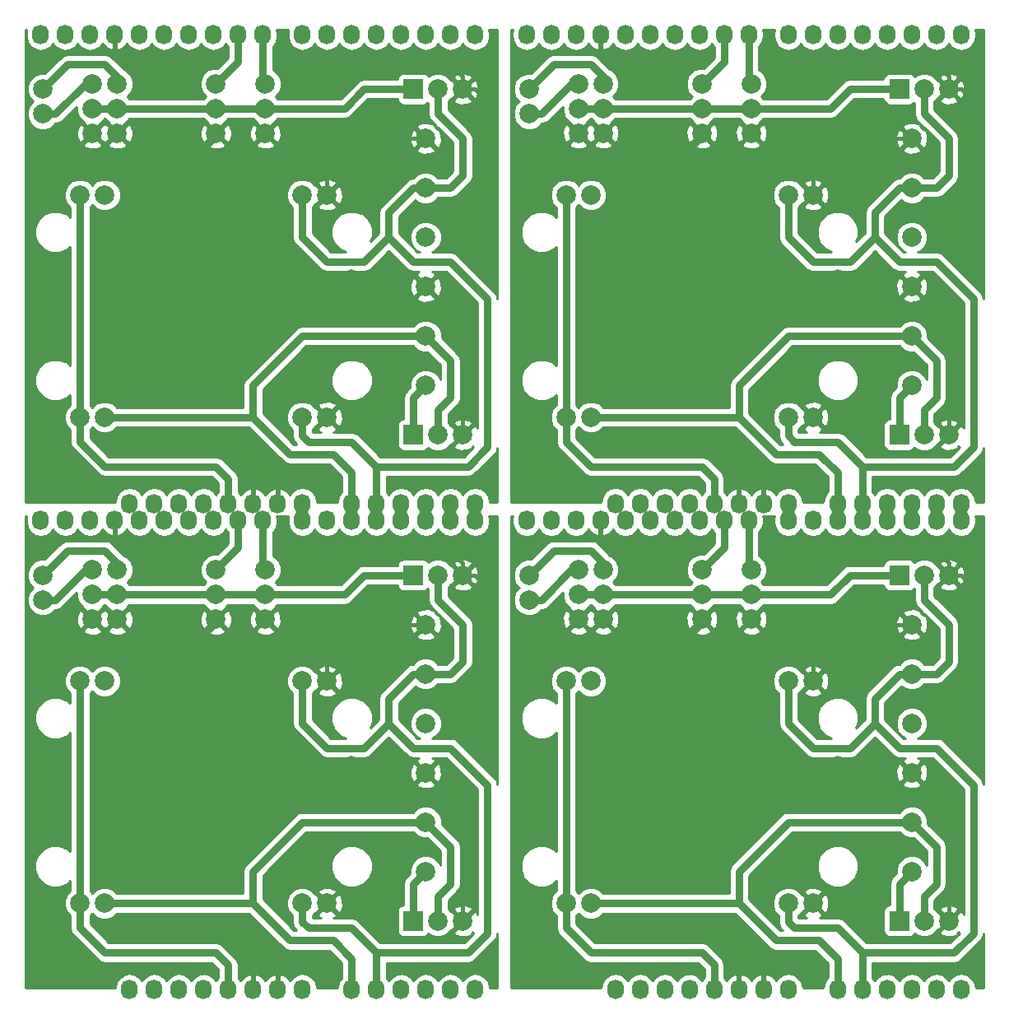
<source format=gbl>
G04 #@! TF.FileFunction,Copper,L2,Bot,Signal*
%FSLAX46Y46*%
G04 Gerber Fmt 4.6, Leading zero omitted, Abs format (unit mm)*
G04 Created by KiCad (PCBNEW 4.0.6) date 02/07/18 21:35:10*
%MOMM*%
%LPD*%
G01*
G04 APERTURE LIST*
%ADD10C,0.100000*%
%ADD11C,2.000000*%
%ADD12O,1.727200X2.032000*%
%ADD13R,2.000000X2.000000*%
%ADD14C,1.000000*%
%ADD15C,0.800000*%
%ADD16C,0.400000*%
%ADD17C,0.254000*%
G04 APERTURE END LIST*
D10*
D11*
X94418000Y-131665000D03*
X94418000Y-126585000D03*
X94418000Y-121505000D03*
X58858000Y-112075000D03*
X61398000Y-134935000D03*
X58858000Y-134935000D03*
X61398000Y-112075000D03*
X81718000Y-134935000D03*
X84258000Y-134935000D03*
X81718000Y-112075000D03*
X84258000Y-112075000D03*
D12*
X63938000Y-143825000D03*
X66478000Y-143825000D03*
X69018000Y-143825000D03*
X71558000Y-143825000D03*
X74098000Y-143825000D03*
X76638000Y-143825000D03*
X79178000Y-143825000D03*
X81718000Y-143825000D03*
X86798000Y-143825000D03*
X89338000Y-143825000D03*
X91878000Y-143825000D03*
X94418000Y-143825000D03*
X96958000Y-143825000D03*
X99498000Y-143825000D03*
X54794000Y-95565000D03*
X57334000Y-95565000D03*
X59874000Y-95565000D03*
X62414000Y-95565000D03*
X64954000Y-95565000D03*
X67494000Y-95565000D03*
X70034000Y-95565000D03*
X72574000Y-95565000D03*
X75114000Y-95565000D03*
X77654000Y-95565000D03*
X81718000Y-95565000D03*
X84258000Y-95565000D03*
X86798000Y-95565000D03*
X89338000Y-95565000D03*
X91878000Y-95565000D03*
X94418000Y-95565000D03*
X96958000Y-95565000D03*
X99498000Y-95565000D03*
D13*
X93148000Y-101185000D03*
D11*
X95688000Y-101185000D03*
X98228000Y-101185000D03*
D13*
X93148000Y-136745000D03*
D11*
X95688000Y-136745000D03*
X98228000Y-136745000D03*
X94418000Y-116425000D03*
X94418000Y-111345000D03*
X94418000Y-106265000D03*
X72828000Y-105725000D03*
X72828000Y-103185000D03*
X72828000Y-100645000D03*
X77908000Y-105725000D03*
X77908000Y-103185000D03*
X77908000Y-100645000D03*
X62668000Y-105725000D03*
X60128000Y-105725000D03*
X62668000Y-103185000D03*
X60128000Y-103185000D03*
X62668000Y-100645000D03*
X60128000Y-100645000D03*
X55048000Y-101185000D03*
X55048000Y-103725000D03*
X144418000Y-131665000D03*
X144418000Y-126585000D03*
X144418000Y-121505000D03*
X108858000Y-112075000D03*
X111398000Y-134935000D03*
X108858000Y-134935000D03*
X111398000Y-112075000D03*
X131718000Y-134935000D03*
X134258000Y-134935000D03*
X131718000Y-112075000D03*
X134258000Y-112075000D03*
D12*
X113938000Y-143825000D03*
X116478000Y-143825000D03*
X119018000Y-143825000D03*
X121558000Y-143825000D03*
X124098000Y-143825000D03*
X126638000Y-143825000D03*
X129178000Y-143825000D03*
X131718000Y-143825000D03*
X136798000Y-143825000D03*
X139338000Y-143825000D03*
X141878000Y-143825000D03*
X144418000Y-143825000D03*
X146958000Y-143825000D03*
X149498000Y-143825000D03*
X104794000Y-95565000D03*
X107334000Y-95565000D03*
X109874000Y-95565000D03*
X112414000Y-95565000D03*
X114954000Y-95565000D03*
X117494000Y-95565000D03*
X120034000Y-95565000D03*
X122574000Y-95565000D03*
X125114000Y-95565000D03*
X127654000Y-95565000D03*
X131718000Y-95565000D03*
X134258000Y-95565000D03*
X136798000Y-95565000D03*
X139338000Y-95565000D03*
X141878000Y-95565000D03*
X144418000Y-95565000D03*
X146958000Y-95565000D03*
X149498000Y-95565000D03*
D13*
X143148000Y-101185000D03*
D11*
X145688000Y-101185000D03*
X148228000Y-101185000D03*
D13*
X143148000Y-136745000D03*
D11*
X145688000Y-136745000D03*
X148228000Y-136745000D03*
X144418000Y-116425000D03*
X144418000Y-111345000D03*
X144418000Y-106265000D03*
X122828000Y-105725000D03*
X122828000Y-103185000D03*
X122828000Y-100645000D03*
X127908000Y-105725000D03*
X127908000Y-103185000D03*
X127908000Y-100645000D03*
X112668000Y-105725000D03*
X110128000Y-105725000D03*
X112668000Y-103185000D03*
X110128000Y-103185000D03*
X112668000Y-100645000D03*
X110128000Y-100645000D03*
X105048000Y-101185000D03*
X105048000Y-103725000D03*
X94418000Y-81665000D03*
X94418000Y-76585000D03*
X94418000Y-71505000D03*
X58858000Y-62075000D03*
X61398000Y-84935000D03*
X58858000Y-84935000D03*
X61398000Y-62075000D03*
X81718000Y-84935000D03*
X84258000Y-84935000D03*
X81718000Y-62075000D03*
X84258000Y-62075000D03*
D12*
X63938000Y-93825000D03*
X66478000Y-93825000D03*
X69018000Y-93825000D03*
X71558000Y-93825000D03*
X74098000Y-93825000D03*
X76638000Y-93825000D03*
X79178000Y-93825000D03*
X81718000Y-93825000D03*
X86798000Y-93825000D03*
X89338000Y-93825000D03*
X91878000Y-93825000D03*
X94418000Y-93825000D03*
X96958000Y-93825000D03*
X99498000Y-93825000D03*
X54794000Y-45565000D03*
X57334000Y-45565000D03*
X59874000Y-45565000D03*
X62414000Y-45565000D03*
X64954000Y-45565000D03*
X67494000Y-45565000D03*
X70034000Y-45565000D03*
X72574000Y-45565000D03*
X75114000Y-45565000D03*
X77654000Y-45565000D03*
X81718000Y-45565000D03*
X84258000Y-45565000D03*
X86798000Y-45565000D03*
X89338000Y-45565000D03*
X91878000Y-45565000D03*
X94418000Y-45565000D03*
X96958000Y-45565000D03*
X99498000Y-45565000D03*
D13*
X93148000Y-51185000D03*
D11*
X95688000Y-51185000D03*
X98228000Y-51185000D03*
D13*
X93148000Y-86745000D03*
D11*
X95688000Y-86745000D03*
X98228000Y-86745000D03*
X94418000Y-66425000D03*
X94418000Y-61345000D03*
X94418000Y-56265000D03*
X72828000Y-55725000D03*
X72828000Y-53185000D03*
X72828000Y-50645000D03*
X77908000Y-55725000D03*
X77908000Y-53185000D03*
X77908000Y-50645000D03*
X62668000Y-55725000D03*
X60128000Y-55725000D03*
X62668000Y-53185000D03*
X60128000Y-53185000D03*
X62668000Y-50645000D03*
X60128000Y-50645000D03*
X55048000Y-51185000D03*
X55048000Y-53725000D03*
X144418000Y-81665000D03*
X144418000Y-76585000D03*
X144418000Y-71505000D03*
X108858000Y-62075000D03*
X111398000Y-84935000D03*
X108858000Y-84935000D03*
X111398000Y-62075000D03*
X131718000Y-84935000D03*
X134258000Y-84935000D03*
X131718000Y-62075000D03*
X134258000Y-62075000D03*
D12*
X113938000Y-93825000D03*
X116478000Y-93825000D03*
X119018000Y-93825000D03*
X121558000Y-93825000D03*
X124098000Y-93825000D03*
X126638000Y-93825000D03*
X129178000Y-93825000D03*
X131718000Y-93825000D03*
X136798000Y-93825000D03*
X139338000Y-93825000D03*
X141878000Y-93825000D03*
X144418000Y-93825000D03*
X146958000Y-93825000D03*
X149498000Y-93825000D03*
X104794000Y-45565000D03*
X107334000Y-45565000D03*
X109874000Y-45565000D03*
X112414000Y-45565000D03*
X114954000Y-45565000D03*
X117494000Y-45565000D03*
X120034000Y-45565000D03*
X122574000Y-45565000D03*
X125114000Y-45565000D03*
X127654000Y-45565000D03*
X131718000Y-45565000D03*
X134258000Y-45565000D03*
X136798000Y-45565000D03*
X139338000Y-45565000D03*
X141878000Y-45565000D03*
X144418000Y-45565000D03*
X146958000Y-45565000D03*
X149498000Y-45565000D03*
D13*
X143148000Y-51185000D03*
D11*
X145688000Y-51185000D03*
X148228000Y-51185000D03*
D13*
X143148000Y-86745000D03*
D11*
X145688000Y-86745000D03*
X148228000Y-86745000D03*
X144418000Y-66425000D03*
X144418000Y-61345000D03*
X144418000Y-56265000D03*
X122828000Y-55725000D03*
X122828000Y-53185000D03*
X122828000Y-50645000D03*
X127908000Y-55725000D03*
X127908000Y-53185000D03*
X127908000Y-50645000D03*
X112668000Y-55725000D03*
X110128000Y-55725000D03*
X112668000Y-53185000D03*
X110128000Y-53185000D03*
X112668000Y-50645000D03*
X110128000Y-50645000D03*
X105048000Y-51185000D03*
X105048000Y-53725000D03*
D14*
X96958000Y-125315000D03*
X100768000Y-140555000D03*
X72828000Y-108805000D03*
X77908000Y-108805000D03*
X66478000Y-108805000D03*
X61398000Y-108805000D03*
X61398000Y-131665000D03*
X61398000Y-127855000D03*
X61398000Y-124045000D03*
X61398000Y-120235000D03*
X61398000Y-116425000D03*
X71558000Y-141825000D03*
X91878000Y-141825000D03*
X81718000Y-131665000D03*
X90608000Y-131665000D03*
X86798000Y-120235000D03*
X86798000Y-124045000D03*
X100768000Y-118965000D03*
X100768000Y-110075000D03*
X84258000Y-140555000D03*
X81718000Y-98645000D03*
X89338000Y-98645000D03*
X89338000Y-106265000D03*
X82988000Y-107535000D03*
X69018000Y-99915000D03*
X66478000Y-99915000D03*
X55048000Y-112615000D03*
X55048000Y-118965000D03*
X55048000Y-126585000D03*
X55048000Y-134205000D03*
X55048000Y-141825000D03*
X60128000Y-141825000D03*
X66478000Y-112615000D03*
X77908000Y-112615000D03*
X77908000Y-116425000D03*
X66478000Y-116425000D03*
X66478000Y-120235000D03*
X77908000Y-120235000D03*
X77908000Y-124045000D03*
X66478000Y-124045000D03*
X66478000Y-127855000D03*
X77908000Y-127855000D03*
X66478000Y-131665000D03*
X66478000Y-136745000D03*
X76638000Y-138015000D03*
X146958000Y-125315000D03*
X150768000Y-140555000D03*
X122828000Y-108805000D03*
X127908000Y-108805000D03*
X116478000Y-108805000D03*
X111398000Y-108805000D03*
X111398000Y-131665000D03*
X111398000Y-127855000D03*
X111398000Y-124045000D03*
X111398000Y-120235000D03*
X111398000Y-116425000D03*
X121558000Y-141825000D03*
X141878000Y-141825000D03*
X131718000Y-131665000D03*
X140608000Y-131665000D03*
X136798000Y-120235000D03*
X136798000Y-124045000D03*
X150768000Y-118965000D03*
X150768000Y-110075000D03*
X134258000Y-140555000D03*
X131718000Y-98645000D03*
X139338000Y-98645000D03*
X139338000Y-106265000D03*
X132988000Y-107535000D03*
X119018000Y-99915000D03*
X116478000Y-99915000D03*
X105048000Y-112615000D03*
X105048000Y-118965000D03*
X105048000Y-126585000D03*
X105048000Y-134205000D03*
X105048000Y-141825000D03*
X110128000Y-141825000D03*
X116478000Y-112615000D03*
X127908000Y-112615000D03*
X127908000Y-116425000D03*
X116478000Y-116425000D03*
X116478000Y-120235000D03*
X127908000Y-120235000D03*
X127908000Y-124045000D03*
X116478000Y-124045000D03*
X116478000Y-127855000D03*
X127908000Y-127855000D03*
X116478000Y-131665000D03*
X116478000Y-136745000D03*
X126638000Y-138015000D03*
X96958000Y-75315000D03*
X100768000Y-90555000D03*
X72828000Y-58805000D03*
X77908000Y-58805000D03*
X66478000Y-58805000D03*
X61398000Y-58805000D03*
X61398000Y-81665000D03*
X61398000Y-77855000D03*
X61398000Y-74045000D03*
X61398000Y-70235000D03*
X61398000Y-66425000D03*
X71558000Y-91825000D03*
X91878000Y-91825000D03*
X81718000Y-81665000D03*
X90608000Y-81665000D03*
X86798000Y-70235000D03*
X86798000Y-74045000D03*
X100768000Y-68965000D03*
X100768000Y-60075000D03*
X84258000Y-90555000D03*
X81718000Y-48645000D03*
X89338000Y-48645000D03*
X89338000Y-56265000D03*
X82988000Y-57535000D03*
X69018000Y-49915000D03*
X66478000Y-49915000D03*
X55048000Y-62615000D03*
X55048000Y-68965000D03*
X55048000Y-76585000D03*
X55048000Y-84205000D03*
X55048000Y-91825000D03*
X60128000Y-91825000D03*
X66478000Y-62615000D03*
X77908000Y-62615000D03*
X77908000Y-66425000D03*
X66478000Y-66425000D03*
X66478000Y-70235000D03*
X77908000Y-70235000D03*
X77908000Y-74045000D03*
X66478000Y-74045000D03*
X66478000Y-77855000D03*
X77908000Y-77855000D03*
X66478000Y-81665000D03*
X66478000Y-86745000D03*
X76638000Y-88015000D03*
X146958000Y-75315000D03*
X150768000Y-90555000D03*
X122828000Y-58805000D03*
X127908000Y-58805000D03*
X116478000Y-58805000D03*
X111398000Y-58805000D03*
X111398000Y-81665000D03*
X111398000Y-77855000D03*
X111398000Y-74045000D03*
X111398000Y-70235000D03*
X111398000Y-66425000D03*
X121558000Y-91825000D03*
X141878000Y-91825000D03*
X131718000Y-81665000D03*
X140608000Y-81665000D03*
X136798000Y-70235000D03*
X136798000Y-74045000D03*
X150768000Y-68965000D03*
X150768000Y-60075000D03*
X134258000Y-90555000D03*
X131718000Y-48645000D03*
X139338000Y-48645000D03*
X139338000Y-56265000D03*
X132988000Y-57535000D03*
X119018000Y-49915000D03*
X116478000Y-49915000D03*
X105048000Y-62615000D03*
X105048000Y-68965000D03*
X105048000Y-76585000D03*
X105048000Y-84205000D03*
X105048000Y-91825000D03*
X110128000Y-91825000D03*
X116478000Y-62615000D03*
X127908000Y-62615000D03*
X127908000Y-66425000D03*
X116478000Y-66425000D03*
X116478000Y-70235000D03*
X127908000Y-70235000D03*
X127908000Y-74045000D03*
X116478000Y-74045000D03*
X116478000Y-77855000D03*
X127908000Y-77855000D03*
X116478000Y-81665000D03*
X116478000Y-86745000D03*
X126638000Y-88015000D03*
D15*
X93148000Y-136745000D02*
X93148000Y-132935000D01*
X93148000Y-132935000D02*
X94418000Y-131665000D01*
X77908000Y-103185000D02*
X86068000Y-103185000D01*
X88068000Y-101185000D02*
X93148000Y-101185000D01*
X86068000Y-103185000D02*
X88068000Y-101185000D01*
X72828000Y-103185000D02*
X77908000Y-103185000D01*
X62668000Y-103185000D02*
X72828000Y-103185000D01*
X60128000Y-103185000D02*
X62668000Y-103185000D01*
X58858000Y-134935000D02*
X58858000Y-112075000D01*
X58858000Y-134935000D02*
X58858000Y-137475000D01*
X58858000Y-137475000D02*
X61398000Y-140015000D01*
X61398000Y-140015000D02*
X72828000Y-140015000D01*
X72828000Y-140015000D02*
X74098000Y-141285000D01*
X74098000Y-141285000D02*
X74098000Y-143825000D01*
X143148000Y-136745000D02*
X143148000Y-132935000D01*
X143148000Y-132935000D02*
X144418000Y-131665000D01*
X127908000Y-103185000D02*
X136068000Y-103185000D01*
X138068000Y-101185000D02*
X143148000Y-101185000D01*
X136068000Y-103185000D02*
X138068000Y-101185000D01*
X122828000Y-103185000D02*
X127908000Y-103185000D01*
X112668000Y-103185000D02*
X122828000Y-103185000D01*
X110128000Y-103185000D02*
X112668000Y-103185000D01*
X108858000Y-134935000D02*
X108858000Y-112075000D01*
X108858000Y-134935000D02*
X108858000Y-137475000D01*
X108858000Y-137475000D02*
X111398000Y-140015000D01*
X111398000Y-140015000D02*
X122828000Y-140015000D01*
X122828000Y-140015000D02*
X124098000Y-141285000D01*
X124098000Y-141285000D02*
X124098000Y-143825000D01*
X93148000Y-86745000D02*
X93148000Y-82935000D01*
X93148000Y-82935000D02*
X94418000Y-81665000D01*
X77908000Y-53185000D02*
X86068000Y-53185000D01*
X88068000Y-51185000D02*
X93148000Y-51185000D01*
X86068000Y-53185000D02*
X88068000Y-51185000D01*
X72828000Y-53185000D02*
X77908000Y-53185000D01*
X62668000Y-53185000D02*
X72828000Y-53185000D01*
X60128000Y-53185000D02*
X62668000Y-53185000D01*
X58858000Y-84935000D02*
X58858000Y-62075000D01*
X58858000Y-84935000D02*
X58858000Y-87475000D01*
X58858000Y-87475000D02*
X61398000Y-90015000D01*
X61398000Y-90015000D02*
X72828000Y-90015000D01*
X72828000Y-90015000D02*
X74098000Y-91285000D01*
X74098000Y-91285000D02*
X74098000Y-93825000D01*
X143148000Y-86745000D02*
X143148000Y-82935000D01*
X143148000Y-82935000D02*
X144418000Y-81665000D01*
X127908000Y-53185000D02*
X136068000Y-53185000D01*
X138068000Y-51185000D02*
X143148000Y-51185000D01*
X136068000Y-53185000D02*
X138068000Y-51185000D01*
X122828000Y-53185000D02*
X127908000Y-53185000D01*
X112668000Y-53185000D02*
X122828000Y-53185000D01*
X110128000Y-53185000D02*
X112668000Y-53185000D01*
X108858000Y-84935000D02*
X108858000Y-62075000D01*
X108858000Y-84935000D02*
X108858000Y-87475000D01*
X108858000Y-87475000D02*
X111398000Y-90015000D01*
X111398000Y-90015000D02*
X122828000Y-90015000D01*
X122828000Y-90015000D02*
X124098000Y-91285000D01*
X124098000Y-91285000D02*
X124098000Y-93825000D01*
D16*
X96958000Y-125315000D02*
X98228000Y-126585000D01*
X98228000Y-126585000D02*
X98228000Y-136745000D01*
X77908000Y-108805000D02*
X72828000Y-108805000D01*
X61398000Y-108805000D02*
X66478000Y-108805000D01*
X66478000Y-116425000D02*
X61398000Y-116425000D01*
X61398000Y-127855000D02*
X61398000Y-131665000D01*
X61398000Y-120235000D02*
X61398000Y-124045000D01*
X77908000Y-124045000D02*
X86798000Y-124045000D01*
X99498000Y-101185000D02*
X98228000Y-101185000D01*
X100768000Y-102455000D02*
X99498000Y-101185000D01*
X100768000Y-110075000D02*
X100768000Y-102455000D01*
X76638000Y-138015000D02*
X79178000Y-140555000D01*
X79178000Y-140555000D02*
X84258000Y-140555000D01*
X82988000Y-107535000D02*
X84258000Y-108805000D01*
X84258000Y-108805000D02*
X84258000Y-112075000D01*
X89338000Y-98645000D02*
X96958000Y-98645000D01*
X96958000Y-98645000D02*
X98228000Y-99915000D01*
X98228000Y-99915000D02*
X98228000Y-101185000D01*
X89338000Y-106265000D02*
X94418000Y-106265000D01*
X89338000Y-98645000D02*
X81718000Y-98645000D01*
X84258000Y-106265000D02*
X89338000Y-106265000D01*
X82988000Y-107535000D02*
X84258000Y-106265000D01*
X66478000Y-99915000D02*
X69018000Y-99915000D01*
X53778000Y-113885000D02*
X55048000Y-112615000D01*
X53778000Y-117695000D02*
X53778000Y-113885000D01*
X55048000Y-118965000D02*
X53778000Y-117695000D01*
X53778000Y-127855000D02*
X55048000Y-126585000D01*
X53778000Y-132935000D02*
X53778000Y-127855000D01*
X55048000Y-134205000D02*
X53778000Y-132935000D01*
X60128000Y-141825000D02*
X55048000Y-141825000D01*
X72828000Y-105725000D02*
X72828000Y-106265000D01*
X72828000Y-106265000D02*
X66478000Y-112615000D01*
X77908000Y-112615000D02*
X77908000Y-116425000D01*
X66478000Y-116425000D02*
X66478000Y-120235000D01*
X77908000Y-120235000D02*
X77908000Y-124045000D01*
X66478000Y-124045000D02*
X66478000Y-127855000D01*
X77908000Y-127855000D02*
X74098000Y-131665000D01*
X74098000Y-131665000D02*
X66478000Y-131665000D01*
X66478000Y-136745000D02*
X67748000Y-138015000D01*
X67748000Y-138015000D02*
X76638000Y-138015000D01*
X146958000Y-125315000D02*
X148228000Y-126585000D01*
X148228000Y-126585000D02*
X148228000Y-136745000D01*
X127908000Y-108805000D02*
X122828000Y-108805000D01*
X111398000Y-108805000D02*
X116478000Y-108805000D01*
X116478000Y-116425000D02*
X111398000Y-116425000D01*
X111398000Y-127855000D02*
X111398000Y-131665000D01*
X111398000Y-120235000D02*
X111398000Y-124045000D01*
X127908000Y-124045000D02*
X136798000Y-124045000D01*
X149498000Y-101185000D02*
X148228000Y-101185000D01*
X150768000Y-102455000D02*
X149498000Y-101185000D01*
X150768000Y-110075000D02*
X150768000Y-102455000D01*
X126638000Y-138015000D02*
X129178000Y-140555000D01*
X129178000Y-140555000D02*
X134258000Y-140555000D01*
X132988000Y-107535000D02*
X134258000Y-108805000D01*
X134258000Y-108805000D02*
X134258000Y-112075000D01*
X139338000Y-98645000D02*
X146958000Y-98645000D01*
X146958000Y-98645000D02*
X148228000Y-99915000D01*
X148228000Y-99915000D02*
X148228000Y-101185000D01*
X139338000Y-106265000D02*
X144418000Y-106265000D01*
X139338000Y-98645000D02*
X131718000Y-98645000D01*
X134258000Y-106265000D02*
X139338000Y-106265000D01*
X132988000Y-107535000D02*
X134258000Y-106265000D01*
X116478000Y-99915000D02*
X119018000Y-99915000D01*
X103778000Y-113885000D02*
X105048000Y-112615000D01*
X103778000Y-117695000D02*
X103778000Y-113885000D01*
X105048000Y-118965000D02*
X103778000Y-117695000D01*
X103778000Y-127855000D02*
X105048000Y-126585000D01*
X103778000Y-132935000D02*
X103778000Y-127855000D01*
X105048000Y-134205000D02*
X103778000Y-132935000D01*
X110128000Y-141825000D02*
X105048000Y-141825000D01*
X122828000Y-105725000D02*
X122828000Y-106265000D01*
X122828000Y-106265000D02*
X116478000Y-112615000D01*
X127908000Y-112615000D02*
X127908000Y-116425000D01*
X116478000Y-116425000D02*
X116478000Y-120235000D01*
X127908000Y-120235000D02*
X127908000Y-124045000D01*
X116478000Y-124045000D02*
X116478000Y-127855000D01*
X127908000Y-127855000D02*
X124098000Y-131665000D01*
X124098000Y-131665000D02*
X116478000Y-131665000D01*
X116478000Y-136745000D02*
X117748000Y-138015000D01*
X117748000Y-138015000D02*
X126638000Y-138015000D01*
X96958000Y-75315000D02*
X98228000Y-76585000D01*
X98228000Y-76585000D02*
X98228000Y-86745000D01*
X77908000Y-58805000D02*
X72828000Y-58805000D01*
X61398000Y-58805000D02*
X66478000Y-58805000D01*
X66478000Y-66425000D02*
X61398000Y-66425000D01*
X61398000Y-77855000D02*
X61398000Y-81665000D01*
X61398000Y-70235000D02*
X61398000Y-74045000D01*
X77908000Y-74045000D02*
X86798000Y-74045000D01*
X99498000Y-51185000D02*
X98228000Y-51185000D01*
X100768000Y-52455000D02*
X99498000Y-51185000D01*
X100768000Y-60075000D02*
X100768000Y-52455000D01*
X76638000Y-88015000D02*
X79178000Y-90555000D01*
X79178000Y-90555000D02*
X84258000Y-90555000D01*
X82988000Y-57535000D02*
X84258000Y-58805000D01*
X84258000Y-58805000D02*
X84258000Y-62075000D01*
X89338000Y-48645000D02*
X96958000Y-48645000D01*
X96958000Y-48645000D02*
X98228000Y-49915000D01*
X98228000Y-49915000D02*
X98228000Y-51185000D01*
X89338000Y-56265000D02*
X94418000Y-56265000D01*
X89338000Y-48645000D02*
X81718000Y-48645000D01*
X84258000Y-56265000D02*
X89338000Y-56265000D01*
X82988000Y-57535000D02*
X84258000Y-56265000D01*
X66478000Y-49915000D02*
X69018000Y-49915000D01*
X53778000Y-63885000D02*
X55048000Y-62615000D01*
X53778000Y-67695000D02*
X53778000Y-63885000D01*
X55048000Y-68965000D02*
X53778000Y-67695000D01*
X53778000Y-77855000D02*
X55048000Y-76585000D01*
X53778000Y-82935000D02*
X53778000Y-77855000D01*
X55048000Y-84205000D02*
X53778000Y-82935000D01*
X60128000Y-91825000D02*
X55048000Y-91825000D01*
X72828000Y-55725000D02*
X72828000Y-56265000D01*
X72828000Y-56265000D02*
X66478000Y-62615000D01*
X77908000Y-62615000D02*
X77908000Y-66425000D01*
X66478000Y-66425000D02*
X66478000Y-70235000D01*
X77908000Y-70235000D02*
X77908000Y-74045000D01*
X66478000Y-74045000D02*
X66478000Y-77855000D01*
X77908000Y-77855000D02*
X74098000Y-81665000D01*
X74098000Y-81665000D02*
X66478000Y-81665000D01*
X66478000Y-86745000D02*
X67748000Y-88015000D01*
X67748000Y-88015000D02*
X76638000Y-88015000D01*
X146958000Y-75315000D02*
X148228000Y-76585000D01*
X148228000Y-76585000D02*
X148228000Y-86745000D01*
X127908000Y-58805000D02*
X122828000Y-58805000D01*
X111398000Y-58805000D02*
X116478000Y-58805000D01*
X116478000Y-66425000D02*
X111398000Y-66425000D01*
X111398000Y-77855000D02*
X111398000Y-81665000D01*
X111398000Y-70235000D02*
X111398000Y-74045000D01*
X127908000Y-74045000D02*
X136798000Y-74045000D01*
X149498000Y-51185000D02*
X148228000Y-51185000D01*
X150768000Y-52455000D02*
X149498000Y-51185000D01*
X150768000Y-60075000D02*
X150768000Y-52455000D01*
X126638000Y-88015000D02*
X129178000Y-90555000D01*
X129178000Y-90555000D02*
X134258000Y-90555000D01*
X132988000Y-57535000D02*
X134258000Y-58805000D01*
X134258000Y-58805000D02*
X134258000Y-62075000D01*
X139338000Y-48645000D02*
X146958000Y-48645000D01*
X146958000Y-48645000D02*
X148228000Y-49915000D01*
X148228000Y-49915000D02*
X148228000Y-51185000D01*
X139338000Y-56265000D02*
X144418000Y-56265000D01*
X139338000Y-48645000D02*
X131718000Y-48645000D01*
X134258000Y-56265000D02*
X139338000Y-56265000D01*
X132988000Y-57535000D02*
X134258000Y-56265000D01*
X116478000Y-49915000D02*
X119018000Y-49915000D01*
X103778000Y-63885000D02*
X105048000Y-62615000D01*
X103778000Y-67695000D02*
X103778000Y-63885000D01*
X105048000Y-68965000D02*
X103778000Y-67695000D01*
X103778000Y-77855000D02*
X105048000Y-76585000D01*
X103778000Y-82935000D02*
X103778000Y-77855000D01*
X105048000Y-84205000D02*
X103778000Y-82935000D01*
X110128000Y-91825000D02*
X105048000Y-91825000D01*
X122828000Y-55725000D02*
X122828000Y-56265000D01*
X122828000Y-56265000D02*
X116478000Y-62615000D01*
X127908000Y-62615000D02*
X127908000Y-66425000D01*
X116478000Y-66425000D02*
X116478000Y-70235000D01*
X127908000Y-70235000D02*
X127908000Y-74045000D01*
X116478000Y-74045000D02*
X116478000Y-77855000D01*
X127908000Y-77855000D02*
X124098000Y-81665000D01*
X124098000Y-81665000D02*
X116478000Y-81665000D01*
X116478000Y-86745000D02*
X117748000Y-88015000D01*
X117748000Y-88015000D02*
X126638000Y-88015000D01*
D15*
X94418000Y-126585000D02*
X96958000Y-129125000D01*
X95688000Y-134205000D02*
X95688000Y-136745000D01*
X96958000Y-132935000D02*
X95688000Y-134205000D01*
X96958000Y-129125000D02*
X96958000Y-132935000D01*
X76638000Y-134935000D02*
X76638000Y-131665000D01*
X81718000Y-126585000D02*
X94418000Y-126585000D01*
X76638000Y-131665000D02*
X81718000Y-126585000D01*
X61398000Y-134935000D02*
X76638000Y-134935000D01*
X86798000Y-140650000D02*
X86798000Y-143825000D01*
X84893000Y-138745000D02*
X86798000Y-140650000D01*
X80448000Y-138745000D02*
X84893000Y-138745000D01*
X76638000Y-134935000D02*
X80448000Y-138745000D01*
X144418000Y-126585000D02*
X146958000Y-129125000D01*
X145688000Y-134205000D02*
X145688000Y-136745000D01*
X146958000Y-132935000D02*
X145688000Y-134205000D01*
X146958000Y-129125000D02*
X146958000Y-132935000D01*
X126638000Y-134935000D02*
X126638000Y-131665000D01*
X131718000Y-126585000D02*
X144418000Y-126585000D01*
X126638000Y-131665000D02*
X131718000Y-126585000D01*
X111398000Y-134935000D02*
X126638000Y-134935000D01*
X136798000Y-140650000D02*
X136798000Y-143825000D01*
X134893000Y-138745000D02*
X136798000Y-140650000D01*
X130448000Y-138745000D02*
X134893000Y-138745000D01*
X126638000Y-134935000D02*
X130448000Y-138745000D01*
X94418000Y-76585000D02*
X96958000Y-79125000D01*
X95688000Y-84205000D02*
X95688000Y-86745000D01*
X96958000Y-82935000D02*
X95688000Y-84205000D01*
X96958000Y-79125000D02*
X96958000Y-82935000D01*
X76638000Y-84935000D02*
X76638000Y-81665000D01*
X81718000Y-76585000D02*
X94418000Y-76585000D01*
X76638000Y-81665000D02*
X81718000Y-76585000D01*
X61398000Y-84935000D02*
X76638000Y-84935000D01*
X86798000Y-90650000D02*
X86798000Y-93825000D01*
X84893000Y-88745000D02*
X86798000Y-90650000D01*
X80448000Y-88745000D02*
X84893000Y-88745000D01*
X76638000Y-84935000D02*
X80448000Y-88745000D01*
X144418000Y-76585000D02*
X146958000Y-79125000D01*
X145688000Y-84205000D02*
X145688000Y-86745000D01*
X146958000Y-82935000D02*
X145688000Y-84205000D01*
X146958000Y-79125000D02*
X146958000Y-82935000D01*
X126638000Y-84935000D02*
X126638000Y-81665000D01*
X131718000Y-76585000D02*
X144418000Y-76585000D01*
X126638000Y-81665000D02*
X131718000Y-76585000D01*
X111398000Y-84935000D02*
X126638000Y-84935000D01*
X136798000Y-90650000D02*
X136798000Y-93825000D01*
X134893000Y-88745000D02*
X136798000Y-90650000D01*
X130448000Y-88745000D02*
X134893000Y-88745000D01*
X126638000Y-84935000D02*
X130448000Y-88745000D01*
X89338000Y-140015000D02*
X98768000Y-140015000D01*
X100768000Y-122775000D02*
X96958000Y-118965000D01*
X100768000Y-138015000D02*
X100768000Y-122775000D01*
X98768000Y-140015000D02*
X100768000Y-138015000D01*
X81718000Y-112075000D02*
X81718000Y-116425000D01*
X88068000Y-118965000D02*
X90608000Y-116425000D01*
X84258000Y-118965000D02*
X88068000Y-118965000D01*
X81718000Y-116425000D02*
X84258000Y-118965000D01*
X94418000Y-111345000D02*
X96958000Y-111345000D01*
X95688000Y-103725000D02*
X95688000Y-101185000D01*
X98228000Y-106265000D02*
X95688000Y-103725000D01*
X98228000Y-110075000D02*
X98228000Y-106265000D01*
X96958000Y-111345000D02*
X98228000Y-110075000D01*
X93148000Y-111345000D02*
X94418000Y-111345000D01*
X90608000Y-113885000D02*
X93148000Y-111345000D01*
X90608000Y-116425000D02*
X90608000Y-113885000D01*
X93148000Y-118965000D02*
X90608000Y-116425000D01*
X96958000Y-118965000D02*
X93148000Y-118965000D01*
X81718000Y-134935000D02*
X81718000Y-136840000D01*
X81718000Y-136840000D02*
X82353000Y-137475000D01*
X82353000Y-137475000D02*
X86798000Y-137475000D01*
X86798000Y-137475000D02*
X89338000Y-140015000D01*
X89338000Y-140015000D02*
X89338000Y-143825000D01*
X139338000Y-140015000D02*
X148768000Y-140015000D01*
X150768000Y-122775000D02*
X146958000Y-118965000D01*
X150768000Y-138015000D02*
X150768000Y-122775000D01*
X148768000Y-140015000D02*
X150768000Y-138015000D01*
X131718000Y-112075000D02*
X131718000Y-116425000D01*
X138068000Y-118965000D02*
X140608000Y-116425000D01*
X134258000Y-118965000D02*
X138068000Y-118965000D01*
X131718000Y-116425000D02*
X134258000Y-118965000D01*
X144418000Y-111345000D02*
X146958000Y-111345000D01*
X145688000Y-103725000D02*
X145688000Y-101185000D01*
X148228000Y-106265000D02*
X145688000Y-103725000D01*
X148228000Y-110075000D02*
X148228000Y-106265000D01*
X146958000Y-111345000D02*
X148228000Y-110075000D01*
X143148000Y-111345000D02*
X144418000Y-111345000D01*
X140608000Y-113885000D02*
X143148000Y-111345000D01*
X140608000Y-116425000D02*
X140608000Y-113885000D01*
X143148000Y-118965000D02*
X140608000Y-116425000D01*
X146958000Y-118965000D02*
X143148000Y-118965000D01*
X131718000Y-134935000D02*
X131718000Y-136840000D01*
X131718000Y-136840000D02*
X132353000Y-137475000D01*
X132353000Y-137475000D02*
X136798000Y-137475000D01*
X136798000Y-137475000D02*
X139338000Y-140015000D01*
X139338000Y-140015000D02*
X139338000Y-143825000D01*
X89338000Y-90015000D02*
X98768000Y-90015000D01*
X100768000Y-72775000D02*
X96958000Y-68965000D01*
X100768000Y-88015000D02*
X100768000Y-72775000D01*
X98768000Y-90015000D02*
X100768000Y-88015000D01*
X81718000Y-62075000D02*
X81718000Y-66425000D01*
X88068000Y-68965000D02*
X90608000Y-66425000D01*
X84258000Y-68965000D02*
X88068000Y-68965000D01*
X81718000Y-66425000D02*
X84258000Y-68965000D01*
X94418000Y-61345000D02*
X96958000Y-61345000D01*
X95688000Y-53725000D02*
X95688000Y-51185000D01*
X98228000Y-56265000D02*
X95688000Y-53725000D01*
X98228000Y-60075000D02*
X98228000Y-56265000D01*
X96958000Y-61345000D02*
X98228000Y-60075000D01*
X93148000Y-61345000D02*
X94418000Y-61345000D01*
X90608000Y-63885000D02*
X93148000Y-61345000D01*
X90608000Y-66425000D02*
X90608000Y-63885000D01*
X93148000Y-68965000D02*
X90608000Y-66425000D01*
X96958000Y-68965000D02*
X93148000Y-68965000D01*
X81718000Y-84935000D02*
X81718000Y-86840000D01*
X81718000Y-86840000D02*
X82353000Y-87475000D01*
X82353000Y-87475000D02*
X86798000Y-87475000D01*
X86798000Y-87475000D02*
X89338000Y-90015000D01*
X89338000Y-90015000D02*
X89338000Y-93825000D01*
X139338000Y-90015000D02*
X148768000Y-90015000D01*
X150768000Y-72775000D02*
X146958000Y-68965000D01*
X150768000Y-88015000D02*
X150768000Y-72775000D01*
X148768000Y-90015000D02*
X150768000Y-88015000D01*
X131718000Y-62075000D02*
X131718000Y-66425000D01*
X138068000Y-68965000D02*
X140608000Y-66425000D01*
X134258000Y-68965000D02*
X138068000Y-68965000D01*
X131718000Y-66425000D02*
X134258000Y-68965000D01*
X144418000Y-61345000D02*
X146958000Y-61345000D01*
X145688000Y-53725000D02*
X145688000Y-51185000D01*
X148228000Y-56265000D02*
X145688000Y-53725000D01*
X148228000Y-60075000D02*
X148228000Y-56265000D01*
X146958000Y-61345000D02*
X148228000Y-60075000D01*
X143148000Y-61345000D02*
X144418000Y-61345000D01*
X140608000Y-63885000D02*
X143148000Y-61345000D01*
X140608000Y-66425000D02*
X140608000Y-63885000D01*
X143148000Y-68965000D02*
X140608000Y-66425000D01*
X146958000Y-68965000D02*
X143148000Y-68965000D01*
X131718000Y-84935000D02*
X131718000Y-86840000D01*
X131718000Y-86840000D02*
X132353000Y-87475000D01*
X132353000Y-87475000D02*
X136798000Y-87475000D01*
X136798000Y-87475000D02*
X139338000Y-90015000D01*
X139338000Y-90015000D02*
X139338000Y-93825000D01*
X75114000Y-95565000D02*
X75114000Y-98359000D01*
X75114000Y-98359000D02*
X72828000Y-100645000D01*
X125114000Y-95565000D02*
X125114000Y-98359000D01*
X125114000Y-98359000D02*
X122828000Y-100645000D01*
X75114000Y-45565000D02*
X75114000Y-48359000D01*
X75114000Y-48359000D02*
X72828000Y-50645000D01*
X125114000Y-45565000D02*
X125114000Y-48359000D01*
X125114000Y-48359000D02*
X122828000Y-50645000D01*
X77654000Y-95565000D02*
X77654000Y-100391000D01*
X77654000Y-100391000D02*
X77908000Y-100645000D01*
X127654000Y-95565000D02*
X127654000Y-100391000D01*
X127654000Y-100391000D02*
X127908000Y-100645000D01*
X77654000Y-45565000D02*
X77654000Y-50391000D01*
X77654000Y-50391000D02*
X77908000Y-50645000D01*
X127654000Y-45565000D02*
X127654000Y-50391000D01*
X127654000Y-50391000D02*
X127908000Y-50645000D01*
X55048000Y-101185000D02*
X57588000Y-98645000D01*
X61398000Y-98645000D02*
X62668000Y-99915000D01*
X57588000Y-98645000D02*
X61398000Y-98645000D01*
X62668000Y-99915000D02*
X62668000Y-100645000D01*
X105048000Y-101185000D02*
X107588000Y-98645000D01*
X111398000Y-98645000D02*
X112668000Y-99915000D01*
X107588000Y-98645000D02*
X111398000Y-98645000D01*
X112668000Y-99915000D02*
X112668000Y-100645000D01*
X55048000Y-51185000D02*
X57588000Y-48645000D01*
X61398000Y-48645000D02*
X62668000Y-49915000D01*
X57588000Y-48645000D02*
X61398000Y-48645000D01*
X62668000Y-49915000D02*
X62668000Y-50645000D01*
X105048000Y-51185000D02*
X107588000Y-48645000D01*
X111398000Y-48645000D02*
X112668000Y-49915000D01*
X107588000Y-48645000D02*
X111398000Y-48645000D01*
X112668000Y-49915000D02*
X112668000Y-50645000D01*
X55048000Y-103725000D02*
X56318000Y-103725000D01*
X56318000Y-103725000D02*
X59398000Y-100645000D01*
X59398000Y-100645000D02*
X60128000Y-100645000D01*
X105048000Y-103725000D02*
X106318000Y-103725000D01*
X106318000Y-103725000D02*
X109398000Y-100645000D01*
X109398000Y-100645000D02*
X110128000Y-100645000D01*
X55048000Y-53725000D02*
X56318000Y-53725000D01*
X56318000Y-53725000D02*
X59398000Y-50645000D01*
X59398000Y-50645000D02*
X60128000Y-50645000D01*
X105048000Y-53725000D02*
X106318000Y-53725000D01*
X106318000Y-53725000D02*
X109398000Y-50645000D01*
X109398000Y-50645000D02*
X110128000Y-50645000D01*
D17*
G36*
X79716142Y-139476853D02*
X79716144Y-139476856D01*
X79928762Y-139618922D01*
X80051923Y-139701215D01*
X80448000Y-139780001D01*
X80448005Y-139780000D01*
X84464288Y-139780000D01*
X85763000Y-141078711D01*
X85763000Y-142564101D01*
X85738330Y-142580585D01*
X85413474Y-143066766D01*
X85299400Y-143640255D01*
X85299400Y-143655000D01*
X83216600Y-143655000D01*
X83216600Y-143640255D01*
X83102526Y-143066766D01*
X82777670Y-142580585D01*
X82291489Y-142255729D01*
X81718000Y-142141655D01*
X81144511Y-142255729D01*
X80658330Y-142580585D01*
X80451539Y-142890069D01*
X80080036Y-142474268D01*
X79552791Y-142220291D01*
X79537026Y-142217642D01*
X79305000Y-142338783D01*
X79305000Y-143655000D01*
X79051000Y-143655000D01*
X79051000Y-142338783D01*
X78818974Y-142217642D01*
X78803209Y-142220291D01*
X78275964Y-142474268D01*
X77908000Y-142886108D01*
X77540036Y-142474268D01*
X77012791Y-142220291D01*
X76997026Y-142217642D01*
X76765000Y-142338783D01*
X76765000Y-143655000D01*
X76511000Y-143655000D01*
X76511000Y-142338783D01*
X76278974Y-142217642D01*
X76263209Y-142220291D01*
X75735964Y-142474268D01*
X75364461Y-142890069D01*
X75157670Y-142580585D01*
X75133000Y-142564101D01*
X75133000Y-141285005D01*
X75133001Y-141285000D01*
X75054215Y-140888922D01*
X74959289Y-140746855D01*
X74829856Y-140553144D01*
X74829853Y-140553142D01*
X73559856Y-139283144D01*
X73224077Y-139058785D01*
X72828000Y-138979999D01*
X72827995Y-138980000D01*
X61826711Y-138980000D01*
X59893000Y-137046288D01*
X59893000Y-136212029D01*
X60128199Y-135977241D01*
X60470637Y-136320278D01*
X61071352Y-136569716D01*
X61721795Y-136570284D01*
X62322943Y-136321894D01*
X62675453Y-135970000D01*
X76209288Y-135970000D01*
X79716142Y-139476853D01*
X79716142Y-139476853D01*
G37*
X79716142Y-139476853D02*
X79716144Y-139476856D01*
X79928762Y-139618922D01*
X80051923Y-139701215D01*
X80448000Y-139780001D01*
X80448005Y-139780000D01*
X84464288Y-139780000D01*
X85763000Y-141078711D01*
X85763000Y-142564101D01*
X85738330Y-142580585D01*
X85413474Y-143066766D01*
X85299400Y-143640255D01*
X85299400Y-143655000D01*
X83216600Y-143655000D01*
X83216600Y-143640255D01*
X83102526Y-143066766D01*
X82777670Y-142580585D01*
X82291489Y-142255729D01*
X81718000Y-142141655D01*
X81144511Y-142255729D01*
X80658330Y-142580585D01*
X80451539Y-142890069D01*
X80080036Y-142474268D01*
X79552791Y-142220291D01*
X79537026Y-142217642D01*
X79305000Y-142338783D01*
X79305000Y-143655000D01*
X79051000Y-143655000D01*
X79051000Y-142338783D01*
X78818974Y-142217642D01*
X78803209Y-142220291D01*
X78275964Y-142474268D01*
X77908000Y-142886108D01*
X77540036Y-142474268D01*
X77012791Y-142220291D01*
X76997026Y-142217642D01*
X76765000Y-142338783D01*
X76765000Y-143655000D01*
X76511000Y-143655000D01*
X76511000Y-142338783D01*
X76278974Y-142217642D01*
X76263209Y-142220291D01*
X75735964Y-142474268D01*
X75364461Y-142890069D01*
X75157670Y-142580585D01*
X75133000Y-142564101D01*
X75133000Y-141285005D01*
X75133001Y-141285000D01*
X75054215Y-140888922D01*
X74959289Y-140746855D01*
X74829856Y-140553144D01*
X74829853Y-140553142D01*
X73559856Y-139283144D01*
X73224077Y-139058785D01*
X72828000Y-138979999D01*
X72827995Y-138980000D01*
X61826711Y-138980000D01*
X59893000Y-137046288D01*
X59893000Y-136212029D01*
X60128199Y-135977241D01*
X60470637Y-136320278D01*
X61071352Y-136569716D01*
X61721795Y-136570284D01*
X62322943Y-136321894D01*
X62675453Y-135970000D01*
X76209288Y-135970000D01*
X79716142Y-139476853D01*
G36*
X101798000Y-143655000D02*
X100996600Y-143655000D01*
X100996600Y-143640255D01*
X100882526Y-143066766D01*
X100557670Y-142580585D01*
X100071489Y-142255729D01*
X99498000Y-142141655D01*
X98924511Y-142255729D01*
X98438330Y-142580585D01*
X98228000Y-142895366D01*
X98017670Y-142580585D01*
X97531489Y-142255729D01*
X96958000Y-142141655D01*
X96384511Y-142255729D01*
X95898330Y-142580585D01*
X95688000Y-142895366D01*
X95477670Y-142580585D01*
X94991489Y-142255729D01*
X94418000Y-142141655D01*
X93844511Y-142255729D01*
X93358330Y-142580585D01*
X93148000Y-142895366D01*
X92937670Y-142580585D01*
X92451489Y-142255729D01*
X91878000Y-142141655D01*
X91304511Y-142255729D01*
X90818330Y-142580585D01*
X90608000Y-142895366D01*
X90397670Y-142580585D01*
X90373000Y-142564101D01*
X90373000Y-141050000D01*
X98767995Y-141050000D01*
X98768000Y-141050001D01*
X99164077Y-140971215D01*
X99499856Y-140746856D01*
X101499853Y-138746858D01*
X101499856Y-138746856D01*
X101724215Y-138411077D01*
X101764393Y-138209090D01*
X101798000Y-138040141D01*
X101798000Y-143655000D01*
X101798000Y-143655000D01*
G37*
X101798000Y-143655000D02*
X100996600Y-143655000D01*
X100996600Y-143640255D01*
X100882526Y-143066766D01*
X100557670Y-142580585D01*
X100071489Y-142255729D01*
X99498000Y-142141655D01*
X98924511Y-142255729D01*
X98438330Y-142580585D01*
X98228000Y-142895366D01*
X98017670Y-142580585D01*
X97531489Y-142255729D01*
X96958000Y-142141655D01*
X96384511Y-142255729D01*
X95898330Y-142580585D01*
X95688000Y-142895366D01*
X95477670Y-142580585D01*
X94991489Y-142255729D01*
X94418000Y-142141655D01*
X93844511Y-142255729D01*
X93358330Y-142580585D01*
X93148000Y-142895366D01*
X92937670Y-142580585D01*
X92451489Y-142255729D01*
X91878000Y-142141655D01*
X91304511Y-142255729D01*
X90818330Y-142580585D01*
X90608000Y-142895366D01*
X90397670Y-142580585D01*
X90373000Y-142564101D01*
X90373000Y-141050000D01*
X98767995Y-141050000D01*
X98768000Y-141050001D01*
X99164077Y-140971215D01*
X99499856Y-140746856D01*
X101499853Y-138746858D01*
X101499856Y-138746856D01*
X101724215Y-138411077D01*
X101764393Y-138209090D01*
X101798000Y-138040141D01*
X101798000Y-143655000D01*
G36*
X53295400Y-95380255D02*
X53295400Y-95749745D01*
X53409474Y-96323234D01*
X53734330Y-96809415D01*
X54220511Y-97134271D01*
X54794000Y-97248345D01*
X55367489Y-97134271D01*
X55853670Y-96809415D01*
X56064000Y-96494634D01*
X56274330Y-96809415D01*
X56760511Y-97134271D01*
X57334000Y-97248345D01*
X57907489Y-97134271D01*
X58393670Y-96809415D01*
X58604000Y-96494634D01*
X58814330Y-96809415D01*
X59300511Y-97134271D01*
X59874000Y-97248345D01*
X60447489Y-97134271D01*
X60933670Y-96809415D01*
X61140461Y-96499931D01*
X61511964Y-96915732D01*
X62039209Y-97169709D01*
X62054974Y-97172358D01*
X62287000Y-97051217D01*
X62287000Y-95692000D01*
X62267000Y-95692000D01*
X62267000Y-95438000D01*
X62287000Y-95438000D01*
X62287000Y-95418000D01*
X62541000Y-95418000D01*
X62541000Y-95438000D01*
X62561000Y-95438000D01*
X62561000Y-95692000D01*
X62541000Y-95692000D01*
X62541000Y-97051217D01*
X62773026Y-97172358D01*
X62788791Y-97169709D01*
X63316036Y-96915732D01*
X63687539Y-96499931D01*
X63894330Y-96809415D01*
X64380511Y-97134271D01*
X64954000Y-97248345D01*
X65527489Y-97134271D01*
X66013670Y-96809415D01*
X66224000Y-96494634D01*
X66434330Y-96809415D01*
X66920511Y-97134271D01*
X67494000Y-97248345D01*
X68067489Y-97134271D01*
X68553670Y-96809415D01*
X68764000Y-96494634D01*
X68974330Y-96809415D01*
X69460511Y-97134271D01*
X70034000Y-97248345D01*
X70607489Y-97134271D01*
X71093670Y-96809415D01*
X71304000Y-96494634D01*
X71514330Y-96809415D01*
X72000511Y-97134271D01*
X72574000Y-97248345D01*
X73147489Y-97134271D01*
X73633670Y-96809415D01*
X73844000Y-96494634D01*
X74054330Y-96809415D01*
X74079000Y-96825899D01*
X74079000Y-97930289D01*
X72999140Y-99010148D01*
X72504205Y-99009716D01*
X71903057Y-99258106D01*
X71442722Y-99717637D01*
X71193284Y-100318352D01*
X71192716Y-100968795D01*
X71441106Y-101569943D01*
X71785759Y-101915199D01*
X71550547Y-102150000D01*
X63945029Y-102150000D01*
X63710241Y-101914801D01*
X64053278Y-101572363D01*
X64302716Y-100971648D01*
X64303284Y-100321205D01*
X64054894Y-99720057D01*
X63595363Y-99259722D01*
X63391982Y-99175271D01*
X62129856Y-97913144D01*
X61794077Y-97688785D01*
X61398000Y-97609999D01*
X61397995Y-97610000D01*
X57588000Y-97610000D01*
X57191922Y-97688785D01*
X57057429Y-97778651D01*
X56856144Y-97913144D01*
X56856142Y-97913147D01*
X55219140Y-99550148D01*
X54724205Y-99549716D01*
X54123057Y-99798106D01*
X53662722Y-100257637D01*
X53413284Y-100858352D01*
X53412716Y-101508795D01*
X53661106Y-102109943D01*
X54005759Y-102455199D01*
X53662722Y-102797637D01*
X53413284Y-103398352D01*
X53412716Y-104048795D01*
X53661106Y-104649943D01*
X54120637Y-105110278D01*
X54721352Y-105359716D01*
X55371795Y-105360284D01*
X55972943Y-105111894D01*
X56327306Y-104758150D01*
X56714077Y-104681215D01*
X57049856Y-104456856D01*
X58493148Y-103013563D01*
X58492716Y-103508795D01*
X58741106Y-104109943D01*
X59167978Y-104537562D01*
X59155073Y-104572468D01*
X60128000Y-105545395D01*
X61100927Y-104572468D01*
X61087836Y-104537062D01*
X61398199Y-104227241D01*
X61707978Y-104537562D01*
X61695073Y-104572468D01*
X62668000Y-105545395D01*
X63640927Y-104572468D01*
X63627836Y-104537062D01*
X63945453Y-104220000D01*
X71550971Y-104220000D01*
X71867978Y-104537562D01*
X71855073Y-104572468D01*
X72828000Y-105545395D01*
X73800927Y-104572468D01*
X73787836Y-104537062D01*
X74105453Y-104220000D01*
X76630971Y-104220000D01*
X76947978Y-104537562D01*
X76935073Y-104572468D01*
X77908000Y-105545395D01*
X78880927Y-104572468D01*
X78867836Y-104537062D01*
X79185453Y-104220000D01*
X86067995Y-104220000D01*
X86068000Y-104220001D01*
X86464077Y-104141215D01*
X86799856Y-103916856D01*
X88496711Y-102220000D01*
X91507146Y-102220000D01*
X91544838Y-102420317D01*
X91683910Y-102636441D01*
X91896110Y-102781431D01*
X92148000Y-102832440D01*
X94148000Y-102832440D01*
X94383317Y-102788162D01*
X94599441Y-102649090D01*
X94653000Y-102570704D01*
X94653000Y-103724995D01*
X94652999Y-103725000D01*
X94731785Y-104121077D01*
X94956144Y-104456856D01*
X95501340Y-105002052D01*
X95390926Y-105112466D01*
X95292264Y-104845613D01*
X94682539Y-104619092D01*
X94032540Y-104643144D01*
X93543736Y-104845613D01*
X93445073Y-105112468D01*
X94418000Y-106085395D01*
X94432143Y-106071253D01*
X94611748Y-106250858D01*
X94597605Y-106265000D01*
X95570532Y-107237927D01*
X95837387Y-107139264D01*
X96063908Y-106529539D01*
X96039856Y-105879540D01*
X95837387Y-105390736D01*
X95570534Y-105292074D01*
X95680948Y-105181660D01*
X97193000Y-106693711D01*
X97193000Y-109646289D01*
X96529288Y-110310000D01*
X95695029Y-110310000D01*
X95345363Y-109959722D01*
X94744648Y-109710284D01*
X94094205Y-109709716D01*
X93493057Y-109958106D01*
X93138693Y-110311851D01*
X92751922Y-110388785D01*
X92628762Y-110471078D01*
X92416144Y-110613144D01*
X92416142Y-110613147D01*
X89876144Y-113153144D01*
X89651785Y-113488923D01*
X89572999Y-113885000D01*
X89573000Y-113885005D01*
X89573000Y-115996289D01*
X88701763Y-116867526D01*
X88932628Y-116311541D01*
X88933370Y-115462185D01*
X88609020Y-114677200D01*
X88008959Y-114076091D01*
X87224541Y-113750372D01*
X86375185Y-113749630D01*
X85590200Y-114073980D01*
X84989091Y-114674041D01*
X84663372Y-115458459D01*
X84662630Y-116307815D01*
X84986980Y-117092800D01*
X85587041Y-117693909D01*
X86155611Y-117930000D01*
X84686711Y-117930000D01*
X82753000Y-115996288D01*
X82753000Y-113352029D01*
X82877714Y-113227532D01*
X83285073Y-113227532D01*
X83383736Y-113494387D01*
X83993461Y-113720908D01*
X84643460Y-113696856D01*
X85132264Y-113494387D01*
X85230927Y-113227532D01*
X84258000Y-112254605D01*
X83285073Y-113227532D01*
X82877714Y-113227532D01*
X83070562Y-113035022D01*
X83105468Y-113047927D01*
X84078395Y-112075000D01*
X84437605Y-112075000D01*
X85410532Y-113047927D01*
X85677387Y-112949264D01*
X85903908Y-112339539D01*
X85879856Y-111689540D01*
X85677387Y-111200736D01*
X85410532Y-111102073D01*
X84437605Y-112075000D01*
X84078395Y-112075000D01*
X83105468Y-111102073D01*
X83070062Y-111115164D01*
X82877703Y-110922468D01*
X83285073Y-110922468D01*
X84258000Y-111895395D01*
X85230927Y-110922468D01*
X85132264Y-110655613D01*
X84522539Y-110429092D01*
X83872540Y-110453144D01*
X83383736Y-110655613D01*
X83285073Y-110922468D01*
X82877703Y-110922468D01*
X82645363Y-110689722D01*
X82044648Y-110440284D01*
X81394205Y-110439716D01*
X80793057Y-110688106D01*
X80332722Y-111147637D01*
X80083284Y-111748352D01*
X80082716Y-112398795D01*
X80331106Y-112999943D01*
X80683000Y-113352453D01*
X80683000Y-116424995D01*
X80682999Y-116425000D01*
X80761785Y-116821077D01*
X80986144Y-117156856D01*
X83526142Y-119696853D01*
X83526144Y-119696856D01*
X83727429Y-119831349D01*
X83861922Y-119921215D01*
X84258000Y-120000000D01*
X88067995Y-120000000D01*
X88068000Y-120000001D01*
X88464077Y-119921215D01*
X88799856Y-119696856D01*
X90608000Y-117888711D01*
X92416142Y-119696853D01*
X92416144Y-119696856D01*
X92617429Y-119831349D01*
X92751922Y-119921215D01*
X93148000Y-120000000D01*
X93750424Y-120000000D01*
X93543736Y-120085613D01*
X93445073Y-120352468D01*
X94418000Y-121325395D01*
X95390927Y-120352468D01*
X95292264Y-120085613D01*
X95061820Y-120000000D01*
X96529288Y-120000000D01*
X99733000Y-123203711D01*
X99733000Y-136077424D01*
X99647387Y-135870736D01*
X99380532Y-135772073D01*
X98407605Y-136745000D01*
X98421748Y-136759143D01*
X98242143Y-136938748D01*
X98228000Y-136924605D01*
X97255073Y-137897532D01*
X97353736Y-138164387D01*
X97963461Y-138390908D01*
X98613460Y-138366856D01*
X99102264Y-138164387D01*
X99200926Y-137897534D01*
X99311340Y-138007948D01*
X98339288Y-138980000D01*
X89766711Y-138980000D01*
X87529856Y-136743144D01*
X87194077Y-136518785D01*
X86798000Y-136439999D01*
X86797995Y-136440000D01*
X84925576Y-136440000D01*
X85132264Y-136354387D01*
X85230927Y-136087532D01*
X84258000Y-135114605D01*
X83285073Y-136087532D01*
X83383736Y-136354387D01*
X83614180Y-136440000D01*
X82781711Y-136440000D01*
X82753000Y-136411288D01*
X82753000Y-136212029D01*
X83070562Y-135895022D01*
X83105468Y-135907927D01*
X84078395Y-134935000D01*
X84437605Y-134935000D01*
X85410532Y-135907927D01*
X85677387Y-135809264D01*
X85903908Y-135199539D01*
X85879856Y-134549540D01*
X85677387Y-134060736D01*
X85410532Y-133962073D01*
X84437605Y-134935000D01*
X84078395Y-134935000D01*
X83105468Y-133962073D01*
X83070062Y-133975164D01*
X82877703Y-133782468D01*
X83285073Y-133782468D01*
X84258000Y-134755395D01*
X85230927Y-133782468D01*
X85132264Y-133515613D01*
X84522539Y-133289092D01*
X83872540Y-133313144D01*
X83383736Y-133515613D01*
X83285073Y-133782468D01*
X82877703Y-133782468D01*
X82645363Y-133549722D01*
X82044648Y-133300284D01*
X81394205Y-133299716D01*
X80793057Y-133548106D01*
X80332722Y-134007637D01*
X80083284Y-134608352D01*
X80082716Y-135258795D01*
X80331106Y-135859943D01*
X80683000Y-136212453D01*
X80683000Y-136839995D01*
X80682999Y-136840000D01*
X80761785Y-137236077D01*
X80986144Y-137571856D01*
X81124288Y-137710000D01*
X80876711Y-137710000D01*
X77673000Y-134506288D01*
X77673000Y-132093712D01*
X78218896Y-131547815D01*
X84662630Y-131547815D01*
X84986980Y-132332800D01*
X85587041Y-132933909D01*
X86371459Y-133259628D01*
X87220815Y-133260370D01*
X88005800Y-132936020D01*
X88606909Y-132335959D01*
X88932628Y-131551541D01*
X88933370Y-130702185D01*
X88609020Y-129917200D01*
X88008959Y-129316091D01*
X87224541Y-128990372D01*
X86375185Y-128989630D01*
X85590200Y-129313980D01*
X84989091Y-129914041D01*
X84663372Y-130698459D01*
X84662630Y-131547815D01*
X78218896Y-131547815D01*
X82146711Y-127620000D01*
X93140971Y-127620000D01*
X93490637Y-127970278D01*
X94091352Y-128219716D01*
X94589439Y-128220151D01*
X95923000Y-129553711D01*
X95923000Y-131025895D01*
X95804894Y-130740057D01*
X95345363Y-130279722D01*
X94744648Y-130030284D01*
X94094205Y-130029716D01*
X93493057Y-130278106D01*
X93032722Y-130737637D01*
X92783284Y-131338352D01*
X92782849Y-131836439D01*
X92416144Y-132203144D01*
X92191785Y-132538923D01*
X92112999Y-132935000D01*
X92113000Y-132935005D01*
X92113000Y-135104146D01*
X91912683Y-135141838D01*
X91696559Y-135280910D01*
X91551569Y-135493110D01*
X91500560Y-135745000D01*
X91500560Y-137745000D01*
X91544838Y-137980317D01*
X91683910Y-138196441D01*
X91896110Y-138341431D01*
X92148000Y-138392440D01*
X94148000Y-138392440D01*
X94383317Y-138348162D01*
X94599441Y-138209090D01*
X94696910Y-138066439D01*
X94760637Y-138130278D01*
X95361352Y-138379716D01*
X96011795Y-138380284D01*
X96612943Y-138131894D01*
X97040562Y-137705022D01*
X97075468Y-137717927D01*
X98048395Y-136745000D01*
X97075468Y-135772073D01*
X97040062Y-135785164D01*
X96847703Y-135592468D01*
X97255073Y-135592468D01*
X98228000Y-136565395D01*
X99200927Y-135592468D01*
X99102264Y-135325613D01*
X98492539Y-135099092D01*
X97842540Y-135123144D01*
X97353736Y-135325613D01*
X97255073Y-135592468D01*
X96847703Y-135592468D01*
X96723000Y-135467547D01*
X96723000Y-134633712D01*
X97689853Y-133666858D01*
X97689856Y-133666856D01*
X97824349Y-133465571D01*
X97914215Y-133331078D01*
X97993001Y-132935000D01*
X97993000Y-132934995D01*
X97993000Y-129125000D01*
X97914215Y-128728923D01*
X97914215Y-128728922D01*
X97824349Y-128594429D01*
X97689856Y-128393144D01*
X97689853Y-128393142D01*
X96052852Y-126756140D01*
X96053284Y-126261205D01*
X95804894Y-125660057D01*
X95345363Y-125199722D01*
X94744648Y-124950284D01*
X94094205Y-124949716D01*
X93493057Y-125198106D01*
X93140547Y-125550000D01*
X81718005Y-125550000D01*
X81718000Y-125549999D01*
X81321923Y-125628785D01*
X80986144Y-125853144D01*
X80986142Y-125853147D01*
X75906144Y-130933144D01*
X75681785Y-131268923D01*
X75602999Y-131665000D01*
X75603000Y-131665005D01*
X75603000Y-133900000D01*
X62675029Y-133900000D01*
X62325363Y-133549722D01*
X61724648Y-133300284D01*
X61074205Y-133299716D01*
X60473057Y-133548106D01*
X60127801Y-133892759D01*
X59893000Y-133657547D01*
X59893000Y-122657532D01*
X93445073Y-122657532D01*
X93543736Y-122924387D01*
X94153461Y-123150908D01*
X94803460Y-123126856D01*
X95292264Y-122924387D01*
X95390927Y-122657532D01*
X94418000Y-121684605D01*
X93445073Y-122657532D01*
X59893000Y-122657532D01*
X59893000Y-121240461D01*
X92772092Y-121240461D01*
X92796144Y-121890460D01*
X92998613Y-122379264D01*
X93265468Y-122477927D01*
X94238395Y-121505000D01*
X94597605Y-121505000D01*
X95570532Y-122477927D01*
X95837387Y-122379264D01*
X96063908Y-121769539D01*
X96039856Y-121119540D01*
X95837387Y-120630736D01*
X95570532Y-120532073D01*
X94597605Y-121505000D01*
X94238395Y-121505000D01*
X93265468Y-120532073D01*
X92998613Y-120630736D01*
X92772092Y-121240461D01*
X59893000Y-121240461D01*
X59893000Y-113352029D01*
X60128199Y-113117241D01*
X60470637Y-113460278D01*
X61071352Y-113709716D01*
X61721795Y-113710284D01*
X62322943Y-113461894D01*
X62783278Y-113002363D01*
X63032716Y-112401648D01*
X63033284Y-111751205D01*
X62784894Y-111150057D01*
X62325363Y-110689722D01*
X61724648Y-110440284D01*
X61074205Y-110439716D01*
X60473057Y-110688106D01*
X60127801Y-111032759D01*
X59785363Y-110689722D01*
X59184648Y-110440284D01*
X58534205Y-110439716D01*
X57933057Y-110688106D01*
X57472722Y-111147637D01*
X57223284Y-111748352D01*
X57222716Y-112398795D01*
X57471106Y-112999943D01*
X57823000Y-113352453D01*
X57823000Y-114370646D01*
X57528959Y-114076091D01*
X56744541Y-113750372D01*
X55895185Y-113749630D01*
X55110200Y-114073980D01*
X54509091Y-114674041D01*
X54183372Y-115458459D01*
X54182630Y-116307815D01*
X54506980Y-117092800D01*
X55107041Y-117693909D01*
X55891459Y-118019628D01*
X56740815Y-118020370D01*
X57525800Y-117696020D01*
X57823000Y-117399338D01*
X57823000Y-129610646D01*
X57528959Y-129316091D01*
X56744541Y-128990372D01*
X55895185Y-128989630D01*
X55110200Y-129313980D01*
X54509091Y-129914041D01*
X54183372Y-130698459D01*
X54182630Y-131547815D01*
X54506980Y-132332800D01*
X55107041Y-132933909D01*
X55891459Y-133259628D01*
X56740815Y-133260370D01*
X57525800Y-132936020D01*
X57823000Y-132639338D01*
X57823000Y-133657971D01*
X57472722Y-134007637D01*
X57223284Y-134608352D01*
X57222716Y-135258795D01*
X57471106Y-135859943D01*
X57823000Y-136212453D01*
X57823000Y-137474995D01*
X57822999Y-137475000D01*
X57901785Y-137871077D01*
X58126144Y-138206856D01*
X60666142Y-140746853D01*
X60666144Y-140746856D01*
X60867429Y-140881349D01*
X61001922Y-140971215D01*
X61398000Y-141050000D01*
X72399288Y-141050000D01*
X73063000Y-141713711D01*
X73063000Y-142564101D01*
X73038330Y-142580585D01*
X72828000Y-142895366D01*
X72617670Y-142580585D01*
X72131489Y-142255729D01*
X71558000Y-142141655D01*
X70984511Y-142255729D01*
X70498330Y-142580585D01*
X70288000Y-142895366D01*
X70077670Y-142580585D01*
X69591489Y-142255729D01*
X69018000Y-142141655D01*
X68444511Y-142255729D01*
X67958330Y-142580585D01*
X67748000Y-142895366D01*
X67537670Y-142580585D01*
X67051489Y-142255729D01*
X66478000Y-142141655D01*
X65904511Y-142255729D01*
X65418330Y-142580585D01*
X65208000Y-142895366D01*
X64997670Y-142580585D01*
X64511489Y-142255729D01*
X63938000Y-142141655D01*
X63364511Y-142255729D01*
X62878330Y-142580585D01*
X62553474Y-143066766D01*
X62439400Y-143640255D01*
X62439400Y-143655000D01*
X53218000Y-143655000D01*
X53218000Y-107417532D01*
X93445073Y-107417532D01*
X93543736Y-107684387D01*
X94153461Y-107910908D01*
X94803460Y-107886856D01*
X95292264Y-107684387D01*
X95390927Y-107417532D01*
X94418000Y-106444605D01*
X93445073Y-107417532D01*
X53218000Y-107417532D01*
X53218000Y-106877532D01*
X59155073Y-106877532D01*
X59253736Y-107144387D01*
X59863461Y-107370908D01*
X60513460Y-107346856D01*
X61002264Y-107144387D01*
X61100927Y-106877532D01*
X61695073Y-106877532D01*
X61793736Y-107144387D01*
X62403461Y-107370908D01*
X63053460Y-107346856D01*
X63542264Y-107144387D01*
X63640927Y-106877532D01*
X71855073Y-106877532D01*
X71953736Y-107144387D01*
X72563461Y-107370908D01*
X73213460Y-107346856D01*
X73702264Y-107144387D01*
X73800927Y-106877532D01*
X76935073Y-106877532D01*
X77033736Y-107144387D01*
X77643461Y-107370908D01*
X78293460Y-107346856D01*
X78782264Y-107144387D01*
X78880927Y-106877532D01*
X77908000Y-105904605D01*
X76935073Y-106877532D01*
X73800927Y-106877532D01*
X72828000Y-105904605D01*
X71855073Y-106877532D01*
X63640927Y-106877532D01*
X62668000Y-105904605D01*
X61695073Y-106877532D01*
X61100927Y-106877532D01*
X60128000Y-105904605D01*
X59155073Y-106877532D01*
X53218000Y-106877532D01*
X53218000Y-105460461D01*
X58482092Y-105460461D01*
X58506144Y-106110460D01*
X58708613Y-106599264D01*
X58975468Y-106697927D01*
X59948395Y-105725000D01*
X60307605Y-105725000D01*
X61280532Y-106697927D01*
X61398000Y-106654496D01*
X61515468Y-106697927D01*
X62488395Y-105725000D01*
X62847605Y-105725000D01*
X63820532Y-106697927D01*
X64087387Y-106599264D01*
X64313908Y-105989539D01*
X64294331Y-105460461D01*
X71182092Y-105460461D01*
X71206144Y-106110460D01*
X71408613Y-106599264D01*
X71675468Y-106697927D01*
X72648395Y-105725000D01*
X73007605Y-105725000D01*
X73980532Y-106697927D01*
X74247387Y-106599264D01*
X74473908Y-105989539D01*
X74454331Y-105460461D01*
X76262092Y-105460461D01*
X76286144Y-106110460D01*
X76488613Y-106599264D01*
X76755468Y-106697927D01*
X77728395Y-105725000D01*
X78087605Y-105725000D01*
X79060532Y-106697927D01*
X79327387Y-106599264D01*
X79549850Y-106000461D01*
X92772092Y-106000461D01*
X92796144Y-106650460D01*
X92998613Y-107139264D01*
X93265468Y-107237927D01*
X94238395Y-106265000D01*
X93265468Y-105292073D01*
X92998613Y-105390736D01*
X92772092Y-106000461D01*
X79549850Y-106000461D01*
X79553908Y-105989539D01*
X79529856Y-105339540D01*
X79327387Y-104850736D01*
X79060532Y-104752073D01*
X78087605Y-105725000D01*
X77728395Y-105725000D01*
X76755468Y-104752073D01*
X76488613Y-104850736D01*
X76262092Y-105460461D01*
X74454331Y-105460461D01*
X74449856Y-105339540D01*
X74247387Y-104850736D01*
X73980532Y-104752073D01*
X73007605Y-105725000D01*
X72648395Y-105725000D01*
X71675468Y-104752073D01*
X71408613Y-104850736D01*
X71182092Y-105460461D01*
X64294331Y-105460461D01*
X64289856Y-105339540D01*
X64087387Y-104850736D01*
X63820532Y-104752073D01*
X62847605Y-105725000D01*
X62488395Y-105725000D01*
X61515468Y-104752073D01*
X61398000Y-104795504D01*
X61280532Y-104752073D01*
X60307605Y-105725000D01*
X59948395Y-105725000D01*
X58975468Y-104752073D01*
X58708613Y-104850736D01*
X58482092Y-105460461D01*
X53218000Y-105460461D01*
X53218000Y-95075000D01*
X53356119Y-95075000D01*
X53295400Y-95380255D01*
X53295400Y-95380255D01*
G37*
X53295400Y-95380255D02*
X53295400Y-95749745D01*
X53409474Y-96323234D01*
X53734330Y-96809415D01*
X54220511Y-97134271D01*
X54794000Y-97248345D01*
X55367489Y-97134271D01*
X55853670Y-96809415D01*
X56064000Y-96494634D01*
X56274330Y-96809415D01*
X56760511Y-97134271D01*
X57334000Y-97248345D01*
X57907489Y-97134271D01*
X58393670Y-96809415D01*
X58604000Y-96494634D01*
X58814330Y-96809415D01*
X59300511Y-97134271D01*
X59874000Y-97248345D01*
X60447489Y-97134271D01*
X60933670Y-96809415D01*
X61140461Y-96499931D01*
X61511964Y-96915732D01*
X62039209Y-97169709D01*
X62054974Y-97172358D01*
X62287000Y-97051217D01*
X62287000Y-95692000D01*
X62267000Y-95692000D01*
X62267000Y-95438000D01*
X62287000Y-95438000D01*
X62287000Y-95418000D01*
X62541000Y-95418000D01*
X62541000Y-95438000D01*
X62561000Y-95438000D01*
X62561000Y-95692000D01*
X62541000Y-95692000D01*
X62541000Y-97051217D01*
X62773026Y-97172358D01*
X62788791Y-97169709D01*
X63316036Y-96915732D01*
X63687539Y-96499931D01*
X63894330Y-96809415D01*
X64380511Y-97134271D01*
X64954000Y-97248345D01*
X65527489Y-97134271D01*
X66013670Y-96809415D01*
X66224000Y-96494634D01*
X66434330Y-96809415D01*
X66920511Y-97134271D01*
X67494000Y-97248345D01*
X68067489Y-97134271D01*
X68553670Y-96809415D01*
X68764000Y-96494634D01*
X68974330Y-96809415D01*
X69460511Y-97134271D01*
X70034000Y-97248345D01*
X70607489Y-97134271D01*
X71093670Y-96809415D01*
X71304000Y-96494634D01*
X71514330Y-96809415D01*
X72000511Y-97134271D01*
X72574000Y-97248345D01*
X73147489Y-97134271D01*
X73633670Y-96809415D01*
X73844000Y-96494634D01*
X74054330Y-96809415D01*
X74079000Y-96825899D01*
X74079000Y-97930289D01*
X72999140Y-99010148D01*
X72504205Y-99009716D01*
X71903057Y-99258106D01*
X71442722Y-99717637D01*
X71193284Y-100318352D01*
X71192716Y-100968795D01*
X71441106Y-101569943D01*
X71785759Y-101915199D01*
X71550547Y-102150000D01*
X63945029Y-102150000D01*
X63710241Y-101914801D01*
X64053278Y-101572363D01*
X64302716Y-100971648D01*
X64303284Y-100321205D01*
X64054894Y-99720057D01*
X63595363Y-99259722D01*
X63391982Y-99175271D01*
X62129856Y-97913144D01*
X61794077Y-97688785D01*
X61398000Y-97609999D01*
X61397995Y-97610000D01*
X57588000Y-97610000D01*
X57191922Y-97688785D01*
X57057429Y-97778651D01*
X56856144Y-97913144D01*
X56856142Y-97913147D01*
X55219140Y-99550148D01*
X54724205Y-99549716D01*
X54123057Y-99798106D01*
X53662722Y-100257637D01*
X53413284Y-100858352D01*
X53412716Y-101508795D01*
X53661106Y-102109943D01*
X54005759Y-102455199D01*
X53662722Y-102797637D01*
X53413284Y-103398352D01*
X53412716Y-104048795D01*
X53661106Y-104649943D01*
X54120637Y-105110278D01*
X54721352Y-105359716D01*
X55371795Y-105360284D01*
X55972943Y-105111894D01*
X56327306Y-104758150D01*
X56714077Y-104681215D01*
X57049856Y-104456856D01*
X58493148Y-103013563D01*
X58492716Y-103508795D01*
X58741106Y-104109943D01*
X59167978Y-104537562D01*
X59155073Y-104572468D01*
X60128000Y-105545395D01*
X61100927Y-104572468D01*
X61087836Y-104537062D01*
X61398199Y-104227241D01*
X61707978Y-104537562D01*
X61695073Y-104572468D01*
X62668000Y-105545395D01*
X63640927Y-104572468D01*
X63627836Y-104537062D01*
X63945453Y-104220000D01*
X71550971Y-104220000D01*
X71867978Y-104537562D01*
X71855073Y-104572468D01*
X72828000Y-105545395D01*
X73800927Y-104572468D01*
X73787836Y-104537062D01*
X74105453Y-104220000D01*
X76630971Y-104220000D01*
X76947978Y-104537562D01*
X76935073Y-104572468D01*
X77908000Y-105545395D01*
X78880927Y-104572468D01*
X78867836Y-104537062D01*
X79185453Y-104220000D01*
X86067995Y-104220000D01*
X86068000Y-104220001D01*
X86464077Y-104141215D01*
X86799856Y-103916856D01*
X88496711Y-102220000D01*
X91507146Y-102220000D01*
X91544838Y-102420317D01*
X91683910Y-102636441D01*
X91896110Y-102781431D01*
X92148000Y-102832440D01*
X94148000Y-102832440D01*
X94383317Y-102788162D01*
X94599441Y-102649090D01*
X94653000Y-102570704D01*
X94653000Y-103724995D01*
X94652999Y-103725000D01*
X94731785Y-104121077D01*
X94956144Y-104456856D01*
X95501340Y-105002052D01*
X95390926Y-105112466D01*
X95292264Y-104845613D01*
X94682539Y-104619092D01*
X94032540Y-104643144D01*
X93543736Y-104845613D01*
X93445073Y-105112468D01*
X94418000Y-106085395D01*
X94432143Y-106071253D01*
X94611748Y-106250858D01*
X94597605Y-106265000D01*
X95570532Y-107237927D01*
X95837387Y-107139264D01*
X96063908Y-106529539D01*
X96039856Y-105879540D01*
X95837387Y-105390736D01*
X95570534Y-105292074D01*
X95680948Y-105181660D01*
X97193000Y-106693711D01*
X97193000Y-109646289D01*
X96529288Y-110310000D01*
X95695029Y-110310000D01*
X95345363Y-109959722D01*
X94744648Y-109710284D01*
X94094205Y-109709716D01*
X93493057Y-109958106D01*
X93138693Y-110311851D01*
X92751922Y-110388785D01*
X92628762Y-110471078D01*
X92416144Y-110613144D01*
X92416142Y-110613147D01*
X89876144Y-113153144D01*
X89651785Y-113488923D01*
X89572999Y-113885000D01*
X89573000Y-113885005D01*
X89573000Y-115996289D01*
X88701763Y-116867526D01*
X88932628Y-116311541D01*
X88933370Y-115462185D01*
X88609020Y-114677200D01*
X88008959Y-114076091D01*
X87224541Y-113750372D01*
X86375185Y-113749630D01*
X85590200Y-114073980D01*
X84989091Y-114674041D01*
X84663372Y-115458459D01*
X84662630Y-116307815D01*
X84986980Y-117092800D01*
X85587041Y-117693909D01*
X86155611Y-117930000D01*
X84686711Y-117930000D01*
X82753000Y-115996288D01*
X82753000Y-113352029D01*
X82877714Y-113227532D01*
X83285073Y-113227532D01*
X83383736Y-113494387D01*
X83993461Y-113720908D01*
X84643460Y-113696856D01*
X85132264Y-113494387D01*
X85230927Y-113227532D01*
X84258000Y-112254605D01*
X83285073Y-113227532D01*
X82877714Y-113227532D01*
X83070562Y-113035022D01*
X83105468Y-113047927D01*
X84078395Y-112075000D01*
X84437605Y-112075000D01*
X85410532Y-113047927D01*
X85677387Y-112949264D01*
X85903908Y-112339539D01*
X85879856Y-111689540D01*
X85677387Y-111200736D01*
X85410532Y-111102073D01*
X84437605Y-112075000D01*
X84078395Y-112075000D01*
X83105468Y-111102073D01*
X83070062Y-111115164D01*
X82877703Y-110922468D01*
X83285073Y-110922468D01*
X84258000Y-111895395D01*
X85230927Y-110922468D01*
X85132264Y-110655613D01*
X84522539Y-110429092D01*
X83872540Y-110453144D01*
X83383736Y-110655613D01*
X83285073Y-110922468D01*
X82877703Y-110922468D01*
X82645363Y-110689722D01*
X82044648Y-110440284D01*
X81394205Y-110439716D01*
X80793057Y-110688106D01*
X80332722Y-111147637D01*
X80083284Y-111748352D01*
X80082716Y-112398795D01*
X80331106Y-112999943D01*
X80683000Y-113352453D01*
X80683000Y-116424995D01*
X80682999Y-116425000D01*
X80761785Y-116821077D01*
X80986144Y-117156856D01*
X83526142Y-119696853D01*
X83526144Y-119696856D01*
X83727429Y-119831349D01*
X83861922Y-119921215D01*
X84258000Y-120000000D01*
X88067995Y-120000000D01*
X88068000Y-120000001D01*
X88464077Y-119921215D01*
X88799856Y-119696856D01*
X90608000Y-117888711D01*
X92416142Y-119696853D01*
X92416144Y-119696856D01*
X92617429Y-119831349D01*
X92751922Y-119921215D01*
X93148000Y-120000000D01*
X93750424Y-120000000D01*
X93543736Y-120085613D01*
X93445073Y-120352468D01*
X94418000Y-121325395D01*
X95390927Y-120352468D01*
X95292264Y-120085613D01*
X95061820Y-120000000D01*
X96529288Y-120000000D01*
X99733000Y-123203711D01*
X99733000Y-136077424D01*
X99647387Y-135870736D01*
X99380532Y-135772073D01*
X98407605Y-136745000D01*
X98421748Y-136759143D01*
X98242143Y-136938748D01*
X98228000Y-136924605D01*
X97255073Y-137897532D01*
X97353736Y-138164387D01*
X97963461Y-138390908D01*
X98613460Y-138366856D01*
X99102264Y-138164387D01*
X99200926Y-137897534D01*
X99311340Y-138007948D01*
X98339288Y-138980000D01*
X89766711Y-138980000D01*
X87529856Y-136743144D01*
X87194077Y-136518785D01*
X86798000Y-136439999D01*
X86797995Y-136440000D01*
X84925576Y-136440000D01*
X85132264Y-136354387D01*
X85230927Y-136087532D01*
X84258000Y-135114605D01*
X83285073Y-136087532D01*
X83383736Y-136354387D01*
X83614180Y-136440000D01*
X82781711Y-136440000D01*
X82753000Y-136411288D01*
X82753000Y-136212029D01*
X83070562Y-135895022D01*
X83105468Y-135907927D01*
X84078395Y-134935000D01*
X84437605Y-134935000D01*
X85410532Y-135907927D01*
X85677387Y-135809264D01*
X85903908Y-135199539D01*
X85879856Y-134549540D01*
X85677387Y-134060736D01*
X85410532Y-133962073D01*
X84437605Y-134935000D01*
X84078395Y-134935000D01*
X83105468Y-133962073D01*
X83070062Y-133975164D01*
X82877703Y-133782468D01*
X83285073Y-133782468D01*
X84258000Y-134755395D01*
X85230927Y-133782468D01*
X85132264Y-133515613D01*
X84522539Y-133289092D01*
X83872540Y-133313144D01*
X83383736Y-133515613D01*
X83285073Y-133782468D01*
X82877703Y-133782468D01*
X82645363Y-133549722D01*
X82044648Y-133300284D01*
X81394205Y-133299716D01*
X80793057Y-133548106D01*
X80332722Y-134007637D01*
X80083284Y-134608352D01*
X80082716Y-135258795D01*
X80331106Y-135859943D01*
X80683000Y-136212453D01*
X80683000Y-136839995D01*
X80682999Y-136840000D01*
X80761785Y-137236077D01*
X80986144Y-137571856D01*
X81124288Y-137710000D01*
X80876711Y-137710000D01*
X77673000Y-134506288D01*
X77673000Y-132093712D01*
X78218896Y-131547815D01*
X84662630Y-131547815D01*
X84986980Y-132332800D01*
X85587041Y-132933909D01*
X86371459Y-133259628D01*
X87220815Y-133260370D01*
X88005800Y-132936020D01*
X88606909Y-132335959D01*
X88932628Y-131551541D01*
X88933370Y-130702185D01*
X88609020Y-129917200D01*
X88008959Y-129316091D01*
X87224541Y-128990372D01*
X86375185Y-128989630D01*
X85590200Y-129313980D01*
X84989091Y-129914041D01*
X84663372Y-130698459D01*
X84662630Y-131547815D01*
X78218896Y-131547815D01*
X82146711Y-127620000D01*
X93140971Y-127620000D01*
X93490637Y-127970278D01*
X94091352Y-128219716D01*
X94589439Y-128220151D01*
X95923000Y-129553711D01*
X95923000Y-131025895D01*
X95804894Y-130740057D01*
X95345363Y-130279722D01*
X94744648Y-130030284D01*
X94094205Y-130029716D01*
X93493057Y-130278106D01*
X93032722Y-130737637D01*
X92783284Y-131338352D01*
X92782849Y-131836439D01*
X92416144Y-132203144D01*
X92191785Y-132538923D01*
X92112999Y-132935000D01*
X92113000Y-132935005D01*
X92113000Y-135104146D01*
X91912683Y-135141838D01*
X91696559Y-135280910D01*
X91551569Y-135493110D01*
X91500560Y-135745000D01*
X91500560Y-137745000D01*
X91544838Y-137980317D01*
X91683910Y-138196441D01*
X91896110Y-138341431D01*
X92148000Y-138392440D01*
X94148000Y-138392440D01*
X94383317Y-138348162D01*
X94599441Y-138209090D01*
X94696910Y-138066439D01*
X94760637Y-138130278D01*
X95361352Y-138379716D01*
X96011795Y-138380284D01*
X96612943Y-138131894D01*
X97040562Y-137705022D01*
X97075468Y-137717927D01*
X98048395Y-136745000D01*
X97075468Y-135772073D01*
X97040062Y-135785164D01*
X96847703Y-135592468D01*
X97255073Y-135592468D01*
X98228000Y-136565395D01*
X99200927Y-135592468D01*
X99102264Y-135325613D01*
X98492539Y-135099092D01*
X97842540Y-135123144D01*
X97353736Y-135325613D01*
X97255073Y-135592468D01*
X96847703Y-135592468D01*
X96723000Y-135467547D01*
X96723000Y-134633712D01*
X97689853Y-133666858D01*
X97689856Y-133666856D01*
X97824349Y-133465571D01*
X97914215Y-133331078D01*
X97993001Y-132935000D01*
X97993000Y-132934995D01*
X97993000Y-129125000D01*
X97914215Y-128728923D01*
X97914215Y-128728922D01*
X97824349Y-128594429D01*
X97689856Y-128393144D01*
X97689853Y-128393142D01*
X96052852Y-126756140D01*
X96053284Y-126261205D01*
X95804894Y-125660057D01*
X95345363Y-125199722D01*
X94744648Y-124950284D01*
X94094205Y-124949716D01*
X93493057Y-125198106D01*
X93140547Y-125550000D01*
X81718005Y-125550000D01*
X81718000Y-125549999D01*
X81321923Y-125628785D01*
X80986144Y-125853144D01*
X80986142Y-125853147D01*
X75906144Y-130933144D01*
X75681785Y-131268923D01*
X75602999Y-131665000D01*
X75603000Y-131665005D01*
X75603000Y-133900000D01*
X62675029Y-133900000D01*
X62325363Y-133549722D01*
X61724648Y-133300284D01*
X61074205Y-133299716D01*
X60473057Y-133548106D01*
X60127801Y-133892759D01*
X59893000Y-133657547D01*
X59893000Y-122657532D01*
X93445073Y-122657532D01*
X93543736Y-122924387D01*
X94153461Y-123150908D01*
X94803460Y-123126856D01*
X95292264Y-122924387D01*
X95390927Y-122657532D01*
X94418000Y-121684605D01*
X93445073Y-122657532D01*
X59893000Y-122657532D01*
X59893000Y-121240461D01*
X92772092Y-121240461D01*
X92796144Y-121890460D01*
X92998613Y-122379264D01*
X93265468Y-122477927D01*
X94238395Y-121505000D01*
X94597605Y-121505000D01*
X95570532Y-122477927D01*
X95837387Y-122379264D01*
X96063908Y-121769539D01*
X96039856Y-121119540D01*
X95837387Y-120630736D01*
X95570532Y-120532073D01*
X94597605Y-121505000D01*
X94238395Y-121505000D01*
X93265468Y-120532073D01*
X92998613Y-120630736D01*
X92772092Y-121240461D01*
X59893000Y-121240461D01*
X59893000Y-113352029D01*
X60128199Y-113117241D01*
X60470637Y-113460278D01*
X61071352Y-113709716D01*
X61721795Y-113710284D01*
X62322943Y-113461894D01*
X62783278Y-113002363D01*
X63032716Y-112401648D01*
X63033284Y-111751205D01*
X62784894Y-111150057D01*
X62325363Y-110689722D01*
X61724648Y-110440284D01*
X61074205Y-110439716D01*
X60473057Y-110688106D01*
X60127801Y-111032759D01*
X59785363Y-110689722D01*
X59184648Y-110440284D01*
X58534205Y-110439716D01*
X57933057Y-110688106D01*
X57472722Y-111147637D01*
X57223284Y-111748352D01*
X57222716Y-112398795D01*
X57471106Y-112999943D01*
X57823000Y-113352453D01*
X57823000Y-114370646D01*
X57528959Y-114076091D01*
X56744541Y-113750372D01*
X55895185Y-113749630D01*
X55110200Y-114073980D01*
X54509091Y-114674041D01*
X54183372Y-115458459D01*
X54182630Y-116307815D01*
X54506980Y-117092800D01*
X55107041Y-117693909D01*
X55891459Y-118019628D01*
X56740815Y-118020370D01*
X57525800Y-117696020D01*
X57823000Y-117399338D01*
X57823000Y-129610646D01*
X57528959Y-129316091D01*
X56744541Y-128990372D01*
X55895185Y-128989630D01*
X55110200Y-129313980D01*
X54509091Y-129914041D01*
X54183372Y-130698459D01*
X54182630Y-131547815D01*
X54506980Y-132332800D01*
X55107041Y-132933909D01*
X55891459Y-133259628D01*
X56740815Y-133260370D01*
X57525800Y-132936020D01*
X57823000Y-132639338D01*
X57823000Y-133657971D01*
X57472722Y-134007637D01*
X57223284Y-134608352D01*
X57222716Y-135258795D01*
X57471106Y-135859943D01*
X57823000Y-136212453D01*
X57823000Y-137474995D01*
X57822999Y-137475000D01*
X57901785Y-137871077D01*
X58126144Y-138206856D01*
X60666142Y-140746853D01*
X60666144Y-140746856D01*
X60867429Y-140881349D01*
X61001922Y-140971215D01*
X61398000Y-141050000D01*
X72399288Y-141050000D01*
X73063000Y-141713711D01*
X73063000Y-142564101D01*
X73038330Y-142580585D01*
X72828000Y-142895366D01*
X72617670Y-142580585D01*
X72131489Y-142255729D01*
X71558000Y-142141655D01*
X70984511Y-142255729D01*
X70498330Y-142580585D01*
X70288000Y-142895366D01*
X70077670Y-142580585D01*
X69591489Y-142255729D01*
X69018000Y-142141655D01*
X68444511Y-142255729D01*
X67958330Y-142580585D01*
X67748000Y-142895366D01*
X67537670Y-142580585D01*
X67051489Y-142255729D01*
X66478000Y-142141655D01*
X65904511Y-142255729D01*
X65418330Y-142580585D01*
X65208000Y-142895366D01*
X64997670Y-142580585D01*
X64511489Y-142255729D01*
X63938000Y-142141655D01*
X63364511Y-142255729D01*
X62878330Y-142580585D01*
X62553474Y-143066766D01*
X62439400Y-143640255D01*
X62439400Y-143655000D01*
X53218000Y-143655000D01*
X53218000Y-107417532D01*
X93445073Y-107417532D01*
X93543736Y-107684387D01*
X94153461Y-107910908D01*
X94803460Y-107886856D01*
X95292264Y-107684387D01*
X95390927Y-107417532D01*
X94418000Y-106444605D01*
X93445073Y-107417532D01*
X53218000Y-107417532D01*
X53218000Y-106877532D01*
X59155073Y-106877532D01*
X59253736Y-107144387D01*
X59863461Y-107370908D01*
X60513460Y-107346856D01*
X61002264Y-107144387D01*
X61100927Y-106877532D01*
X61695073Y-106877532D01*
X61793736Y-107144387D01*
X62403461Y-107370908D01*
X63053460Y-107346856D01*
X63542264Y-107144387D01*
X63640927Y-106877532D01*
X71855073Y-106877532D01*
X71953736Y-107144387D01*
X72563461Y-107370908D01*
X73213460Y-107346856D01*
X73702264Y-107144387D01*
X73800927Y-106877532D01*
X76935073Y-106877532D01*
X77033736Y-107144387D01*
X77643461Y-107370908D01*
X78293460Y-107346856D01*
X78782264Y-107144387D01*
X78880927Y-106877532D01*
X77908000Y-105904605D01*
X76935073Y-106877532D01*
X73800927Y-106877532D01*
X72828000Y-105904605D01*
X71855073Y-106877532D01*
X63640927Y-106877532D01*
X62668000Y-105904605D01*
X61695073Y-106877532D01*
X61100927Y-106877532D01*
X60128000Y-105904605D01*
X59155073Y-106877532D01*
X53218000Y-106877532D01*
X53218000Y-105460461D01*
X58482092Y-105460461D01*
X58506144Y-106110460D01*
X58708613Y-106599264D01*
X58975468Y-106697927D01*
X59948395Y-105725000D01*
X60307605Y-105725000D01*
X61280532Y-106697927D01*
X61398000Y-106654496D01*
X61515468Y-106697927D01*
X62488395Y-105725000D01*
X62847605Y-105725000D01*
X63820532Y-106697927D01*
X64087387Y-106599264D01*
X64313908Y-105989539D01*
X64294331Y-105460461D01*
X71182092Y-105460461D01*
X71206144Y-106110460D01*
X71408613Y-106599264D01*
X71675468Y-106697927D01*
X72648395Y-105725000D01*
X73007605Y-105725000D01*
X73980532Y-106697927D01*
X74247387Y-106599264D01*
X74473908Y-105989539D01*
X74454331Y-105460461D01*
X76262092Y-105460461D01*
X76286144Y-106110460D01*
X76488613Y-106599264D01*
X76755468Y-106697927D01*
X77728395Y-105725000D01*
X78087605Y-105725000D01*
X79060532Y-106697927D01*
X79327387Y-106599264D01*
X79549850Y-106000461D01*
X92772092Y-106000461D01*
X92796144Y-106650460D01*
X92998613Y-107139264D01*
X93265468Y-107237927D01*
X94238395Y-106265000D01*
X93265468Y-105292073D01*
X92998613Y-105390736D01*
X92772092Y-106000461D01*
X79549850Y-106000461D01*
X79553908Y-105989539D01*
X79529856Y-105339540D01*
X79327387Y-104850736D01*
X79060532Y-104752073D01*
X78087605Y-105725000D01*
X77728395Y-105725000D01*
X76755468Y-104752073D01*
X76488613Y-104850736D01*
X76262092Y-105460461D01*
X74454331Y-105460461D01*
X74449856Y-105339540D01*
X74247387Y-104850736D01*
X73980532Y-104752073D01*
X73007605Y-105725000D01*
X72648395Y-105725000D01*
X71675468Y-104752073D01*
X71408613Y-104850736D01*
X71182092Y-105460461D01*
X64294331Y-105460461D01*
X64289856Y-105339540D01*
X64087387Y-104850736D01*
X63820532Y-104752073D01*
X62847605Y-105725000D01*
X62488395Y-105725000D01*
X61515468Y-104752073D01*
X61398000Y-104795504D01*
X61280532Y-104752073D01*
X60307605Y-105725000D01*
X59948395Y-105725000D01*
X58975468Y-104752073D01*
X58708613Y-104850736D01*
X58482092Y-105460461D01*
X53218000Y-105460461D01*
X53218000Y-95075000D01*
X53356119Y-95075000D01*
X53295400Y-95380255D01*
G36*
X80219400Y-95380255D02*
X80219400Y-95749745D01*
X80333474Y-96323234D01*
X80658330Y-96809415D01*
X81144511Y-97134271D01*
X81718000Y-97248345D01*
X82291489Y-97134271D01*
X82777670Y-96809415D01*
X82988000Y-96494634D01*
X83198330Y-96809415D01*
X83684511Y-97134271D01*
X84258000Y-97248345D01*
X84831489Y-97134271D01*
X85317670Y-96809415D01*
X85528000Y-96494634D01*
X85738330Y-96809415D01*
X86224511Y-97134271D01*
X86798000Y-97248345D01*
X87371489Y-97134271D01*
X87857670Y-96809415D01*
X88068000Y-96494634D01*
X88278330Y-96809415D01*
X88764511Y-97134271D01*
X89338000Y-97248345D01*
X89911489Y-97134271D01*
X90397670Y-96809415D01*
X90608000Y-96494634D01*
X90818330Y-96809415D01*
X91304511Y-97134271D01*
X91878000Y-97248345D01*
X92451489Y-97134271D01*
X92937670Y-96809415D01*
X93148000Y-96494634D01*
X93358330Y-96809415D01*
X93844511Y-97134271D01*
X94418000Y-97248345D01*
X94991489Y-97134271D01*
X95477670Y-96809415D01*
X95688000Y-96494634D01*
X95898330Y-96809415D01*
X96384511Y-97134271D01*
X96958000Y-97248345D01*
X97531489Y-97134271D01*
X98017670Y-96809415D01*
X98228000Y-96494634D01*
X98438330Y-96809415D01*
X98924511Y-97134271D01*
X99498000Y-97248345D01*
X100071489Y-97134271D01*
X100557670Y-96809415D01*
X100882526Y-96323234D01*
X100996600Y-95749745D01*
X100996600Y-95380255D01*
X100935881Y-95075000D01*
X101798000Y-95075000D01*
X101798000Y-122749859D01*
X101724215Y-122378923D01*
X101499856Y-122043144D01*
X101499853Y-122043142D01*
X97689856Y-118233144D01*
X97354077Y-118008785D01*
X96958000Y-117929999D01*
X96957995Y-117930000D01*
X95057105Y-117930000D01*
X95342943Y-117811894D01*
X95803278Y-117352363D01*
X96052716Y-116751648D01*
X96053284Y-116101205D01*
X95804894Y-115500057D01*
X95345363Y-115039722D01*
X94744648Y-114790284D01*
X94094205Y-114789716D01*
X93493057Y-115038106D01*
X93032722Y-115497637D01*
X92783284Y-116098352D01*
X92782716Y-116748795D01*
X93031106Y-117349943D01*
X93490637Y-117810278D01*
X93778960Y-117930000D01*
X93576711Y-117930000D01*
X91643000Y-115996288D01*
X91643000Y-114313712D01*
X93358651Y-112598061D01*
X93490637Y-112730278D01*
X94091352Y-112979716D01*
X94741795Y-112980284D01*
X95342943Y-112731894D01*
X95695453Y-112380000D01*
X96957995Y-112380000D01*
X96958000Y-112380001D01*
X97354077Y-112301215D01*
X97689856Y-112076856D01*
X98959853Y-110806858D01*
X98959856Y-110806856D01*
X99094349Y-110605571D01*
X99184215Y-110471078D01*
X99263001Y-110075000D01*
X99263000Y-110074995D01*
X99263000Y-106265000D01*
X99184215Y-105868923D01*
X99184215Y-105868922D01*
X99088049Y-105725000D01*
X98959856Y-105533144D01*
X98959853Y-105533142D01*
X96723000Y-103296288D01*
X96723000Y-102462029D01*
X96847714Y-102337532D01*
X97255073Y-102337532D01*
X97353736Y-102604387D01*
X97963461Y-102830908D01*
X98613460Y-102806856D01*
X99102264Y-102604387D01*
X99200927Y-102337532D01*
X98228000Y-101364605D01*
X97255073Y-102337532D01*
X96847714Y-102337532D01*
X97040562Y-102145022D01*
X97075468Y-102157927D01*
X98048395Y-101185000D01*
X98407605Y-101185000D01*
X99380532Y-102157927D01*
X99647387Y-102059264D01*
X99873908Y-101449539D01*
X99849856Y-100799540D01*
X99647387Y-100310736D01*
X99380532Y-100212073D01*
X98407605Y-101185000D01*
X98048395Y-101185000D01*
X97075468Y-100212073D01*
X97040062Y-100225164D01*
X96847703Y-100032468D01*
X97255073Y-100032468D01*
X98228000Y-101005395D01*
X99200927Y-100032468D01*
X99102264Y-99765613D01*
X98492539Y-99539092D01*
X97842540Y-99563144D01*
X97353736Y-99765613D01*
X97255073Y-100032468D01*
X96847703Y-100032468D01*
X96615363Y-99799722D01*
X96014648Y-99550284D01*
X95364205Y-99549716D01*
X94763057Y-99798106D01*
X94696426Y-99864621D01*
X94612090Y-99733559D01*
X94399890Y-99588569D01*
X94148000Y-99537560D01*
X92148000Y-99537560D01*
X91912683Y-99581838D01*
X91696559Y-99720910D01*
X91551569Y-99933110D01*
X91507648Y-100150000D01*
X88068005Y-100150000D01*
X88068000Y-100149999D01*
X87671923Y-100228785D01*
X87336144Y-100453144D01*
X87336142Y-100453147D01*
X85639288Y-102150000D01*
X79185029Y-102150000D01*
X78950241Y-101914801D01*
X79293278Y-101572363D01*
X79542716Y-100971648D01*
X79543284Y-100321205D01*
X79294894Y-99720057D01*
X78835363Y-99259722D01*
X78689000Y-99198947D01*
X78689000Y-96825899D01*
X78713670Y-96809415D01*
X79038526Y-96323234D01*
X79152600Y-95749745D01*
X79152600Y-95380255D01*
X79091881Y-95075000D01*
X80280119Y-95075000D01*
X80219400Y-95380255D01*
X80219400Y-95380255D01*
G37*
X80219400Y-95380255D02*
X80219400Y-95749745D01*
X80333474Y-96323234D01*
X80658330Y-96809415D01*
X81144511Y-97134271D01*
X81718000Y-97248345D01*
X82291489Y-97134271D01*
X82777670Y-96809415D01*
X82988000Y-96494634D01*
X83198330Y-96809415D01*
X83684511Y-97134271D01*
X84258000Y-97248345D01*
X84831489Y-97134271D01*
X85317670Y-96809415D01*
X85528000Y-96494634D01*
X85738330Y-96809415D01*
X86224511Y-97134271D01*
X86798000Y-97248345D01*
X87371489Y-97134271D01*
X87857670Y-96809415D01*
X88068000Y-96494634D01*
X88278330Y-96809415D01*
X88764511Y-97134271D01*
X89338000Y-97248345D01*
X89911489Y-97134271D01*
X90397670Y-96809415D01*
X90608000Y-96494634D01*
X90818330Y-96809415D01*
X91304511Y-97134271D01*
X91878000Y-97248345D01*
X92451489Y-97134271D01*
X92937670Y-96809415D01*
X93148000Y-96494634D01*
X93358330Y-96809415D01*
X93844511Y-97134271D01*
X94418000Y-97248345D01*
X94991489Y-97134271D01*
X95477670Y-96809415D01*
X95688000Y-96494634D01*
X95898330Y-96809415D01*
X96384511Y-97134271D01*
X96958000Y-97248345D01*
X97531489Y-97134271D01*
X98017670Y-96809415D01*
X98228000Y-96494634D01*
X98438330Y-96809415D01*
X98924511Y-97134271D01*
X99498000Y-97248345D01*
X100071489Y-97134271D01*
X100557670Y-96809415D01*
X100882526Y-96323234D01*
X100996600Y-95749745D01*
X100996600Y-95380255D01*
X100935881Y-95075000D01*
X101798000Y-95075000D01*
X101798000Y-122749859D01*
X101724215Y-122378923D01*
X101499856Y-122043144D01*
X101499853Y-122043142D01*
X97689856Y-118233144D01*
X97354077Y-118008785D01*
X96958000Y-117929999D01*
X96957995Y-117930000D01*
X95057105Y-117930000D01*
X95342943Y-117811894D01*
X95803278Y-117352363D01*
X96052716Y-116751648D01*
X96053284Y-116101205D01*
X95804894Y-115500057D01*
X95345363Y-115039722D01*
X94744648Y-114790284D01*
X94094205Y-114789716D01*
X93493057Y-115038106D01*
X93032722Y-115497637D01*
X92783284Y-116098352D01*
X92782716Y-116748795D01*
X93031106Y-117349943D01*
X93490637Y-117810278D01*
X93778960Y-117930000D01*
X93576711Y-117930000D01*
X91643000Y-115996288D01*
X91643000Y-114313712D01*
X93358651Y-112598061D01*
X93490637Y-112730278D01*
X94091352Y-112979716D01*
X94741795Y-112980284D01*
X95342943Y-112731894D01*
X95695453Y-112380000D01*
X96957995Y-112380000D01*
X96958000Y-112380001D01*
X97354077Y-112301215D01*
X97689856Y-112076856D01*
X98959853Y-110806858D01*
X98959856Y-110806856D01*
X99094349Y-110605571D01*
X99184215Y-110471078D01*
X99263001Y-110075000D01*
X99263000Y-110074995D01*
X99263000Y-106265000D01*
X99184215Y-105868923D01*
X99184215Y-105868922D01*
X99088049Y-105725000D01*
X98959856Y-105533144D01*
X98959853Y-105533142D01*
X96723000Y-103296288D01*
X96723000Y-102462029D01*
X96847714Y-102337532D01*
X97255073Y-102337532D01*
X97353736Y-102604387D01*
X97963461Y-102830908D01*
X98613460Y-102806856D01*
X99102264Y-102604387D01*
X99200927Y-102337532D01*
X98228000Y-101364605D01*
X97255073Y-102337532D01*
X96847714Y-102337532D01*
X97040562Y-102145022D01*
X97075468Y-102157927D01*
X98048395Y-101185000D01*
X98407605Y-101185000D01*
X99380532Y-102157927D01*
X99647387Y-102059264D01*
X99873908Y-101449539D01*
X99849856Y-100799540D01*
X99647387Y-100310736D01*
X99380532Y-100212073D01*
X98407605Y-101185000D01*
X98048395Y-101185000D01*
X97075468Y-100212073D01*
X97040062Y-100225164D01*
X96847703Y-100032468D01*
X97255073Y-100032468D01*
X98228000Y-101005395D01*
X99200927Y-100032468D01*
X99102264Y-99765613D01*
X98492539Y-99539092D01*
X97842540Y-99563144D01*
X97353736Y-99765613D01*
X97255073Y-100032468D01*
X96847703Y-100032468D01*
X96615363Y-99799722D01*
X96014648Y-99550284D01*
X95364205Y-99549716D01*
X94763057Y-99798106D01*
X94696426Y-99864621D01*
X94612090Y-99733559D01*
X94399890Y-99588569D01*
X94148000Y-99537560D01*
X92148000Y-99537560D01*
X91912683Y-99581838D01*
X91696559Y-99720910D01*
X91551569Y-99933110D01*
X91507648Y-100150000D01*
X88068005Y-100150000D01*
X88068000Y-100149999D01*
X87671923Y-100228785D01*
X87336144Y-100453144D01*
X87336142Y-100453147D01*
X85639288Y-102150000D01*
X79185029Y-102150000D01*
X78950241Y-101914801D01*
X79293278Y-101572363D01*
X79542716Y-100971648D01*
X79543284Y-100321205D01*
X79294894Y-99720057D01*
X78835363Y-99259722D01*
X78689000Y-99198947D01*
X78689000Y-96825899D01*
X78713670Y-96809415D01*
X79038526Y-96323234D01*
X79152600Y-95749745D01*
X79152600Y-95380255D01*
X79091881Y-95075000D01*
X80280119Y-95075000D01*
X80219400Y-95380255D01*
G36*
X129716142Y-139476853D02*
X129716144Y-139476856D01*
X129928762Y-139618922D01*
X130051923Y-139701215D01*
X130448000Y-139780001D01*
X130448005Y-139780000D01*
X134464288Y-139780000D01*
X135763000Y-141078711D01*
X135763000Y-142564101D01*
X135738330Y-142580585D01*
X135413474Y-143066766D01*
X135299400Y-143640255D01*
X135299400Y-143655000D01*
X133216600Y-143655000D01*
X133216600Y-143640255D01*
X133102526Y-143066766D01*
X132777670Y-142580585D01*
X132291489Y-142255729D01*
X131718000Y-142141655D01*
X131144511Y-142255729D01*
X130658330Y-142580585D01*
X130451539Y-142890069D01*
X130080036Y-142474268D01*
X129552791Y-142220291D01*
X129537026Y-142217642D01*
X129305000Y-142338783D01*
X129305000Y-143655000D01*
X129051000Y-143655000D01*
X129051000Y-142338783D01*
X128818974Y-142217642D01*
X128803209Y-142220291D01*
X128275964Y-142474268D01*
X127908000Y-142886108D01*
X127540036Y-142474268D01*
X127012791Y-142220291D01*
X126997026Y-142217642D01*
X126765000Y-142338783D01*
X126765000Y-143655000D01*
X126511000Y-143655000D01*
X126511000Y-142338783D01*
X126278974Y-142217642D01*
X126263209Y-142220291D01*
X125735964Y-142474268D01*
X125364461Y-142890069D01*
X125157670Y-142580585D01*
X125133000Y-142564101D01*
X125133000Y-141285005D01*
X125133001Y-141285000D01*
X125054215Y-140888922D01*
X124959289Y-140746855D01*
X124829856Y-140553144D01*
X124829853Y-140553142D01*
X123559856Y-139283144D01*
X123224077Y-139058785D01*
X122828000Y-138979999D01*
X122827995Y-138980000D01*
X111826711Y-138980000D01*
X109893000Y-137046288D01*
X109893000Y-136212029D01*
X110128199Y-135977241D01*
X110470637Y-136320278D01*
X111071352Y-136569716D01*
X111721795Y-136570284D01*
X112322943Y-136321894D01*
X112675453Y-135970000D01*
X126209288Y-135970000D01*
X129716142Y-139476853D01*
X129716142Y-139476853D01*
G37*
X129716142Y-139476853D02*
X129716144Y-139476856D01*
X129928762Y-139618922D01*
X130051923Y-139701215D01*
X130448000Y-139780001D01*
X130448005Y-139780000D01*
X134464288Y-139780000D01*
X135763000Y-141078711D01*
X135763000Y-142564101D01*
X135738330Y-142580585D01*
X135413474Y-143066766D01*
X135299400Y-143640255D01*
X135299400Y-143655000D01*
X133216600Y-143655000D01*
X133216600Y-143640255D01*
X133102526Y-143066766D01*
X132777670Y-142580585D01*
X132291489Y-142255729D01*
X131718000Y-142141655D01*
X131144511Y-142255729D01*
X130658330Y-142580585D01*
X130451539Y-142890069D01*
X130080036Y-142474268D01*
X129552791Y-142220291D01*
X129537026Y-142217642D01*
X129305000Y-142338783D01*
X129305000Y-143655000D01*
X129051000Y-143655000D01*
X129051000Y-142338783D01*
X128818974Y-142217642D01*
X128803209Y-142220291D01*
X128275964Y-142474268D01*
X127908000Y-142886108D01*
X127540036Y-142474268D01*
X127012791Y-142220291D01*
X126997026Y-142217642D01*
X126765000Y-142338783D01*
X126765000Y-143655000D01*
X126511000Y-143655000D01*
X126511000Y-142338783D01*
X126278974Y-142217642D01*
X126263209Y-142220291D01*
X125735964Y-142474268D01*
X125364461Y-142890069D01*
X125157670Y-142580585D01*
X125133000Y-142564101D01*
X125133000Y-141285005D01*
X125133001Y-141285000D01*
X125054215Y-140888922D01*
X124959289Y-140746855D01*
X124829856Y-140553144D01*
X124829853Y-140553142D01*
X123559856Y-139283144D01*
X123224077Y-139058785D01*
X122828000Y-138979999D01*
X122827995Y-138980000D01*
X111826711Y-138980000D01*
X109893000Y-137046288D01*
X109893000Y-136212029D01*
X110128199Y-135977241D01*
X110470637Y-136320278D01*
X111071352Y-136569716D01*
X111721795Y-136570284D01*
X112322943Y-136321894D01*
X112675453Y-135970000D01*
X126209288Y-135970000D01*
X129716142Y-139476853D01*
G36*
X151798000Y-143655000D02*
X150996600Y-143655000D01*
X150996600Y-143640255D01*
X150882526Y-143066766D01*
X150557670Y-142580585D01*
X150071489Y-142255729D01*
X149498000Y-142141655D01*
X148924511Y-142255729D01*
X148438330Y-142580585D01*
X148228000Y-142895366D01*
X148017670Y-142580585D01*
X147531489Y-142255729D01*
X146958000Y-142141655D01*
X146384511Y-142255729D01*
X145898330Y-142580585D01*
X145688000Y-142895366D01*
X145477670Y-142580585D01*
X144991489Y-142255729D01*
X144418000Y-142141655D01*
X143844511Y-142255729D01*
X143358330Y-142580585D01*
X143148000Y-142895366D01*
X142937670Y-142580585D01*
X142451489Y-142255729D01*
X141878000Y-142141655D01*
X141304511Y-142255729D01*
X140818330Y-142580585D01*
X140608000Y-142895366D01*
X140397670Y-142580585D01*
X140373000Y-142564101D01*
X140373000Y-141050000D01*
X148767995Y-141050000D01*
X148768000Y-141050001D01*
X149164077Y-140971215D01*
X149499856Y-140746856D01*
X151499853Y-138746858D01*
X151499856Y-138746856D01*
X151724215Y-138411077D01*
X151764393Y-138209090D01*
X151798000Y-138040141D01*
X151798000Y-143655000D01*
X151798000Y-143655000D01*
G37*
X151798000Y-143655000D02*
X150996600Y-143655000D01*
X150996600Y-143640255D01*
X150882526Y-143066766D01*
X150557670Y-142580585D01*
X150071489Y-142255729D01*
X149498000Y-142141655D01*
X148924511Y-142255729D01*
X148438330Y-142580585D01*
X148228000Y-142895366D01*
X148017670Y-142580585D01*
X147531489Y-142255729D01*
X146958000Y-142141655D01*
X146384511Y-142255729D01*
X145898330Y-142580585D01*
X145688000Y-142895366D01*
X145477670Y-142580585D01*
X144991489Y-142255729D01*
X144418000Y-142141655D01*
X143844511Y-142255729D01*
X143358330Y-142580585D01*
X143148000Y-142895366D01*
X142937670Y-142580585D01*
X142451489Y-142255729D01*
X141878000Y-142141655D01*
X141304511Y-142255729D01*
X140818330Y-142580585D01*
X140608000Y-142895366D01*
X140397670Y-142580585D01*
X140373000Y-142564101D01*
X140373000Y-141050000D01*
X148767995Y-141050000D01*
X148768000Y-141050001D01*
X149164077Y-140971215D01*
X149499856Y-140746856D01*
X151499853Y-138746858D01*
X151499856Y-138746856D01*
X151724215Y-138411077D01*
X151764393Y-138209090D01*
X151798000Y-138040141D01*
X151798000Y-143655000D01*
G36*
X103295400Y-95380255D02*
X103295400Y-95749745D01*
X103409474Y-96323234D01*
X103734330Y-96809415D01*
X104220511Y-97134271D01*
X104794000Y-97248345D01*
X105367489Y-97134271D01*
X105853670Y-96809415D01*
X106064000Y-96494634D01*
X106274330Y-96809415D01*
X106760511Y-97134271D01*
X107334000Y-97248345D01*
X107907489Y-97134271D01*
X108393670Y-96809415D01*
X108604000Y-96494634D01*
X108814330Y-96809415D01*
X109300511Y-97134271D01*
X109874000Y-97248345D01*
X110447489Y-97134271D01*
X110933670Y-96809415D01*
X111140461Y-96499931D01*
X111511964Y-96915732D01*
X112039209Y-97169709D01*
X112054974Y-97172358D01*
X112287000Y-97051217D01*
X112287000Y-95692000D01*
X112267000Y-95692000D01*
X112267000Y-95438000D01*
X112287000Y-95438000D01*
X112287000Y-95418000D01*
X112541000Y-95418000D01*
X112541000Y-95438000D01*
X112561000Y-95438000D01*
X112561000Y-95692000D01*
X112541000Y-95692000D01*
X112541000Y-97051217D01*
X112773026Y-97172358D01*
X112788791Y-97169709D01*
X113316036Y-96915732D01*
X113687539Y-96499931D01*
X113894330Y-96809415D01*
X114380511Y-97134271D01*
X114954000Y-97248345D01*
X115527489Y-97134271D01*
X116013670Y-96809415D01*
X116224000Y-96494634D01*
X116434330Y-96809415D01*
X116920511Y-97134271D01*
X117494000Y-97248345D01*
X118067489Y-97134271D01*
X118553670Y-96809415D01*
X118764000Y-96494634D01*
X118974330Y-96809415D01*
X119460511Y-97134271D01*
X120034000Y-97248345D01*
X120607489Y-97134271D01*
X121093670Y-96809415D01*
X121304000Y-96494634D01*
X121514330Y-96809415D01*
X122000511Y-97134271D01*
X122574000Y-97248345D01*
X123147489Y-97134271D01*
X123633670Y-96809415D01*
X123844000Y-96494634D01*
X124054330Y-96809415D01*
X124079000Y-96825899D01*
X124079000Y-97930289D01*
X122999140Y-99010148D01*
X122504205Y-99009716D01*
X121903057Y-99258106D01*
X121442722Y-99717637D01*
X121193284Y-100318352D01*
X121192716Y-100968795D01*
X121441106Y-101569943D01*
X121785759Y-101915199D01*
X121550547Y-102150000D01*
X113945029Y-102150000D01*
X113710241Y-101914801D01*
X114053278Y-101572363D01*
X114302716Y-100971648D01*
X114303284Y-100321205D01*
X114054894Y-99720057D01*
X113595363Y-99259722D01*
X113391982Y-99175271D01*
X112129856Y-97913144D01*
X111794077Y-97688785D01*
X111398000Y-97609999D01*
X111397995Y-97610000D01*
X107588000Y-97610000D01*
X107191922Y-97688785D01*
X107057429Y-97778651D01*
X106856144Y-97913144D01*
X106856142Y-97913147D01*
X105219140Y-99550148D01*
X104724205Y-99549716D01*
X104123057Y-99798106D01*
X103662722Y-100257637D01*
X103413284Y-100858352D01*
X103412716Y-101508795D01*
X103661106Y-102109943D01*
X104005759Y-102455199D01*
X103662722Y-102797637D01*
X103413284Y-103398352D01*
X103412716Y-104048795D01*
X103661106Y-104649943D01*
X104120637Y-105110278D01*
X104721352Y-105359716D01*
X105371795Y-105360284D01*
X105972943Y-105111894D01*
X106327306Y-104758150D01*
X106714077Y-104681215D01*
X107049856Y-104456856D01*
X108493148Y-103013563D01*
X108492716Y-103508795D01*
X108741106Y-104109943D01*
X109167978Y-104537562D01*
X109155073Y-104572468D01*
X110128000Y-105545395D01*
X111100927Y-104572468D01*
X111087836Y-104537062D01*
X111398199Y-104227241D01*
X111707978Y-104537562D01*
X111695073Y-104572468D01*
X112668000Y-105545395D01*
X113640927Y-104572468D01*
X113627836Y-104537062D01*
X113945453Y-104220000D01*
X121550971Y-104220000D01*
X121867978Y-104537562D01*
X121855073Y-104572468D01*
X122828000Y-105545395D01*
X123800927Y-104572468D01*
X123787836Y-104537062D01*
X124105453Y-104220000D01*
X126630971Y-104220000D01*
X126947978Y-104537562D01*
X126935073Y-104572468D01*
X127908000Y-105545395D01*
X128880927Y-104572468D01*
X128867836Y-104537062D01*
X129185453Y-104220000D01*
X136067995Y-104220000D01*
X136068000Y-104220001D01*
X136464077Y-104141215D01*
X136799856Y-103916856D01*
X138496711Y-102220000D01*
X141507146Y-102220000D01*
X141544838Y-102420317D01*
X141683910Y-102636441D01*
X141896110Y-102781431D01*
X142148000Y-102832440D01*
X144148000Y-102832440D01*
X144383317Y-102788162D01*
X144599441Y-102649090D01*
X144653000Y-102570704D01*
X144653000Y-103724995D01*
X144652999Y-103725000D01*
X144731785Y-104121077D01*
X144956144Y-104456856D01*
X145501340Y-105002052D01*
X145390926Y-105112466D01*
X145292264Y-104845613D01*
X144682539Y-104619092D01*
X144032540Y-104643144D01*
X143543736Y-104845613D01*
X143445073Y-105112468D01*
X144418000Y-106085395D01*
X144432143Y-106071253D01*
X144611748Y-106250858D01*
X144597605Y-106265000D01*
X145570532Y-107237927D01*
X145837387Y-107139264D01*
X146063908Y-106529539D01*
X146039856Y-105879540D01*
X145837387Y-105390736D01*
X145570534Y-105292074D01*
X145680948Y-105181660D01*
X147193000Y-106693711D01*
X147193000Y-109646289D01*
X146529288Y-110310000D01*
X145695029Y-110310000D01*
X145345363Y-109959722D01*
X144744648Y-109710284D01*
X144094205Y-109709716D01*
X143493057Y-109958106D01*
X143138693Y-110311851D01*
X142751922Y-110388785D01*
X142628762Y-110471078D01*
X142416144Y-110613144D01*
X142416142Y-110613147D01*
X139876144Y-113153144D01*
X139651785Y-113488923D01*
X139572999Y-113885000D01*
X139573000Y-113885005D01*
X139573000Y-115996289D01*
X138701763Y-116867526D01*
X138932628Y-116311541D01*
X138933370Y-115462185D01*
X138609020Y-114677200D01*
X138008959Y-114076091D01*
X137224541Y-113750372D01*
X136375185Y-113749630D01*
X135590200Y-114073980D01*
X134989091Y-114674041D01*
X134663372Y-115458459D01*
X134662630Y-116307815D01*
X134986980Y-117092800D01*
X135587041Y-117693909D01*
X136155611Y-117930000D01*
X134686711Y-117930000D01*
X132753000Y-115996288D01*
X132753000Y-113352029D01*
X132877714Y-113227532D01*
X133285073Y-113227532D01*
X133383736Y-113494387D01*
X133993461Y-113720908D01*
X134643460Y-113696856D01*
X135132264Y-113494387D01*
X135230927Y-113227532D01*
X134258000Y-112254605D01*
X133285073Y-113227532D01*
X132877714Y-113227532D01*
X133070562Y-113035022D01*
X133105468Y-113047927D01*
X134078395Y-112075000D01*
X134437605Y-112075000D01*
X135410532Y-113047927D01*
X135677387Y-112949264D01*
X135903908Y-112339539D01*
X135879856Y-111689540D01*
X135677387Y-111200736D01*
X135410532Y-111102073D01*
X134437605Y-112075000D01*
X134078395Y-112075000D01*
X133105468Y-111102073D01*
X133070062Y-111115164D01*
X132877703Y-110922468D01*
X133285073Y-110922468D01*
X134258000Y-111895395D01*
X135230927Y-110922468D01*
X135132264Y-110655613D01*
X134522539Y-110429092D01*
X133872540Y-110453144D01*
X133383736Y-110655613D01*
X133285073Y-110922468D01*
X132877703Y-110922468D01*
X132645363Y-110689722D01*
X132044648Y-110440284D01*
X131394205Y-110439716D01*
X130793057Y-110688106D01*
X130332722Y-111147637D01*
X130083284Y-111748352D01*
X130082716Y-112398795D01*
X130331106Y-112999943D01*
X130683000Y-113352453D01*
X130683000Y-116424995D01*
X130682999Y-116425000D01*
X130761785Y-116821077D01*
X130986144Y-117156856D01*
X133526142Y-119696853D01*
X133526144Y-119696856D01*
X133727429Y-119831349D01*
X133861922Y-119921215D01*
X134258000Y-120000000D01*
X138067995Y-120000000D01*
X138068000Y-120000001D01*
X138464077Y-119921215D01*
X138799856Y-119696856D01*
X140608000Y-117888711D01*
X142416142Y-119696853D01*
X142416144Y-119696856D01*
X142617429Y-119831349D01*
X142751922Y-119921215D01*
X143148000Y-120000000D01*
X143750424Y-120000000D01*
X143543736Y-120085613D01*
X143445073Y-120352468D01*
X144418000Y-121325395D01*
X145390927Y-120352468D01*
X145292264Y-120085613D01*
X145061820Y-120000000D01*
X146529288Y-120000000D01*
X149733000Y-123203711D01*
X149733000Y-136077424D01*
X149647387Y-135870736D01*
X149380532Y-135772073D01*
X148407605Y-136745000D01*
X148421748Y-136759143D01*
X148242143Y-136938748D01*
X148228000Y-136924605D01*
X147255073Y-137897532D01*
X147353736Y-138164387D01*
X147963461Y-138390908D01*
X148613460Y-138366856D01*
X149102264Y-138164387D01*
X149200926Y-137897534D01*
X149311340Y-138007948D01*
X148339288Y-138980000D01*
X139766711Y-138980000D01*
X137529856Y-136743144D01*
X137194077Y-136518785D01*
X136798000Y-136439999D01*
X136797995Y-136440000D01*
X134925576Y-136440000D01*
X135132264Y-136354387D01*
X135230927Y-136087532D01*
X134258000Y-135114605D01*
X133285073Y-136087532D01*
X133383736Y-136354387D01*
X133614180Y-136440000D01*
X132781711Y-136440000D01*
X132753000Y-136411288D01*
X132753000Y-136212029D01*
X133070562Y-135895022D01*
X133105468Y-135907927D01*
X134078395Y-134935000D01*
X134437605Y-134935000D01*
X135410532Y-135907927D01*
X135677387Y-135809264D01*
X135903908Y-135199539D01*
X135879856Y-134549540D01*
X135677387Y-134060736D01*
X135410532Y-133962073D01*
X134437605Y-134935000D01*
X134078395Y-134935000D01*
X133105468Y-133962073D01*
X133070062Y-133975164D01*
X132877703Y-133782468D01*
X133285073Y-133782468D01*
X134258000Y-134755395D01*
X135230927Y-133782468D01*
X135132264Y-133515613D01*
X134522539Y-133289092D01*
X133872540Y-133313144D01*
X133383736Y-133515613D01*
X133285073Y-133782468D01*
X132877703Y-133782468D01*
X132645363Y-133549722D01*
X132044648Y-133300284D01*
X131394205Y-133299716D01*
X130793057Y-133548106D01*
X130332722Y-134007637D01*
X130083284Y-134608352D01*
X130082716Y-135258795D01*
X130331106Y-135859943D01*
X130683000Y-136212453D01*
X130683000Y-136839995D01*
X130682999Y-136840000D01*
X130761785Y-137236077D01*
X130986144Y-137571856D01*
X131124288Y-137710000D01*
X130876711Y-137710000D01*
X127673000Y-134506288D01*
X127673000Y-132093712D01*
X128218896Y-131547815D01*
X134662630Y-131547815D01*
X134986980Y-132332800D01*
X135587041Y-132933909D01*
X136371459Y-133259628D01*
X137220815Y-133260370D01*
X138005800Y-132936020D01*
X138606909Y-132335959D01*
X138932628Y-131551541D01*
X138933370Y-130702185D01*
X138609020Y-129917200D01*
X138008959Y-129316091D01*
X137224541Y-128990372D01*
X136375185Y-128989630D01*
X135590200Y-129313980D01*
X134989091Y-129914041D01*
X134663372Y-130698459D01*
X134662630Y-131547815D01*
X128218896Y-131547815D01*
X132146711Y-127620000D01*
X143140971Y-127620000D01*
X143490637Y-127970278D01*
X144091352Y-128219716D01*
X144589439Y-128220151D01*
X145923000Y-129553711D01*
X145923000Y-131025895D01*
X145804894Y-130740057D01*
X145345363Y-130279722D01*
X144744648Y-130030284D01*
X144094205Y-130029716D01*
X143493057Y-130278106D01*
X143032722Y-130737637D01*
X142783284Y-131338352D01*
X142782849Y-131836439D01*
X142416144Y-132203144D01*
X142191785Y-132538923D01*
X142112999Y-132935000D01*
X142113000Y-132935005D01*
X142113000Y-135104146D01*
X141912683Y-135141838D01*
X141696559Y-135280910D01*
X141551569Y-135493110D01*
X141500560Y-135745000D01*
X141500560Y-137745000D01*
X141544838Y-137980317D01*
X141683910Y-138196441D01*
X141896110Y-138341431D01*
X142148000Y-138392440D01*
X144148000Y-138392440D01*
X144383317Y-138348162D01*
X144599441Y-138209090D01*
X144696910Y-138066439D01*
X144760637Y-138130278D01*
X145361352Y-138379716D01*
X146011795Y-138380284D01*
X146612943Y-138131894D01*
X147040562Y-137705022D01*
X147075468Y-137717927D01*
X148048395Y-136745000D01*
X147075468Y-135772073D01*
X147040062Y-135785164D01*
X146847703Y-135592468D01*
X147255073Y-135592468D01*
X148228000Y-136565395D01*
X149200927Y-135592468D01*
X149102264Y-135325613D01*
X148492539Y-135099092D01*
X147842540Y-135123144D01*
X147353736Y-135325613D01*
X147255073Y-135592468D01*
X146847703Y-135592468D01*
X146723000Y-135467547D01*
X146723000Y-134633712D01*
X147689853Y-133666858D01*
X147689856Y-133666856D01*
X147824349Y-133465571D01*
X147914215Y-133331078D01*
X147993001Y-132935000D01*
X147993000Y-132934995D01*
X147993000Y-129125000D01*
X147914215Y-128728923D01*
X147914215Y-128728922D01*
X147824349Y-128594429D01*
X147689856Y-128393144D01*
X147689853Y-128393142D01*
X146052852Y-126756140D01*
X146053284Y-126261205D01*
X145804894Y-125660057D01*
X145345363Y-125199722D01*
X144744648Y-124950284D01*
X144094205Y-124949716D01*
X143493057Y-125198106D01*
X143140547Y-125550000D01*
X131718005Y-125550000D01*
X131718000Y-125549999D01*
X131321923Y-125628785D01*
X130986144Y-125853144D01*
X130986142Y-125853147D01*
X125906144Y-130933144D01*
X125681785Y-131268923D01*
X125602999Y-131665000D01*
X125603000Y-131665005D01*
X125603000Y-133900000D01*
X112675029Y-133900000D01*
X112325363Y-133549722D01*
X111724648Y-133300284D01*
X111074205Y-133299716D01*
X110473057Y-133548106D01*
X110127801Y-133892759D01*
X109893000Y-133657547D01*
X109893000Y-122657532D01*
X143445073Y-122657532D01*
X143543736Y-122924387D01*
X144153461Y-123150908D01*
X144803460Y-123126856D01*
X145292264Y-122924387D01*
X145390927Y-122657532D01*
X144418000Y-121684605D01*
X143445073Y-122657532D01*
X109893000Y-122657532D01*
X109893000Y-121240461D01*
X142772092Y-121240461D01*
X142796144Y-121890460D01*
X142998613Y-122379264D01*
X143265468Y-122477927D01*
X144238395Y-121505000D01*
X144597605Y-121505000D01*
X145570532Y-122477927D01*
X145837387Y-122379264D01*
X146063908Y-121769539D01*
X146039856Y-121119540D01*
X145837387Y-120630736D01*
X145570532Y-120532073D01*
X144597605Y-121505000D01*
X144238395Y-121505000D01*
X143265468Y-120532073D01*
X142998613Y-120630736D01*
X142772092Y-121240461D01*
X109893000Y-121240461D01*
X109893000Y-113352029D01*
X110128199Y-113117241D01*
X110470637Y-113460278D01*
X111071352Y-113709716D01*
X111721795Y-113710284D01*
X112322943Y-113461894D01*
X112783278Y-113002363D01*
X113032716Y-112401648D01*
X113033284Y-111751205D01*
X112784894Y-111150057D01*
X112325363Y-110689722D01*
X111724648Y-110440284D01*
X111074205Y-110439716D01*
X110473057Y-110688106D01*
X110127801Y-111032759D01*
X109785363Y-110689722D01*
X109184648Y-110440284D01*
X108534205Y-110439716D01*
X107933057Y-110688106D01*
X107472722Y-111147637D01*
X107223284Y-111748352D01*
X107222716Y-112398795D01*
X107471106Y-112999943D01*
X107823000Y-113352453D01*
X107823000Y-114370646D01*
X107528959Y-114076091D01*
X106744541Y-113750372D01*
X105895185Y-113749630D01*
X105110200Y-114073980D01*
X104509091Y-114674041D01*
X104183372Y-115458459D01*
X104182630Y-116307815D01*
X104506980Y-117092800D01*
X105107041Y-117693909D01*
X105891459Y-118019628D01*
X106740815Y-118020370D01*
X107525800Y-117696020D01*
X107823000Y-117399338D01*
X107823000Y-129610646D01*
X107528959Y-129316091D01*
X106744541Y-128990372D01*
X105895185Y-128989630D01*
X105110200Y-129313980D01*
X104509091Y-129914041D01*
X104183372Y-130698459D01*
X104182630Y-131547815D01*
X104506980Y-132332800D01*
X105107041Y-132933909D01*
X105891459Y-133259628D01*
X106740815Y-133260370D01*
X107525800Y-132936020D01*
X107823000Y-132639338D01*
X107823000Y-133657971D01*
X107472722Y-134007637D01*
X107223284Y-134608352D01*
X107222716Y-135258795D01*
X107471106Y-135859943D01*
X107823000Y-136212453D01*
X107823000Y-137474995D01*
X107822999Y-137475000D01*
X107901785Y-137871077D01*
X108126144Y-138206856D01*
X110666142Y-140746853D01*
X110666144Y-140746856D01*
X110867429Y-140881349D01*
X111001922Y-140971215D01*
X111398000Y-141050000D01*
X122399288Y-141050000D01*
X123063000Y-141713711D01*
X123063000Y-142564101D01*
X123038330Y-142580585D01*
X122828000Y-142895366D01*
X122617670Y-142580585D01*
X122131489Y-142255729D01*
X121558000Y-142141655D01*
X120984511Y-142255729D01*
X120498330Y-142580585D01*
X120288000Y-142895366D01*
X120077670Y-142580585D01*
X119591489Y-142255729D01*
X119018000Y-142141655D01*
X118444511Y-142255729D01*
X117958330Y-142580585D01*
X117748000Y-142895366D01*
X117537670Y-142580585D01*
X117051489Y-142255729D01*
X116478000Y-142141655D01*
X115904511Y-142255729D01*
X115418330Y-142580585D01*
X115208000Y-142895366D01*
X114997670Y-142580585D01*
X114511489Y-142255729D01*
X113938000Y-142141655D01*
X113364511Y-142255729D01*
X112878330Y-142580585D01*
X112553474Y-143066766D01*
X112439400Y-143640255D01*
X112439400Y-143655000D01*
X103218000Y-143655000D01*
X103218000Y-107417532D01*
X143445073Y-107417532D01*
X143543736Y-107684387D01*
X144153461Y-107910908D01*
X144803460Y-107886856D01*
X145292264Y-107684387D01*
X145390927Y-107417532D01*
X144418000Y-106444605D01*
X143445073Y-107417532D01*
X103218000Y-107417532D01*
X103218000Y-106877532D01*
X109155073Y-106877532D01*
X109253736Y-107144387D01*
X109863461Y-107370908D01*
X110513460Y-107346856D01*
X111002264Y-107144387D01*
X111100927Y-106877532D01*
X111695073Y-106877532D01*
X111793736Y-107144387D01*
X112403461Y-107370908D01*
X113053460Y-107346856D01*
X113542264Y-107144387D01*
X113640927Y-106877532D01*
X121855073Y-106877532D01*
X121953736Y-107144387D01*
X122563461Y-107370908D01*
X123213460Y-107346856D01*
X123702264Y-107144387D01*
X123800927Y-106877532D01*
X126935073Y-106877532D01*
X127033736Y-107144387D01*
X127643461Y-107370908D01*
X128293460Y-107346856D01*
X128782264Y-107144387D01*
X128880927Y-106877532D01*
X127908000Y-105904605D01*
X126935073Y-106877532D01*
X123800927Y-106877532D01*
X122828000Y-105904605D01*
X121855073Y-106877532D01*
X113640927Y-106877532D01*
X112668000Y-105904605D01*
X111695073Y-106877532D01*
X111100927Y-106877532D01*
X110128000Y-105904605D01*
X109155073Y-106877532D01*
X103218000Y-106877532D01*
X103218000Y-105460461D01*
X108482092Y-105460461D01*
X108506144Y-106110460D01*
X108708613Y-106599264D01*
X108975468Y-106697927D01*
X109948395Y-105725000D01*
X110307605Y-105725000D01*
X111280532Y-106697927D01*
X111398000Y-106654496D01*
X111515468Y-106697927D01*
X112488395Y-105725000D01*
X112847605Y-105725000D01*
X113820532Y-106697927D01*
X114087387Y-106599264D01*
X114313908Y-105989539D01*
X114294331Y-105460461D01*
X121182092Y-105460461D01*
X121206144Y-106110460D01*
X121408613Y-106599264D01*
X121675468Y-106697927D01*
X122648395Y-105725000D01*
X123007605Y-105725000D01*
X123980532Y-106697927D01*
X124247387Y-106599264D01*
X124473908Y-105989539D01*
X124454331Y-105460461D01*
X126262092Y-105460461D01*
X126286144Y-106110460D01*
X126488613Y-106599264D01*
X126755468Y-106697927D01*
X127728395Y-105725000D01*
X128087605Y-105725000D01*
X129060532Y-106697927D01*
X129327387Y-106599264D01*
X129549850Y-106000461D01*
X142772092Y-106000461D01*
X142796144Y-106650460D01*
X142998613Y-107139264D01*
X143265468Y-107237927D01*
X144238395Y-106265000D01*
X143265468Y-105292073D01*
X142998613Y-105390736D01*
X142772092Y-106000461D01*
X129549850Y-106000461D01*
X129553908Y-105989539D01*
X129529856Y-105339540D01*
X129327387Y-104850736D01*
X129060532Y-104752073D01*
X128087605Y-105725000D01*
X127728395Y-105725000D01*
X126755468Y-104752073D01*
X126488613Y-104850736D01*
X126262092Y-105460461D01*
X124454331Y-105460461D01*
X124449856Y-105339540D01*
X124247387Y-104850736D01*
X123980532Y-104752073D01*
X123007605Y-105725000D01*
X122648395Y-105725000D01*
X121675468Y-104752073D01*
X121408613Y-104850736D01*
X121182092Y-105460461D01*
X114294331Y-105460461D01*
X114289856Y-105339540D01*
X114087387Y-104850736D01*
X113820532Y-104752073D01*
X112847605Y-105725000D01*
X112488395Y-105725000D01*
X111515468Y-104752073D01*
X111398000Y-104795504D01*
X111280532Y-104752073D01*
X110307605Y-105725000D01*
X109948395Y-105725000D01*
X108975468Y-104752073D01*
X108708613Y-104850736D01*
X108482092Y-105460461D01*
X103218000Y-105460461D01*
X103218000Y-95075000D01*
X103356119Y-95075000D01*
X103295400Y-95380255D01*
X103295400Y-95380255D01*
G37*
X103295400Y-95380255D02*
X103295400Y-95749745D01*
X103409474Y-96323234D01*
X103734330Y-96809415D01*
X104220511Y-97134271D01*
X104794000Y-97248345D01*
X105367489Y-97134271D01*
X105853670Y-96809415D01*
X106064000Y-96494634D01*
X106274330Y-96809415D01*
X106760511Y-97134271D01*
X107334000Y-97248345D01*
X107907489Y-97134271D01*
X108393670Y-96809415D01*
X108604000Y-96494634D01*
X108814330Y-96809415D01*
X109300511Y-97134271D01*
X109874000Y-97248345D01*
X110447489Y-97134271D01*
X110933670Y-96809415D01*
X111140461Y-96499931D01*
X111511964Y-96915732D01*
X112039209Y-97169709D01*
X112054974Y-97172358D01*
X112287000Y-97051217D01*
X112287000Y-95692000D01*
X112267000Y-95692000D01*
X112267000Y-95438000D01*
X112287000Y-95438000D01*
X112287000Y-95418000D01*
X112541000Y-95418000D01*
X112541000Y-95438000D01*
X112561000Y-95438000D01*
X112561000Y-95692000D01*
X112541000Y-95692000D01*
X112541000Y-97051217D01*
X112773026Y-97172358D01*
X112788791Y-97169709D01*
X113316036Y-96915732D01*
X113687539Y-96499931D01*
X113894330Y-96809415D01*
X114380511Y-97134271D01*
X114954000Y-97248345D01*
X115527489Y-97134271D01*
X116013670Y-96809415D01*
X116224000Y-96494634D01*
X116434330Y-96809415D01*
X116920511Y-97134271D01*
X117494000Y-97248345D01*
X118067489Y-97134271D01*
X118553670Y-96809415D01*
X118764000Y-96494634D01*
X118974330Y-96809415D01*
X119460511Y-97134271D01*
X120034000Y-97248345D01*
X120607489Y-97134271D01*
X121093670Y-96809415D01*
X121304000Y-96494634D01*
X121514330Y-96809415D01*
X122000511Y-97134271D01*
X122574000Y-97248345D01*
X123147489Y-97134271D01*
X123633670Y-96809415D01*
X123844000Y-96494634D01*
X124054330Y-96809415D01*
X124079000Y-96825899D01*
X124079000Y-97930289D01*
X122999140Y-99010148D01*
X122504205Y-99009716D01*
X121903057Y-99258106D01*
X121442722Y-99717637D01*
X121193284Y-100318352D01*
X121192716Y-100968795D01*
X121441106Y-101569943D01*
X121785759Y-101915199D01*
X121550547Y-102150000D01*
X113945029Y-102150000D01*
X113710241Y-101914801D01*
X114053278Y-101572363D01*
X114302716Y-100971648D01*
X114303284Y-100321205D01*
X114054894Y-99720057D01*
X113595363Y-99259722D01*
X113391982Y-99175271D01*
X112129856Y-97913144D01*
X111794077Y-97688785D01*
X111398000Y-97609999D01*
X111397995Y-97610000D01*
X107588000Y-97610000D01*
X107191922Y-97688785D01*
X107057429Y-97778651D01*
X106856144Y-97913144D01*
X106856142Y-97913147D01*
X105219140Y-99550148D01*
X104724205Y-99549716D01*
X104123057Y-99798106D01*
X103662722Y-100257637D01*
X103413284Y-100858352D01*
X103412716Y-101508795D01*
X103661106Y-102109943D01*
X104005759Y-102455199D01*
X103662722Y-102797637D01*
X103413284Y-103398352D01*
X103412716Y-104048795D01*
X103661106Y-104649943D01*
X104120637Y-105110278D01*
X104721352Y-105359716D01*
X105371795Y-105360284D01*
X105972943Y-105111894D01*
X106327306Y-104758150D01*
X106714077Y-104681215D01*
X107049856Y-104456856D01*
X108493148Y-103013563D01*
X108492716Y-103508795D01*
X108741106Y-104109943D01*
X109167978Y-104537562D01*
X109155073Y-104572468D01*
X110128000Y-105545395D01*
X111100927Y-104572468D01*
X111087836Y-104537062D01*
X111398199Y-104227241D01*
X111707978Y-104537562D01*
X111695073Y-104572468D01*
X112668000Y-105545395D01*
X113640927Y-104572468D01*
X113627836Y-104537062D01*
X113945453Y-104220000D01*
X121550971Y-104220000D01*
X121867978Y-104537562D01*
X121855073Y-104572468D01*
X122828000Y-105545395D01*
X123800927Y-104572468D01*
X123787836Y-104537062D01*
X124105453Y-104220000D01*
X126630971Y-104220000D01*
X126947978Y-104537562D01*
X126935073Y-104572468D01*
X127908000Y-105545395D01*
X128880927Y-104572468D01*
X128867836Y-104537062D01*
X129185453Y-104220000D01*
X136067995Y-104220000D01*
X136068000Y-104220001D01*
X136464077Y-104141215D01*
X136799856Y-103916856D01*
X138496711Y-102220000D01*
X141507146Y-102220000D01*
X141544838Y-102420317D01*
X141683910Y-102636441D01*
X141896110Y-102781431D01*
X142148000Y-102832440D01*
X144148000Y-102832440D01*
X144383317Y-102788162D01*
X144599441Y-102649090D01*
X144653000Y-102570704D01*
X144653000Y-103724995D01*
X144652999Y-103725000D01*
X144731785Y-104121077D01*
X144956144Y-104456856D01*
X145501340Y-105002052D01*
X145390926Y-105112466D01*
X145292264Y-104845613D01*
X144682539Y-104619092D01*
X144032540Y-104643144D01*
X143543736Y-104845613D01*
X143445073Y-105112468D01*
X144418000Y-106085395D01*
X144432143Y-106071253D01*
X144611748Y-106250858D01*
X144597605Y-106265000D01*
X145570532Y-107237927D01*
X145837387Y-107139264D01*
X146063908Y-106529539D01*
X146039856Y-105879540D01*
X145837387Y-105390736D01*
X145570534Y-105292074D01*
X145680948Y-105181660D01*
X147193000Y-106693711D01*
X147193000Y-109646289D01*
X146529288Y-110310000D01*
X145695029Y-110310000D01*
X145345363Y-109959722D01*
X144744648Y-109710284D01*
X144094205Y-109709716D01*
X143493057Y-109958106D01*
X143138693Y-110311851D01*
X142751922Y-110388785D01*
X142628762Y-110471078D01*
X142416144Y-110613144D01*
X142416142Y-110613147D01*
X139876144Y-113153144D01*
X139651785Y-113488923D01*
X139572999Y-113885000D01*
X139573000Y-113885005D01*
X139573000Y-115996289D01*
X138701763Y-116867526D01*
X138932628Y-116311541D01*
X138933370Y-115462185D01*
X138609020Y-114677200D01*
X138008959Y-114076091D01*
X137224541Y-113750372D01*
X136375185Y-113749630D01*
X135590200Y-114073980D01*
X134989091Y-114674041D01*
X134663372Y-115458459D01*
X134662630Y-116307815D01*
X134986980Y-117092800D01*
X135587041Y-117693909D01*
X136155611Y-117930000D01*
X134686711Y-117930000D01*
X132753000Y-115996288D01*
X132753000Y-113352029D01*
X132877714Y-113227532D01*
X133285073Y-113227532D01*
X133383736Y-113494387D01*
X133993461Y-113720908D01*
X134643460Y-113696856D01*
X135132264Y-113494387D01*
X135230927Y-113227532D01*
X134258000Y-112254605D01*
X133285073Y-113227532D01*
X132877714Y-113227532D01*
X133070562Y-113035022D01*
X133105468Y-113047927D01*
X134078395Y-112075000D01*
X134437605Y-112075000D01*
X135410532Y-113047927D01*
X135677387Y-112949264D01*
X135903908Y-112339539D01*
X135879856Y-111689540D01*
X135677387Y-111200736D01*
X135410532Y-111102073D01*
X134437605Y-112075000D01*
X134078395Y-112075000D01*
X133105468Y-111102073D01*
X133070062Y-111115164D01*
X132877703Y-110922468D01*
X133285073Y-110922468D01*
X134258000Y-111895395D01*
X135230927Y-110922468D01*
X135132264Y-110655613D01*
X134522539Y-110429092D01*
X133872540Y-110453144D01*
X133383736Y-110655613D01*
X133285073Y-110922468D01*
X132877703Y-110922468D01*
X132645363Y-110689722D01*
X132044648Y-110440284D01*
X131394205Y-110439716D01*
X130793057Y-110688106D01*
X130332722Y-111147637D01*
X130083284Y-111748352D01*
X130082716Y-112398795D01*
X130331106Y-112999943D01*
X130683000Y-113352453D01*
X130683000Y-116424995D01*
X130682999Y-116425000D01*
X130761785Y-116821077D01*
X130986144Y-117156856D01*
X133526142Y-119696853D01*
X133526144Y-119696856D01*
X133727429Y-119831349D01*
X133861922Y-119921215D01*
X134258000Y-120000000D01*
X138067995Y-120000000D01*
X138068000Y-120000001D01*
X138464077Y-119921215D01*
X138799856Y-119696856D01*
X140608000Y-117888711D01*
X142416142Y-119696853D01*
X142416144Y-119696856D01*
X142617429Y-119831349D01*
X142751922Y-119921215D01*
X143148000Y-120000000D01*
X143750424Y-120000000D01*
X143543736Y-120085613D01*
X143445073Y-120352468D01*
X144418000Y-121325395D01*
X145390927Y-120352468D01*
X145292264Y-120085613D01*
X145061820Y-120000000D01*
X146529288Y-120000000D01*
X149733000Y-123203711D01*
X149733000Y-136077424D01*
X149647387Y-135870736D01*
X149380532Y-135772073D01*
X148407605Y-136745000D01*
X148421748Y-136759143D01*
X148242143Y-136938748D01*
X148228000Y-136924605D01*
X147255073Y-137897532D01*
X147353736Y-138164387D01*
X147963461Y-138390908D01*
X148613460Y-138366856D01*
X149102264Y-138164387D01*
X149200926Y-137897534D01*
X149311340Y-138007948D01*
X148339288Y-138980000D01*
X139766711Y-138980000D01*
X137529856Y-136743144D01*
X137194077Y-136518785D01*
X136798000Y-136439999D01*
X136797995Y-136440000D01*
X134925576Y-136440000D01*
X135132264Y-136354387D01*
X135230927Y-136087532D01*
X134258000Y-135114605D01*
X133285073Y-136087532D01*
X133383736Y-136354387D01*
X133614180Y-136440000D01*
X132781711Y-136440000D01*
X132753000Y-136411288D01*
X132753000Y-136212029D01*
X133070562Y-135895022D01*
X133105468Y-135907927D01*
X134078395Y-134935000D01*
X134437605Y-134935000D01*
X135410532Y-135907927D01*
X135677387Y-135809264D01*
X135903908Y-135199539D01*
X135879856Y-134549540D01*
X135677387Y-134060736D01*
X135410532Y-133962073D01*
X134437605Y-134935000D01*
X134078395Y-134935000D01*
X133105468Y-133962073D01*
X133070062Y-133975164D01*
X132877703Y-133782468D01*
X133285073Y-133782468D01*
X134258000Y-134755395D01*
X135230927Y-133782468D01*
X135132264Y-133515613D01*
X134522539Y-133289092D01*
X133872540Y-133313144D01*
X133383736Y-133515613D01*
X133285073Y-133782468D01*
X132877703Y-133782468D01*
X132645363Y-133549722D01*
X132044648Y-133300284D01*
X131394205Y-133299716D01*
X130793057Y-133548106D01*
X130332722Y-134007637D01*
X130083284Y-134608352D01*
X130082716Y-135258795D01*
X130331106Y-135859943D01*
X130683000Y-136212453D01*
X130683000Y-136839995D01*
X130682999Y-136840000D01*
X130761785Y-137236077D01*
X130986144Y-137571856D01*
X131124288Y-137710000D01*
X130876711Y-137710000D01*
X127673000Y-134506288D01*
X127673000Y-132093712D01*
X128218896Y-131547815D01*
X134662630Y-131547815D01*
X134986980Y-132332800D01*
X135587041Y-132933909D01*
X136371459Y-133259628D01*
X137220815Y-133260370D01*
X138005800Y-132936020D01*
X138606909Y-132335959D01*
X138932628Y-131551541D01*
X138933370Y-130702185D01*
X138609020Y-129917200D01*
X138008959Y-129316091D01*
X137224541Y-128990372D01*
X136375185Y-128989630D01*
X135590200Y-129313980D01*
X134989091Y-129914041D01*
X134663372Y-130698459D01*
X134662630Y-131547815D01*
X128218896Y-131547815D01*
X132146711Y-127620000D01*
X143140971Y-127620000D01*
X143490637Y-127970278D01*
X144091352Y-128219716D01*
X144589439Y-128220151D01*
X145923000Y-129553711D01*
X145923000Y-131025895D01*
X145804894Y-130740057D01*
X145345363Y-130279722D01*
X144744648Y-130030284D01*
X144094205Y-130029716D01*
X143493057Y-130278106D01*
X143032722Y-130737637D01*
X142783284Y-131338352D01*
X142782849Y-131836439D01*
X142416144Y-132203144D01*
X142191785Y-132538923D01*
X142112999Y-132935000D01*
X142113000Y-132935005D01*
X142113000Y-135104146D01*
X141912683Y-135141838D01*
X141696559Y-135280910D01*
X141551569Y-135493110D01*
X141500560Y-135745000D01*
X141500560Y-137745000D01*
X141544838Y-137980317D01*
X141683910Y-138196441D01*
X141896110Y-138341431D01*
X142148000Y-138392440D01*
X144148000Y-138392440D01*
X144383317Y-138348162D01*
X144599441Y-138209090D01*
X144696910Y-138066439D01*
X144760637Y-138130278D01*
X145361352Y-138379716D01*
X146011795Y-138380284D01*
X146612943Y-138131894D01*
X147040562Y-137705022D01*
X147075468Y-137717927D01*
X148048395Y-136745000D01*
X147075468Y-135772073D01*
X147040062Y-135785164D01*
X146847703Y-135592468D01*
X147255073Y-135592468D01*
X148228000Y-136565395D01*
X149200927Y-135592468D01*
X149102264Y-135325613D01*
X148492539Y-135099092D01*
X147842540Y-135123144D01*
X147353736Y-135325613D01*
X147255073Y-135592468D01*
X146847703Y-135592468D01*
X146723000Y-135467547D01*
X146723000Y-134633712D01*
X147689853Y-133666858D01*
X147689856Y-133666856D01*
X147824349Y-133465571D01*
X147914215Y-133331078D01*
X147993001Y-132935000D01*
X147993000Y-132934995D01*
X147993000Y-129125000D01*
X147914215Y-128728923D01*
X147914215Y-128728922D01*
X147824349Y-128594429D01*
X147689856Y-128393144D01*
X147689853Y-128393142D01*
X146052852Y-126756140D01*
X146053284Y-126261205D01*
X145804894Y-125660057D01*
X145345363Y-125199722D01*
X144744648Y-124950284D01*
X144094205Y-124949716D01*
X143493057Y-125198106D01*
X143140547Y-125550000D01*
X131718005Y-125550000D01*
X131718000Y-125549999D01*
X131321923Y-125628785D01*
X130986144Y-125853144D01*
X130986142Y-125853147D01*
X125906144Y-130933144D01*
X125681785Y-131268923D01*
X125602999Y-131665000D01*
X125603000Y-131665005D01*
X125603000Y-133900000D01*
X112675029Y-133900000D01*
X112325363Y-133549722D01*
X111724648Y-133300284D01*
X111074205Y-133299716D01*
X110473057Y-133548106D01*
X110127801Y-133892759D01*
X109893000Y-133657547D01*
X109893000Y-122657532D01*
X143445073Y-122657532D01*
X143543736Y-122924387D01*
X144153461Y-123150908D01*
X144803460Y-123126856D01*
X145292264Y-122924387D01*
X145390927Y-122657532D01*
X144418000Y-121684605D01*
X143445073Y-122657532D01*
X109893000Y-122657532D01*
X109893000Y-121240461D01*
X142772092Y-121240461D01*
X142796144Y-121890460D01*
X142998613Y-122379264D01*
X143265468Y-122477927D01*
X144238395Y-121505000D01*
X144597605Y-121505000D01*
X145570532Y-122477927D01*
X145837387Y-122379264D01*
X146063908Y-121769539D01*
X146039856Y-121119540D01*
X145837387Y-120630736D01*
X145570532Y-120532073D01*
X144597605Y-121505000D01*
X144238395Y-121505000D01*
X143265468Y-120532073D01*
X142998613Y-120630736D01*
X142772092Y-121240461D01*
X109893000Y-121240461D01*
X109893000Y-113352029D01*
X110128199Y-113117241D01*
X110470637Y-113460278D01*
X111071352Y-113709716D01*
X111721795Y-113710284D01*
X112322943Y-113461894D01*
X112783278Y-113002363D01*
X113032716Y-112401648D01*
X113033284Y-111751205D01*
X112784894Y-111150057D01*
X112325363Y-110689722D01*
X111724648Y-110440284D01*
X111074205Y-110439716D01*
X110473057Y-110688106D01*
X110127801Y-111032759D01*
X109785363Y-110689722D01*
X109184648Y-110440284D01*
X108534205Y-110439716D01*
X107933057Y-110688106D01*
X107472722Y-111147637D01*
X107223284Y-111748352D01*
X107222716Y-112398795D01*
X107471106Y-112999943D01*
X107823000Y-113352453D01*
X107823000Y-114370646D01*
X107528959Y-114076091D01*
X106744541Y-113750372D01*
X105895185Y-113749630D01*
X105110200Y-114073980D01*
X104509091Y-114674041D01*
X104183372Y-115458459D01*
X104182630Y-116307815D01*
X104506980Y-117092800D01*
X105107041Y-117693909D01*
X105891459Y-118019628D01*
X106740815Y-118020370D01*
X107525800Y-117696020D01*
X107823000Y-117399338D01*
X107823000Y-129610646D01*
X107528959Y-129316091D01*
X106744541Y-128990372D01*
X105895185Y-128989630D01*
X105110200Y-129313980D01*
X104509091Y-129914041D01*
X104183372Y-130698459D01*
X104182630Y-131547815D01*
X104506980Y-132332800D01*
X105107041Y-132933909D01*
X105891459Y-133259628D01*
X106740815Y-133260370D01*
X107525800Y-132936020D01*
X107823000Y-132639338D01*
X107823000Y-133657971D01*
X107472722Y-134007637D01*
X107223284Y-134608352D01*
X107222716Y-135258795D01*
X107471106Y-135859943D01*
X107823000Y-136212453D01*
X107823000Y-137474995D01*
X107822999Y-137475000D01*
X107901785Y-137871077D01*
X108126144Y-138206856D01*
X110666142Y-140746853D01*
X110666144Y-140746856D01*
X110867429Y-140881349D01*
X111001922Y-140971215D01*
X111398000Y-141050000D01*
X122399288Y-141050000D01*
X123063000Y-141713711D01*
X123063000Y-142564101D01*
X123038330Y-142580585D01*
X122828000Y-142895366D01*
X122617670Y-142580585D01*
X122131489Y-142255729D01*
X121558000Y-142141655D01*
X120984511Y-142255729D01*
X120498330Y-142580585D01*
X120288000Y-142895366D01*
X120077670Y-142580585D01*
X119591489Y-142255729D01*
X119018000Y-142141655D01*
X118444511Y-142255729D01*
X117958330Y-142580585D01*
X117748000Y-142895366D01*
X117537670Y-142580585D01*
X117051489Y-142255729D01*
X116478000Y-142141655D01*
X115904511Y-142255729D01*
X115418330Y-142580585D01*
X115208000Y-142895366D01*
X114997670Y-142580585D01*
X114511489Y-142255729D01*
X113938000Y-142141655D01*
X113364511Y-142255729D01*
X112878330Y-142580585D01*
X112553474Y-143066766D01*
X112439400Y-143640255D01*
X112439400Y-143655000D01*
X103218000Y-143655000D01*
X103218000Y-107417532D01*
X143445073Y-107417532D01*
X143543736Y-107684387D01*
X144153461Y-107910908D01*
X144803460Y-107886856D01*
X145292264Y-107684387D01*
X145390927Y-107417532D01*
X144418000Y-106444605D01*
X143445073Y-107417532D01*
X103218000Y-107417532D01*
X103218000Y-106877532D01*
X109155073Y-106877532D01*
X109253736Y-107144387D01*
X109863461Y-107370908D01*
X110513460Y-107346856D01*
X111002264Y-107144387D01*
X111100927Y-106877532D01*
X111695073Y-106877532D01*
X111793736Y-107144387D01*
X112403461Y-107370908D01*
X113053460Y-107346856D01*
X113542264Y-107144387D01*
X113640927Y-106877532D01*
X121855073Y-106877532D01*
X121953736Y-107144387D01*
X122563461Y-107370908D01*
X123213460Y-107346856D01*
X123702264Y-107144387D01*
X123800927Y-106877532D01*
X126935073Y-106877532D01*
X127033736Y-107144387D01*
X127643461Y-107370908D01*
X128293460Y-107346856D01*
X128782264Y-107144387D01*
X128880927Y-106877532D01*
X127908000Y-105904605D01*
X126935073Y-106877532D01*
X123800927Y-106877532D01*
X122828000Y-105904605D01*
X121855073Y-106877532D01*
X113640927Y-106877532D01*
X112668000Y-105904605D01*
X111695073Y-106877532D01*
X111100927Y-106877532D01*
X110128000Y-105904605D01*
X109155073Y-106877532D01*
X103218000Y-106877532D01*
X103218000Y-105460461D01*
X108482092Y-105460461D01*
X108506144Y-106110460D01*
X108708613Y-106599264D01*
X108975468Y-106697927D01*
X109948395Y-105725000D01*
X110307605Y-105725000D01*
X111280532Y-106697927D01*
X111398000Y-106654496D01*
X111515468Y-106697927D01*
X112488395Y-105725000D01*
X112847605Y-105725000D01*
X113820532Y-106697927D01*
X114087387Y-106599264D01*
X114313908Y-105989539D01*
X114294331Y-105460461D01*
X121182092Y-105460461D01*
X121206144Y-106110460D01*
X121408613Y-106599264D01*
X121675468Y-106697927D01*
X122648395Y-105725000D01*
X123007605Y-105725000D01*
X123980532Y-106697927D01*
X124247387Y-106599264D01*
X124473908Y-105989539D01*
X124454331Y-105460461D01*
X126262092Y-105460461D01*
X126286144Y-106110460D01*
X126488613Y-106599264D01*
X126755468Y-106697927D01*
X127728395Y-105725000D01*
X128087605Y-105725000D01*
X129060532Y-106697927D01*
X129327387Y-106599264D01*
X129549850Y-106000461D01*
X142772092Y-106000461D01*
X142796144Y-106650460D01*
X142998613Y-107139264D01*
X143265468Y-107237927D01*
X144238395Y-106265000D01*
X143265468Y-105292073D01*
X142998613Y-105390736D01*
X142772092Y-106000461D01*
X129549850Y-106000461D01*
X129553908Y-105989539D01*
X129529856Y-105339540D01*
X129327387Y-104850736D01*
X129060532Y-104752073D01*
X128087605Y-105725000D01*
X127728395Y-105725000D01*
X126755468Y-104752073D01*
X126488613Y-104850736D01*
X126262092Y-105460461D01*
X124454331Y-105460461D01*
X124449856Y-105339540D01*
X124247387Y-104850736D01*
X123980532Y-104752073D01*
X123007605Y-105725000D01*
X122648395Y-105725000D01*
X121675468Y-104752073D01*
X121408613Y-104850736D01*
X121182092Y-105460461D01*
X114294331Y-105460461D01*
X114289856Y-105339540D01*
X114087387Y-104850736D01*
X113820532Y-104752073D01*
X112847605Y-105725000D01*
X112488395Y-105725000D01*
X111515468Y-104752073D01*
X111398000Y-104795504D01*
X111280532Y-104752073D01*
X110307605Y-105725000D01*
X109948395Y-105725000D01*
X108975468Y-104752073D01*
X108708613Y-104850736D01*
X108482092Y-105460461D01*
X103218000Y-105460461D01*
X103218000Y-95075000D01*
X103356119Y-95075000D01*
X103295400Y-95380255D01*
G36*
X130219400Y-95380255D02*
X130219400Y-95749745D01*
X130333474Y-96323234D01*
X130658330Y-96809415D01*
X131144511Y-97134271D01*
X131718000Y-97248345D01*
X132291489Y-97134271D01*
X132777670Y-96809415D01*
X132988000Y-96494634D01*
X133198330Y-96809415D01*
X133684511Y-97134271D01*
X134258000Y-97248345D01*
X134831489Y-97134271D01*
X135317670Y-96809415D01*
X135528000Y-96494634D01*
X135738330Y-96809415D01*
X136224511Y-97134271D01*
X136798000Y-97248345D01*
X137371489Y-97134271D01*
X137857670Y-96809415D01*
X138068000Y-96494634D01*
X138278330Y-96809415D01*
X138764511Y-97134271D01*
X139338000Y-97248345D01*
X139911489Y-97134271D01*
X140397670Y-96809415D01*
X140608000Y-96494634D01*
X140818330Y-96809415D01*
X141304511Y-97134271D01*
X141878000Y-97248345D01*
X142451489Y-97134271D01*
X142937670Y-96809415D01*
X143148000Y-96494634D01*
X143358330Y-96809415D01*
X143844511Y-97134271D01*
X144418000Y-97248345D01*
X144991489Y-97134271D01*
X145477670Y-96809415D01*
X145688000Y-96494634D01*
X145898330Y-96809415D01*
X146384511Y-97134271D01*
X146958000Y-97248345D01*
X147531489Y-97134271D01*
X148017670Y-96809415D01*
X148228000Y-96494634D01*
X148438330Y-96809415D01*
X148924511Y-97134271D01*
X149498000Y-97248345D01*
X150071489Y-97134271D01*
X150557670Y-96809415D01*
X150882526Y-96323234D01*
X150996600Y-95749745D01*
X150996600Y-95380255D01*
X150935881Y-95075000D01*
X151798000Y-95075000D01*
X151798000Y-122749859D01*
X151724215Y-122378923D01*
X151499856Y-122043144D01*
X151499853Y-122043142D01*
X147689856Y-118233144D01*
X147354077Y-118008785D01*
X146958000Y-117929999D01*
X146957995Y-117930000D01*
X145057105Y-117930000D01*
X145342943Y-117811894D01*
X145803278Y-117352363D01*
X146052716Y-116751648D01*
X146053284Y-116101205D01*
X145804894Y-115500057D01*
X145345363Y-115039722D01*
X144744648Y-114790284D01*
X144094205Y-114789716D01*
X143493057Y-115038106D01*
X143032722Y-115497637D01*
X142783284Y-116098352D01*
X142782716Y-116748795D01*
X143031106Y-117349943D01*
X143490637Y-117810278D01*
X143778960Y-117930000D01*
X143576711Y-117930000D01*
X141643000Y-115996288D01*
X141643000Y-114313712D01*
X143358651Y-112598061D01*
X143490637Y-112730278D01*
X144091352Y-112979716D01*
X144741795Y-112980284D01*
X145342943Y-112731894D01*
X145695453Y-112380000D01*
X146957995Y-112380000D01*
X146958000Y-112380001D01*
X147354077Y-112301215D01*
X147689856Y-112076856D01*
X148959853Y-110806858D01*
X148959856Y-110806856D01*
X149094349Y-110605571D01*
X149184215Y-110471078D01*
X149263001Y-110075000D01*
X149263000Y-110074995D01*
X149263000Y-106265000D01*
X149184215Y-105868923D01*
X149184215Y-105868922D01*
X149088049Y-105725000D01*
X148959856Y-105533144D01*
X148959853Y-105533142D01*
X146723000Y-103296288D01*
X146723000Y-102462029D01*
X146847714Y-102337532D01*
X147255073Y-102337532D01*
X147353736Y-102604387D01*
X147963461Y-102830908D01*
X148613460Y-102806856D01*
X149102264Y-102604387D01*
X149200927Y-102337532D01*
X148228000Y-101364605D01*
X147255073Y-102337532D01*
X146847714Y-102337532D01*
X147040562Y-102145022D01*
X147075468Y-102157927D01*
X148048395Y-101185000D01*
X148407605Y-101185000D01*
X149380532Y-102157927D01*
X149647387Y-102059264D01*
X149873908Y-101449539D01*
X149849856Y-100799540D01*
X149647387Y-100310736D01*
X149380532Y-100212073D01*
X148407605Y-101185000D01*
X148048395Y-101185000D01*
X147075468Y-100212073D01*
X147040062Y-100225164D01*
X146847703Y-100032468D01*
X147255073Y-100032468D01*
X148228000Y-101005395D01*
X149200927Y-100032468D01*
X149102264Y-99765613D01*
X148492539Y-99539092D01*
X147842540Y-99563144D01*
X147353736Y-99765613D01*
X147255073Y-100032468D01*
X146847703Y-100032468D01*
X146615363Y-99799722D01*
X146014648Y-99550284D01*
X145364205Y-99549716D01*
X144763057Y-99798106D01*
X144696426Y-99864621D01*
X144612090Y-99733559D01*
X144399890Y-99588569D01*
X144148000Y-99537560D01*
X142148000Y-99537560D01*
X141912683Y-99581838D01*
X141696559Y-99720910D01*
X141551569Y-99933110D01*
X141507648Y-100150000D01*
X138068005Y-100150000D01*
X138068000Y-100149999D01*
X137671923Y-100228785D01*
X137336144Y-100453144D01*
X137336142Y-100453147D01*
X135639288Y-102150000D01*
X129185029Y-102150000D01*
X128950241Y-101914801D01*
X129293278Y-101572363D01*
X129542716Y-100971648D01*
X129543284Y-100321205D01*
X129294894Y-99720057D01*
X128835363Y-99259722D01*
X128689000Y-99198947D01*
X128689000Y-96825899D01*
X128713670Y-96809415D01*
X129038526Y-96323234D01*
X129152600Y-95749745D01*
X129152600Y-95380255D01*
X129091881Y-95075000D01*
X130280119Y-95075000D01*
X130219400Y-95380255D01*
X130219400Y-95380255D01*
G37*
X130219400Y-95380255D02*
X130219400Y-95749745D01*
X130333474Y-96323234D01*
X130658330Y-96809415D01*
X131144511Y-97134271D01*
X131718000Y-97248345D01*
X132291489Y-97134271D01*
X132777670Y-96809415D01*
X132988000Y-96494634D01*
X133198330Y-96809415D01*
X133684511Y-97134271D01*
X134258000Y-97248345D01*
X134831489Y-97134271D01*
X135317670Y-96809415D01*
X135528000Y-96494634D01*
X135738330Y-96809415D01*
X136224511Y-97134271D01*
X136798000Y-97248345D01*
X137371489Y-97134271D01*
X137857670Y-96809415D01*
X138068000Y-96494634D01*
X138278330Y-96809415D01*
X138764511Y-97134271D01*
X139338000Y-97248345D01*
X139911489Y-97134271D01*
X140397670Y-96809415D01*
X140608000Y-96494634D01*
X140818330Y-96809415D01*
X141304511Y-97134271D01*
X141878000Y-97248345D01*
X142451489Y-97134271D01*
X142937670Y-96809415D01*
X143148000Y-96494634D01*
X143358330Y-96809415D01*
X143844511Y-97134271D01*
X144418000Y-97248345D01*
X144991489Y-97134271D01*
X145477670Y-96809415D01*
X145688000Y-96494634D01*
X145898330Y-96809415D01*
X146384511Y-97134271D01*
X146958000Y-97248345D01*
X147531489Y-97134271D01*
X148017670Y-96809415D01*
X148228000Y-96494634D01*
X148438330Y-96809415D01*
X148924511Y-97134271D01*
X149498000Y-97248345D01*
X150071489Y-97134271D01*
X150557670Y-96809415D01*
X150882526Y-96323234D01*
X150996600Y-95749745D01*
X150996600Y-95380255D01*
X150935881Y-95075000D01*
X151798000Y-95075000D01*
X151798000Y-122749859D01*
X151724215Y-122378923D01*
X151499856Y-122043144D01*
X151499853Y-122043142D01*
X147689856Y-118233144D01*
X147354077Y-118008785D01*
X146958000Y-117929999D01*
X146957995Y-117930000D01*
X145057105Y-117930000D01*
X145342943Y-117811894D01*
X145803278Y-117352363D01*
X146052716Y-116751648D01*
X146053284Y-116101205D01*
X145804894Y-115500057D01*
X145345363Y-115039722D01*
X144744648Y-114790284D01*
X144094205Y-114789716D01*
X143493057Y-115038106D01*
X143032722Y-115497637D01*
X142783284Y-116098352D01*
X142782716Y-116748795D01*
X143031106Y-117349943D01*
X143490637Y-117810278D01*
X143778960Y-117930000D01*
X143576711Y-117930000D01*
X141643000Y-115996288D01*
X141643000Y-114313712D01*
X143358651Y-112598061D01*
X143490637Y-112730278D01*
X144091352Y-112979716D01*
X144741795Y-112980284D01*
X145342943Y-112731894D01*
X145695453Y-112380000D01*
X146957995Y-112380000D01*
X146958000Y-112380001D01*
X147354077Y-112301215D01*
X147689856Y-112076856D01*
X148959853Y-110806858D01*
X148959856Y-110806856D01*
X149094349Y-110605571D01*
X149184215Y-110471078D01*
X149263001Y-110075000D01*
X149263000Y-110074995D01*
X149263000Y-106265000D01*
X149184215Y-105868923D01*
X149184215Y-105868922D01*
X149088049Y-105725000D01*
X148959856Y-105533144D01*
X148959853Y-105533142D01*
X146723000Y-103296288D01*
X146723000Y-102462029D01*
X146847714Y-102337532D01*
X147255073Y-102337532D01*
X147353736Y-102604387D01*
X147963461Y-102830908D01*
X148613460Y-102806856D01*
X149102264Y-102604387D01*
X149200927Y-102337532D01*
X148228000Y-101364605D01*
X147255073Y-102337532D01*
X146847714Y-102337532D01*
X147040562Y-102145022D01*
X147075468Y-102157927D01*
X148048395Y-101185000D01*
X148407605Y-101185000D01*
X149380532Y-102157927D01*
X149647387Y-102059264D01*
X149873908Y-101449539D01*
X149849856Y-100799540D01*
X149647387Y-100310736D01*
X149380532Y-100212073D01*
X148407605Y-101185000D01*
X148048395Y-101185000D01*
X147075468Y-100212073D01*
X147040062Y-100225164D01*
X146847703Y-100032468D01*
X147255073Y-100032468D01*
X148228000Y-101005395D01*
X149200927Y-100032468D01*
X149102264Y-99765613D01*
X148492539Y-99539092D01*
X147842540Y-99563144D01*
X147353736Y-99765613D01*
X147255073Y-100032468D01*
X146847703Y-100032468D01*
X146615363Y-99799722D01*
X146014648Y-99550284D01*
X145364205Y-99549716D01*
X144763057Y-99798106D01*
X144696426Y-99864621D01*
X144612090Y-99733559D01*
X144399890Y-99588569D01*
X144148000Y-99537560D01*
X142148000Y-99537560D01*
X141912683Y-99581838D01*
X141696559Y-99720910D01*
X141551569Y-99933110D01*
X141507648Y-100150000D01*
X138068005Y-100150000D01*
X138068000Y-100149999D01*
X137671923Y-100228785D01*
X137336144Y-100453144D01*
X137336142Y-100453147D01*
X135639288Y-102150000D01*
X129185029Y-102150000D01*
X128950241Y-101914801D01*
X129293278Y-101572363D01*
X129542716Y-100971648D01*
X129543284Y-100321205D01*
X129294894Y-99720057D01*
X128835363Y-99259722D01*
X128689000Y-99198947D01*
X128689000Y-96825899D01*
X128713670Y-96809415D01*
X129038526Y-96323234D01*
X129152600Y-95749745D01*
X129152600Y-95380255D01*
X129091881Y-95075000D01*
X130280119Y-95075000D01*
X130219400Y-95380255D01*
G36*
X79716142Y-89476853D02*
X79716144Y-89476856D01*
X79928762Y-89618922D01*
X80051923Y-89701215D01*
X80448000Y-89780001D01*
X80448005Y-89780000D01*
X84464288Y-89780000D01*
X85763000Y-91078711D01*
X85763000Y-92564101D01*
X85738330Y-92580585D01*
X85413474Y-93066766D01*
X85299400Y-93640255D01*
X85299400Y-93655000D01*
X83216600Y-93655000D01*
X83216600Y-93640255D01*
X83102526Y-93066766D01*
X82777670Y-92580585D01*
X82291489Y-92255729D01*
X81718000Y-92141655D01*
X81144511Y-92255729D01*
X80658330Y-92580585D01*
X80451539Y-92890069D01*
X80080036Y-92474268D01*
X79552791Y-92220291D01*
X79537026Y-92217642D01*
X79305000Y-92338783D01*
X79305000Y-93655000D01*
X79051000Y-93655000D01*
X79051000Y-92338783D01*
X78818974Y-92217642D01*
X78803209Y-92220291D01*
X78275964Y-92474268D01*
X77908000Y-92886108D01*
X77540036Y-92474268D01*
X77012791Y-92220291D01*
X76997026Y-92217642D01*
X76765000Y-92338783D01*
X76765000Y-93655000D01*
X76511000Y-93655000D01*
X76511000Y-92338783D01*
X76278974Y-92217642D01*
X76263209Y-92220291D01*
X75735964Y-92474268D01*
X75364461Y-92890069D01*
X75157670Y-92580585D01*
X75133000Y-92564101D01*
X75133000Y-91285005D01*
X75133001Y-91285000D01*
X75054215Y-90888922D01*
X74959289Y-90746855D01*
X74829856Y-90553144D01*
X74829853Y-90553142D01*
X73559856Y-89283144D01*
X73224077Y-89058785D01*
X72828000Y-88979999D01*
X72827995Y-88980000D01*
X61826711Y-88980000D01*
X59893000Y-87046288D01*
X59893000Y-86212029D01*
X60128199Y-85977241D01*
X60470637Y-86320278D01*
X61071352Y-86569716D01*
X61721795Y-86570284D01*
X62322943Y-86321894D01*
X62675453Y-85970000D01*
X76209288Y-85970000D01*
X79716142Y-89476853D01*
X79716142Y-89476853D01*
G37*
X79716142Y-89476853D02*
X79716144Y-89476856D01*
X79928762Y-89618922D01*
X80051923Y-89701215D01*
X80448000Y-89780001D01*
X80448005Y-89780000D01*
X84464288Y-89780000D01*
X85763000Y-91078711D01*
X85763000Y-92564101D01*
X85738330Y-92580585D01*
X85413474Y-93066766D01*
X85299400Y-93640255D01*
X85299400Y-93655000D01*
X83216600Y-93655000D01*
X83216600Y-93640255D01*
X83102526Y-93066766D01*
X82777670Y-92580585D01*
X82291489Y-92255729D01*
X81718000Y-92141655D01*
X81144511Y-92255729D01*
X80658330Y-92580585D01*
X80451539Y-92890069D01*
X80080036Y-92474268D01*
X79552791Y-92220291D01*
X79537026Y-92217642D01*
X79305000Y-92338783D01*
X79305000Y-93655000D01*
X79051000Y-93655000D01*
X79051000Y-92338783D01*
X78818974Y-92217642D01*
X78803209Y-92220291D01*
X78275964Y-92474268D01*
X77908000Y-92886108D01*
X77540036Y-92474268D01*
X77012791Y-92220291D01*
X76997026Y-92217642D01*
X76765000Y-92338783D01*
X76765000Y-93655000D01*
X76511000Y-93655000D01*
X76511000Y-92338783D01*
X76278974Y-92217642D01*
X76263209Y-92220291D01*
X75735964Y-92474268D01*
X75364461Y-92890069D01*
X75157670Y-92580585D01*
X75133000Y-92564101D01*
X75133000Y-91285005D01*
X75133001Y-91285000D01*
X75054215Y-90888922D01*
X74959289Y-90746855D01*
X74829856Y-90553144D01*
X74829853Y-90553142D01*
X73559856Y-89283144D01*
X73224077Y-89058785D01*
X72828000Y-88979999D01*
X72827995Y-88980000D01*
X61826711Y-88980000D01*
X59893000Y-87046288D01*
X59893000Y-86212029D01*
X60128199Y-85977241D01*
X60470637Y-86320278D01*
X61071352Y-86569716D01*
X61721795Y-86570284D01*
X62322943Y-86321894D01*
X62675453Y-85970000D01*
X76209288Y-85970000D01*
X79716142Y-89476853D01*
G36*
X101798000Y-93655000D02*
X100996600Y-93655000D01*
X100996600Y-93640255D01*
X100882526Y-93066766D01*
X100557670Y-92580585D01*
X100071489Y-92255729D01*
X99498000Y-92141655D01*
X98924511Y-92255729D01*
X98438330Y-92580585D01*
X98228000Y-92895366D01*
X98017670Y-92580585D01*
X97531489Y-92255729D01*
X96958000Y-92141655D01*
X96384511Y-92255729D01*
X95898330Y-92580585D01*
X95688000Y-92895366D01*
X95477670Y-92580585D01*
X94991489Y-92255729D01*
X94418000Y-92141655D01*
X93844511Y-92255729D01*
X93358330Y-92580585D01*
X93148000Y-92895366D01*
X92937670Y-92580585D01*
X92451489Y-92255729D01*
X91878000Y-92141655D01*
X91304511Y-92255729D01*
X90818330Y-92580585D01*
X90608000Y-92895366D01*
X90397670Y-92580585D01*
X90373000Y-92564101D01*
X90373000Y-91050000D01*
X98767995Y-91050000D01*
X98768000Y-91050001D01*
X99164077Y-90971215D01*
X99499856Y-90746856D01*
X101499853Y-88746858D01*
X101499856Y-88746856D01*
X101724215Y-88411077D01*
X101764393Y-88209090D01*
X101798000Y-88040141D01*
X101798000Y-93655000D01*
X101798000Y-93655000D01*
G37*
X101798000Y-93655000D02*
X100996600Y-93655000D01*
X100996600Y-93640255D01*
X100882526Y-93066766D01*
X100557670Y-92580585D01*
X100071489Y-92255729D01*
X99498000Y-92141655D01*
X98924511Y-92255729D01*
X98438330Y-92580585D01*
X98228000Y-92895366D01*
X98017670Y-92580585D01*
X97531489Y-92255729D01*
X96958000Y-92141655D01*
X96384511Y-92255729D01*
X95898330Y-92580585D01*
X95688000Y-92895366D01*
X95477670Y-92580585D01*
X94991489Y-92255729D01*
X94418000Y-92141655D01*
X93844511Y-92255729D01*
X93358330Y-92580585D01*
X93148000Y-92895366D01*
X92937670Y-92580585D01*
X92451489Y-92255729D01*
X91878000Y-92141655D01*
X91304511Y-92255729D01*
X90818330Y-92580585D01*
X90608000Y-92895366D01*
X90397670Y-92580585D01*
X90373000Y-92564101D01*
X90373000Y-91050000D01*
X98767995Y-91050000D01*
X98768000Y-91050001D01*
X99164077Y-90971215D01*
X99499856Y-90746856D01*
X101499853Y-88746858D01*
X101499856Y-88746856D01*
X101724215Y-88411077D01*
X101764393Y-88209090D01*
X101798000Y-88040141D01*
X101798000Y-93655000D01*
G36*
X53295400Y-45380255D02*
X53295400Y-45749745D01*
X53409474Y-46323234D01*
X53734330Y-46809415D01*
X54220511Y-47134271D01*
X54794000Y-47248345D01*
X55367489Y-47134271D01*
X55853670Y-46809415D01*
X56064000Y-46494634D01*
X56274330Y-46809415D01*
X56760511Y-47134271D01*
X57334000Y-47248345D01*
X57907489Y-47134271D01*
X58393670Y-46809415D01*
X58604000Y-46494634D01*
X58814330Y-46809415D01*
X59300511Y-47134271D01*
X59874000Y-47248345D01*
X60447489Y-47134271D01*
X60933670Y-46809415D01*
X61140461Y-46499931D01*
X61511964Y-46915732D01*
X62039209Y-47169709D01*
X62054974Y-47172358D01*
X62287000Y-47051217D01*
X62287000Y-45692000D01*
X62267000Y-45692000D01*
X62267000Y-45438000D01*
X62287000Y-45438000D01*
X62287000Y-45418000D01*
X62541000Y-45418000D01*
X62541000Y-45438000D01*
X62561000Y-45438000D01*
X62561000Y-45692000D01*
X62541000Y-45692000D01*
X62541000Y-47051217D01*
X62773026Y-47172358D01*
X62788791Y-47169709D01*
X63316036Y-46915732D01*
X63687539Y-46499931D01*
X63894330Y-46809415D01*
X64380511Y-47134271D01*
X64954000Y-47248345D01*
X65527489Y-47134271D01*
X66013670Y-46809415D01*
X66224000Y-46494634D01*
X66434330Y-46809415D01*
X66920511Y-47134271D01*
X67494000Y-47248345D01*
X68067489Y-47134271D01*
X68553670Y-46809415D01*
X68764000Y-46494634D01*
X68974330Y-46809415D01*
X69460511Y-47134271D01*
X70034000Y-47248345D01*
X70607489Y-47134271D01*
X71093670Y-46809415D01*
X71304000Y-46494634D01*
X71514330Y-46809415D01*
X72000511Y-47134271D01*
X72574000Y-47248345D01*
X73147489Y-47134271D01*
X73633670Y-46809415D01*
X73844000Y-46494634D01*
X74054330Y-46809415D01*
X74079000Y-46825899D01*
X74079000Y-47930289D01*
X72999140Y-49010148D01*
X72504205Y-49009716D01*
X71903057Y-49258106D01*
X71442722Y-49717637D01*
X71193284Y-50318352D01*
X71192716Y-50968795D01*
X71441106Y-51569943D01*
X71785759Y-51915199D01*
X71550547Y-52150000D01*
X63945029Y-52150000D01*
X63710241Y-51914801D01*
X64053278Y-51572363D01*
X64302716Y-50971648D01*
X64303284Y-50321205D01*
X64054894Y-49720057D01*
X63595363Y-49259722D01*
X63391982Y-49175271D01*
X62129856Y-47913144D01*
X61794077Y-47688785D01*
X61398000Y-47609999D01*
X61397995Y-47610000D01*
X57588000Y-47610000D01*
X57191922Y-47688785D01*
X57057429Y-47778651D01*
X56856144Y-47913144D01*
X56856142Y-47913147D01*
X55219140Y-49550148D01*
X54724205Y-49549716D01*
X54123057Y-49798106D01*
X53662722Y-50257637D01*
X53413284Y-50858352D01*
X53412716Y-51508795D01*
X53661106Y-52109943D01*
X54005759Y-52455199D01*
X53662722Y-52797637D01*
X53413284Y-53398352D01*
X53412716Y-54048795D01*
X53661106Y-54649943D01*
X54120637Y-55110278D01*
X54721352Y-55359716D01*
X55371795Y-55360284D01*
X55972943Y-55111894D01*
X56327306Y-54758150D01*
X56714077Y-54681215D01*
X57049856Y-54456856D01*
X58493148Y-53013563D01*
X58492716Y-53508795D01*
X58741106Y-54109943D01*
X59167978Y-54537562D01*
X59155073Y-54572468D01*
X60128000Y-55545395D01*
X61100927Y-54572468D01*
X61087836Y-54537062D01*
X61398199Y-54227241D01*
X61707978Y-54537562D01*
X61695073Y-54572468D01*
X62668000Y-55545395D01*
X63640927Y-54572468D01*
X63627836Y-54537062D01*
X63945453Y-54220000D01*
X71550971Y-54220000D01*
X71867978Y-54537562D01*
X71855073Y-54572468D01*
X72828000Y-55545395D01*
X73800927Y-54572468D01*
X73787836Y-54537062D01*
X74105453Y-54220000D01*
X76630971Y-54220000D01*
X76947978Y-54537562D01*
X76935073Y-54572468D01*
X77908000Y-55545395D01*
X78880927Y-54572468D01*
X78867836Y-54537062D01*
X79185453Y-54220000D01*
X86067995Y-54220000D01*
X86068000Y-54220001D01*
X86464077Y-54141215D01*
X86799856Y-53916856D01*
X88496711Y-52220000D01*
X91507146Y-52220000D01*
X91544838Y-52420317D01*
X91683910Y-52636441D01*
X91896110Y-52781431D01*
X92148000Y-52832440D01*
X94148000Y-52832440D01*
X94383317Y-52788162D01*
X94599441Y-52649090D01*
X94653000Y-52570704D01*
X94653000Y-53724995D01*
X94652999Y-53725000D01*
X94731785Y-54121077D01*
X94956144Y-54456856D01*
X95501340Y-55002052D01*
X95390926Y-55112466D01*
X95292264Y-54845613D01*
X94682539Y-54619092D01*
X94032540Y-54643144D01*
X93543736Y-54845613D01*
X93445073Y-55112468D01*
X94418000Y-56085395D01*
X94432143Y-56071253D01*
X94611748Y-56250858D01*
X94597605Y-56265000D01*
X95570532Y-57237927D01*
X95837387Y-57139264D01*
X96063908Y-56529539D01*
X96039856Y-55879540D01*
X95837387Y-55390736D01*
X95570534Y-55292074D01*
X95680948Y-55181660D01*
X97193000Y-56693711D01*
X97193000Y-59646289D01*
X96529288Y-60310000D01*
X95695029Y-60310000D01*
X95345363Y-59959722D01*
X94744648Y-59710284D01*
X94094205Y-59709716D01*
X93493057Y-59958106D01*
X93138693Y-60311851D01*
X92751922Y-60388785D01*
X92628762Y-60471078D01*
X92416144Y-60613144D01*
X92416142Y-60613147D01*
X89876144Y-63153144D01*
X89651785Y-63488923D01*
X89572999Y-63885000D01*
X89573000Y-63885005D01*
X89573000Y-65996289D01*
X88701763Y-66867526D01*
X88932628Y-66311541D01*
X88933370Y-65462185D01*
X88609020Y-64677200D01*
X88008959Y-64076091D01*
X87224541Y-63750372D01*
X86375185Y-63749630D01*
X85590200Y-64073980D01*
X84989091Y-64674041D01*
X84663372Y-65458459D01*
X84662630Y-66307815D01*
X84986980Y-67092800D01*
X85587041Y-67693909D01*
X86155611Y-67930000D01*
X84686711Y-67930000D01*
X82753000Y-65996288D01*
X82753000Y-63352029D01*
X82877714Y-63227532D01*
X83285073Y-63227532D01*
X83383736Y-63494387D01*
X83993461Y-63720908D01*
X84643460Y-63696856D01*
X85132264Y-63494387D01*
X85230927Y-63227532D01*
X84258000Y-62254605D01*
X83285073Y-63227532D01*
X82877714Y-63227532D01*
X83070562Y-63035022D01*
X83105468Y-63047927D01*
X84078395Y-62075000D01*
X84437605Y-62075000D01*
X85410532Y-63047927D01*
X85677387Y-62949264D01*
X85903908Y-62339539D01*
X85879856Y-61689540D01*
X85677387Y-61200736D01*
X85410532Y-61102073D01*
X84437605Y-62075000D01*
X84078395Y-62075000D01*
X83105468Y-61102073D01*
X83070062Y-61115164D01*
X82877703Y-60922468D01*
X83285073Y-60922468D01*
X84258000Y-61895395D01*
X85230927Y-60922468D01*
X85132264Y-60655613D01*
X84522539Y-60429092D01*
X83872540Y-60453144D01*
X83383736Y-60655613D01*
X83285073Y-60922468D01*
X82877703Y-60922468D01*
X82645363Y-60689722D01*
X82044648Y-60440284D01*
X81394205Y-60439716D01*
X80793057Y-60688106D01*
X80332722Y-61147637D01*
X80083284Y-61748352D01*
X80082716Y-62398795D01*
X80331106Y-62999943D01*
X80683000Y-63352453D01*
X80683000Y-66424995D01*
X80682999Y-66425000D01*
X80761785Y-66821077D01*
X80986144Y-67156856D01*
X83526142Y-69696853D01*
X83526144Y-69696856D01*
X83727429Y-69831349D01*
X83861922Y-69921215D01*
X84258000Y-70000000D01*
X88067995Y-70000000D01*
X88068000Y-70000001D01*
X88464077Y-69921215D01*
X88799856Y-69696856D01*
X90608000Y-67888711D01*
X92416142Y-69696853D01*
X92416144Y-69696856D01*
X92617429Y-69831349D01*
X92751922Y-69921215D01*
X93148000Y-70000000D01*
X93750424Y-70000000D01*
X93543736Y-70085613D01*
X93445073Y-70352468D01*
X94418000Y-71325395D01*
X95390927Y-70352468D01*
X95292264Y-70085613D01*
X95061820Y-70000000D01*
X96529288Y-70000000D01*
X99733000Y-73203711D01*
X99733000Y-86077424D01*
X99647387Y-85870736D01*
X99380532Y-85772073D01*
X98407605Y-86745000D01*
X98421748Y-86759143D01*
X98242143Y-86938748D01*
X98228000Y-86924605D01*
X97255073Y-87897532D01*
X97353736Y-88164387D01*
X97963461Y-88390908D01*
X98613460Y-88366856D01*
X99102264Y-88164387D01*
X99200926Y-87897534D01*
X99311340Y-88007948D01*
X98339288Y-88980000D01*
X89766711Y-88980000D01*
X87529856Y-86743144D01*
X87194077Y-86518785D01*
X86798000Y-86439999D01*
X86797995Y-86440000D01*
X84925576Y-86440000D01*
X85132264Y-86354387D01*
X85230927Y-86087532D01*
X84258000Y-85114605D01*
X83285073Y-86087532D01*
X83383736Y-86354387D01*
X83614180Y-86440000D01*
X82781711Y-86440000D01*
X82753000Y-86411288D01*
X82753000Y-86212029D01*
X83070562Y-85895022D01*
X83105468Y-85907927D01*
X84078395Y-84935000D01*
X84437605Y-84935000D01*
X85410532Y-85907927D01*
X85677387Y-85809264D01*
X85903908Y-85199539D01*
X85879856Y-84549540D01*
X85677387Y-84060736D01*
X85410532Y-83962073D01*
X84437605Y-84935000D01*
X84078395Y-84935000D01*
X83105468Y-83962073D01*
X83070062Y-83975164D01*
X82877703Y-83782468D01*
X83285073Y-83782468D01*
X84258000Y-84755395D01*
X85230927Y-83782468D01*
X85132264Y-83515613D01*
X84522539Y-83289092D01*
X83872540Y-83313144D01*
X83383736Y-83515613D01*
X83285073Y-83782468D01*
X82877703Y-83782468D01*
X82645363Y-83549722D01*
X82044648Y-83300284D01*
X81394205Y-83299716D01*
X80793057Y-83548106D01*
X80332722Y-84007637D01*
X80083284Y-84608352D01*
X80082716Y-85258795D01*
X80331106Y-85859943D01*
X80683000Y-86212453D01*
X80683000Y-86839995D01*
X80682999Y-86840000D01*
X80761785Y-87236077D01*
X80986144Y-87571856D01*
X81124288Y-87710000D01*
X80876711Y-87710000D01*
X77673000Y-84506288D01*
X77673000Y-82093712D01*
X78218896Y-81547815D01*
X84662630Y-81547815D01*
X84986980Y-82332800D01*
X85587041Y-82933909D01*
X86371459Y-83259628D01*
X87220815Y-83260370D01*
X88005800Y-82936020D01*
X88606909Y-82335959D01*
X88932628Y-81551541D01*
X88933370Y-80702185D01*
X88609020Y-79917200D01*
X88008959Y-79316091D01*
X87224541Y-78990372D01*
X86375185Y-78989630D01*
X85590200Y-79313980D01*
X84989091Y-79914041D01*
X84663372Y-80698459D01*
X84662630Y-81547815D01*
X78218896Y-81547815D01*
X82146711Y-77620000D01*
X93140971Y-77620000D01*
X93490637Y-77970278D01*
X94091352Y-78219716D01*
X94589439Y-78220151D01*
X95923000Y-79553711D01*
X95923000Y-81025895D01*
X95804894Y-80740057D01*
X95345363Y-80279722D01*
X94744648Y-80030284D01*
X94094205Y-80029716D01*
X93493057Y-80278106D01*
X93032722Y-80737637D01*
X92783284Y-81338352D01*
X92782849Y-81836439D01*
X92416144Y-82203144D01*
X92191785Y-82538923D01*
X92112999Y-82935000D01*
X92113000Y-82935005D01*
X92113000Y-85104146D01*
X91912683Y-85141838D01*
X91696559Y-85280910D01*
X91551569Y-85493110D01*
X91500560Y-85745000D01*
X91500560Y-87745000D01*
X91544838Y-87980317D01*
X91683910Y-88196441D01*
X91896110Y-88341431D01*
X92148000Y-88392440D01*
X94148000Y-88392440D01*
X94383317Y-88348162D01*
X94599441Y-88209090D01*
X94696910Y-88066439D01*
X94760637Y-88130278D01*
X95361352Y-88379716D01*
X96011795Y-88380284D01*
X96612943Y-88131894D01*
X97040562Y-87705022D01*
X97075468Y-87717927D01*
X98048395Y-86745000D01*
X97075468Y-85772073D01*
X97040062Y-85785164D01*
X96847703Y-85592468D01*
X97255073Y-85592468D01*
X98228000Y-86565395D01*
X99200927Y-85592468D01*
X99102264Y-85325613D01*
X98492539Y-85099092D01*
X97842540Y-85123144D01*
X97353736Y-85325613D01*
X97255073Y-85592468D01*
X96847703Y-85592468D01*
X96723000Y-85467547D01*
X96723000Y-84633712D01*
X97689853Y-83666858D01*
X97689856Y-83666856D01*
X97824349Y-83465571D01*
X97914215Y-83331078D01*
X97993001Y-82935000D01*
X97993000Y-82934995D01*
X97993000Y-79125000D01*
X97914215Y-78728923D01*
X97914215Y-78728922D01*
X97824349Y-78594429D01*
X97689856Y-78393144D01*
X97689853Y-78393142D01*
X96052852Y-76756140D01*
X96053284Y-76261205D01*
X95804894Y-75660057D01*
X95345363Y-75199722D01*
X94744648Y-74950284D01*
X94094205Y-74949716D01*
X93493057Y-75198106D01*
X93140547Y-75550000D01*
X81718005Y-75550000D01*
X81718000Y-75549999D01*
X81321923Y-75628785D01*
X80986144Y-75853144D01*
X80986142Y-75853147D01*
X75906144Y-80933144D01*
X75681785Y-81268923D01*
X75602999Y-81665000D01*
X75603000Y-81665005D01*
X75603000Y-83900000D01*
X62675029Y-83900000D01*
X62325363Y-83549722D01*
X61724648Y-83300284D01*
X61074205Y-83299716D01*
X60473057Y-83548106D01*
X60127801Y-83892759D01*
X59893000Y-83657547D01*
X59893000Y-72657532D01*
X93445073Y-72657532D01*
X93543736Y-72924387D01*
X94153461Y-73150908D01*
X94803460Y-73126856D01*
X95292264Y-72924387D01*
X95390927Y-72657532D01*
X94418000Y-71684605D01*
X93445073Y-72657532D01*
X59893000Y-72657532D01*
X59893000Y-71240461D01*
X92772092Y-71240461D01*
X92796144Y-71890460D01*
X92998613Y-72379264D01*
X93265468Y-72477927D01*
X94238395Y-71505000D01*
X94597605Y-71505000D01*
X95570532Y-72477927D01*
X95837387Y-72379264D01*
X96063908Y-71769539D01*
X96039856Y-71119540D01*
X95837387Y-70630736D01*
X95570532Y-70532073D01*
X94597605Y-71505000D01*
X94238395Y-71505000D01*
X93265468Y-70532073D01*
X92998613Y-70630736D01*
X92772092Y-71240461D01*
X59893000Y-71240461D01*
X59893000Y-63352029D01*
X60128199Y-63117241D01*
X60470637Y-63460278D01*
X61071352Y-63709716D01*
X61721795Y-63710284D01*
X62322943Y-63461894D01*
X62783278Y-63002363D01*
X63032716Y-62401648D01*
X63033284Y-61751205D01*
X62784894Y-61150057D01*
X62325363Y-60689722D01*
X61724648Y-60440284D01*
X61074205Y-60439716D01*
X60473057Y-60688106D01*
X60127801Y-61032759D01*
X59785363Y-60689722D01*
X59184648Y-60440284D01*
X58534205Y-60439716D01*
X57933057Y-60688106D01*
X57472722Y-61147637D01*
X57223284Y-61748352D01*
X57222716Y-62398795D01*
X57471106Y-62999943D01*
X57823000Y-63352453D01*
X57823000Y-64370646D01*
X57528959Y-64076091D01*
X56744541Y-63750372D01*
X55895185Y-63749630D01*
X55110200Y-64073980D01*
X54509091Y-64674041D01*
X54183372Y-65458459D01*
X54182630Y-66307815D01*
X54506980Y-67092800D01*
X55107041Y-67693909D01*
X55891459Y-68019628D01*
X56740815Y-68020370D01*
X57525800Y-67696020D01*
X57823000Y-67399338D01*
X57823000Y-79610646D01*
X57528959Y-79316091D01*
X56744541Y-78990372D01*
X55895185Y-78989630D01*
X55110200Y-79313980D01*
X54509091Y-79914041D01*
X54183372Y-80698459D01*
X54182630Y-81547815D01*
X54506980Y-82332800D01*
X55107041Y-82933909D01*
X55891459Y-83259628D01*
X56740815Y-83260370D01*
X57525800Y-82936020D01*
X57823000Y-82639338D01*
X57823000Y-83657971D01*
X57472722Y-84007637D01*
X57223284Y-84608352D01*
X57222716Y-85258795D01*
X57471106Y-85859943D01*
X57823000Y-86212453D01*
X57823000Y-87474995D01*
X57822999Y-87475000D01*
X57901785Y-87871077D01*
X58126144Y-88206856D01*
X60666142Y-90746853D01*
X60666144Y-90746856D01*
X60867429Y-90881349D01*
X61001922Y-90971215D01*
X61398000Y-91050000D01*
X72399288Y-91050000D01*
X73063000Y-91713711D01*
X73063000Y-92564101D01*
X73038330Y-92580585D01*
X72828000Y-92895366D01*
X72617670Y-92580585D01*
X72131489Y-92255729D01*
X71558000Y-92141655D01*
X70984511Y-92255729D01*
X70498330Y-92580585D01*
X70288000Y-92895366D01*
X70077670Y-92580585D01*
X69591489Y-92255729D01*
X69018000Y-92141655D01*
X68444511Y-92255729D01*
X67958330Y-92580585D01*
X67748000Y-92895366D01*
X67537670Y-92580585D01*
X67051489Y-92255729D01*
X66478000Y-92141655D01*
X65904511Y-92255729D01*
X65418330Y-92580585D01*
X65208000Y-92895366D01*
X64997670Y-92580585D01*
X64511489Y-92255729D01*
X63938000Y-92141655D01*
X63364511Y-92255729D01*
X62878330Y-92580585D01*
X62553474Y-93066766D01*
X62439400Y-93640255D01*
X62439400Y-93655000D01*
X53218000Y-93655000D01*
X53218000Y-57417532D01*
X93445073Y-57417532D01*
X93543736Y-57684387D01*
X94153461Y-57910908D01*
X94803460Y-57886856D01*
X95292264Y-57684387D01*
X95390927Y-57417532D01*
X94418000Y-56444605D01*
X93445073Y-57417532D01*
X53218000Y-57417532D01*
X53218000Y-56877532D01*
X59155073Y-56877532D01*
X59253736Y-57144387D01*
X59863461Y-57370908D01*
X60513460Y-57346856D01*
X61002264Y-57144387D01*
X61100927Y-56877532D01*
X61695073Y-56877532D01*
X61793736Y-57144387D01*
X62403461Y-57370908D01*
X63053460Y-57346856D01*
X63542264Y-57144387D01*
X63640927Y-56877532D01*
X71855073Y-56877532D01*
X71953736Y-57144387D01*
X72563461Y-57370908D01*
X73213460Y-57346856D01*
X73702264Y-57144387D01*
X73800927Y-56877532D01*
X76935073Y-56877532D01*
X77033736Y-57144387D01*
X77643461Y-57370908D01*
X78293460Y-57346856D01*
X78782264Y-57144387D01*
X78880927Y-56877532D01*
X77908000Y-55904605D01*
X76935073Y-56877532D01*
X73800927Y-56877532D01*
X72828000Y-55904605D01*
X71855073Y-56877532D01*
X63640927Y-56877532D01*
X62668000Y-55904605D01*
X61695073Y-56877532D01*
X61100927Y-56877532D01*
X60128000Y-55904605D01*
X59155073Y-56877532D01*
X53218000Y-56877532D01*
X53218000Y-55460461D01*
X58482092Y-55460461D01*
X58506144Y-56110460D01*
X58708613Y-56599264D01*
X58975468Y-56697927D01*
X59948395Y-55725000D01*
X60307605Y-55725000D01*
X61280532Y-56697927D01*
X61398000Y-56654496D01*
X61515468Y-56697927D01*
X62488395Y-55725000D01*
X62847605Y-55725000D01*
X63820532Y-56697927D01*
X64087387Y-56599264D01*
X64313908Y-55989539D01*
X64294331Y-55460461D01*
X71182092Y-55460461D01*
X71206144Y-56110460D01*
X71408613Y-56599264D01*
X71675468Y-56697927D01*
X72648395Y-55725000D01*
X73007605Y-55725000D01*
X73980532Y-56697927D01*
X74247387Y-56599264D01*
X74473908Y-55989539D01*
X74454331Y-55460461D01*
X76262092Y-55460461D01*
X76286144Y-56110460D01*
X76488613Y-56599264D01*
X76755468Y-56697927D01*
X77728395Y-55725000D01*
X78087605Y-55725000D01*
X79060532Y-56697927D01*
X79327387Y-56599264D01*
X79549850Y-56000461D01*
X92772092Y-56000461D01*
X92796144Y-56650460D01*
X92998613Y-57139264D01*
X93265468Y-57237927D01*
X94238395Y-56265000D01*
X93265468Y-55292073D01*
X92998613Y-55390736D01*
X92772092Y-56000461D01*
X79549850Y-56000461D01*
X79553908Y-55989539D01*
X79529856Y-55339540D01*
X79327387Y-54850736D01*
X79060532Y-54752073D01*
X78087605Y-55725000D01*
X77728395Y-55725000D01*
X76755468Y-54752073D01*
X76488613Y-54850736D01*
X76262092Y-55460461D01*
X74454331Y-55460461D01*
X74449856Y-55339540D01*
X74247387Y-54850736D01*
X73980532Y-54752073D01*
X73007605Y-55725000D01*
X72648395Y-55725000D01*
X71675468Y-54752073D01*
X71408613Y-54850736D01*
X71182092Y-55460461D01*
X64294331Y-55460461D01*
X64289856Y-55339540D01*
X64087387Y-54850736D01*
X63820532Y-54752073D01*
X62847605Y-55725000D01*
X62488395Y-55725000D01*
X61515468Y-54752073D01*
X61398000Y-54795504D01*
X61280532Y-54752073D01*
X60307605Y-55725000D01*
X59948395Y-55725000D01*
X58975468Y-54752073D01*
X58708613Y-54850736D01*
X58482092Y-55460461D01*
X53218000Y-55460461D01*
X53218000Y-45075000D01*
X53356119Y-45075000D01*
X53295400Y-45380255D01*
X53295400Y-45380255D01*
G37*
X53295400Y-45380255D02*
X53295400Y-45749745D01*
X53409474Y-46323234D01*
X53734330Y-46809415D01*
X54220511Y-47134271D01*
X54794000Y-47248345D01*
X55367489Y-47134271D01*
X55853670Y-46809415D01*
X56064000Y-46494634D01*
X56274330Y-46809415D01*
X56760511Y-47134271D01*
X57334000Y-47248345D01*
X57907489Y-47134271D01*
X58393670Y-46809415D01*
X58604000Y-46494634D01*
X58814330Y-46809415D01*
X59300511Y-47134271D01*
X59874000Y-47248345D01*
X60447489Y-47134271D01*
X60933670Y-46809415D01*
X61140461Y-46499931D01*
X61511964Y-46915732D01*
X62039209Y-47169709D01*
X62054974Y-47172358D01*
X62287000Y-47051217D01*
X62287000Y-45692000D01*
X62267000Y-45692000D01*
X62267000Y-45438000D01*
X62287000Y-45438000D01*
X62287000Y-45418000D01*
X62541000Y-45418000D01*
X62541000Y-45438000D01*
X62561000Y-45438000D01*
X62561000Y-45692000D01*
X62541000Y-45692000D01*
X62541000Y-47051217D01*
X62773026Y-47172358D01*
X62788791Y-47169709D01*
X63316036Y-46915732D01*
X63687539Y-46499931D01*
X63894330Y-46809415D01*
X64380511Y-47134271D01*
X64954000Y-47248345D01*
X65527489Y-47134271D01*
X66013670Y-46809415D01*
X66224000Y-46494634D01*
X66434330Y-46809415D01*
X66920511Y-47134271D01*
X67494000Y-47248345D01*
X68067489Y-47134271D01*
X68553670Y-46809415D01*
X68764000Y-46494634D01*
X68974330Y-46809415D01*
X69460511Y-47134271D01*
X70034000Y-47248345D01*
X70607489Y-47134271D01*
X71093670Y-46809415D01*
X71304000Y-46494634D01*
X71514330Y-46809415D01*
X72000511Y-47134271D01*
X72574000Y-47248345D01*
X73147489Y-47134271D01*
X73633670Y-46809415D01*
X73844000Y-46494634D01*
X74054330Y-46809415D01*
X74079000Y-46825899D01*
X74079000Y-47930289D01*
X72999140Y-49010148D01*
X72504205Y-49009716D01*
X71903057Y-49258106D01*
X71442722Y-49717637D01*
X71193284Y-50318352D01*
X71192716Y-50968795D01*
X71441106Y-51569943D01*
X71785759Y-51915199D01*
X71550547Y-52150000D01*
X63945029Y-52150000D01*
X63710241Y-51914801D01*
X64053278Y-51572363D01*
X64302716Y-50971648D01*
X64303284Y-50321205D01*
X64054894Y-49720057D01*
X63595363Y-49259722D01*
X63391982Y-49175271D01*
X62129856Y-47913144D01*
X61794077Y-47688785D01*
X61398000Y-47609999D01*
X61397995Y-47610000D01*
X57588000Y-47610000D01*
X57191922Y-47688785D01*
X57057429Y-47778651D01*
X56856144Y-47913144D01*
X56856142Y-47913147D01*
X55219140Y-49550148D01*
X54724205Y-49549716D01*
X54123057Y-49798106D01*
X53662722Y-50257637D01*
X53413284Y-50858352D01*
X53412716Y-51508795D01*
X53661106Y-52109943D01*
X54005759Y-52455199D01*
X53662722Y-52797637D01*
X53413284Y-53398352D01*
X53412716Y-54048795D01*
X53661106Y-54649943D01*
X54120637Y-55110278D01*
X54721352Y-55359716D01*
X55371795Y-55360284D01*
X55972943Y-55111894D01*
X56327306Y-54758150D01*
X56714077Y-54681215D01*
X57049856Y-54456856D01*
X58493148Y-53013563D01*
X58492716Y-53508795D01*
X58741106Y-54109943D01*
X59167978Y-54537562D01*
X59155073Y-54572468D01*
X60128000Y-55545395D01*
X61100927Y-54572468D01*
X61087836Y-54537062D01*
X61398199Y-54227241D01*
X61707978Y-54537562D01*
X61695073Y-54572468D01*
X62668000Y-55545395D01*
X63640927Y-54572468D01*
X63627836Y-54537062D01*
X63945453Y-54220000D01*
X71550971Y-54220000D01*
X71867978Y-54537562D01*
X71855073Y-54572468D01*
X72828000Y-55545395D01*
X73800927Y-54572468D01*
X73787836Y-54537062D01*
X74105453Y-54220000D01*
X76630971Y-54220000D01*
X76947978Y-54537562D01*
X76935073Y-54572468D01*
X77908000Y-55545395D01*
X78880927Y-54572468D01*
X78867836Y-54537062D01*
X79185453Y-54220000D01*
X86067995Y-54220000D01*
X86068000Y-54220001D01*
X86464077Y-54141215D01*
X86799856Y-53916856D01*
X88496711Y-52220000D01*
X91507146Y-52220000D01*
X91544838Y-52420317D01*
X91683910Y-52636441D01*
X91896110Y-52781431D01*
X92148000Y-52832440D01*
X94148000Y-52832440D01*
X94383317Y-52788162D01*
X94599441Y-52649090D01*
X94653000Y-52570704D01*
X94653000Y-53724995D01*
X94652999Y-53725000D01*
X94731785Y-54121077D01*
X94956144Y-54456856D01*
X95501340Y-55002052D01*
X95390926Y-55112466D01*
X95292264Y-54845613D01*
X94682539Y-54619092D01*
X94032540Y-54643144D01*
X93543736Y-54845613D01*
X93445073Y-55112468D01*
X94418000Y-56085395D01*
X94432143Y-56071253D01*
X94611748Y-56250858D01*
X94597605Y-56265000D01*
X95570532Y-57237927D01*
X95837387Y-57139264D01*
X96063908Y-56529539D01*
X96039856Y-55879540D01*
X95837387Y-55390736D01*
X95570534Y-55292074D01*
X95680948Y-55181660D01*
X97193000Y-56693711D01*
X97193000Y-59646289D01*
X96529288Y-60310000D01*
X95695029Y-60310000D01*
X95345363Y-59959722D01*
X94744648Y-59710284D01*
X94094205Y-59709716D01*
X93493057Y-59958106D01*
X93138693Y-60311851D01*
X92751922Y-60388785D01*
X92628762Y-60471078D01*
X92416144Y-60613144D01*
X92416142Y-60613147D01*
X89876144Y-63153144D01*
X89651785Y-63488923D01*
X89572999Y-63885000D01*
X89573000Y-63885005D01*
X89573000Y-65996289D01*
X88701763Y-66867526D01*
X88932628Y-66311541D01*
X88933370Y-65462185D01*
X88609020Y-64677200D01*
X88008959Y-64076091D01*
X87224541Y-63750372D01*
X86375185Y-63749630D01*
X85590200Y-64073980D01*
X84989091Y-64674041D01*
X84663372Y-65458459D01*
X84662630Y-66307815D01*
X84986980Y-67092800D01*
X85587041Y-67693909D01*
X86155611Y-67930000D01*
X84686711Y-67930000D01*
X82753000Y-65996288D01*
X82753000Y-63352029D01*
X82877714Y-63227532D01*
X83285073Y-63227532D01*
X83383736Y-63494387D01*
X83993461Y-63720908D01*
X84643460Y-63696856D01*
X85132264Y-63494387D01*
X85230927Y-63227532D01*
X84258000Y-62254605D01*
X83285073Y-63227532D01*
X82877714Y-63227532D01*
X83070562Y-63035022D01*
X83105468Y-63047927D01*
X84078395Y-62075000D01*
X84437605Y-62075000D01*
X85410532Y-63047927D01*
X85677387Y-62949264D01*
X85903908Y-62339539D01*
X85879856Y-61689540D01*
X85677387Y-61200736D01*
X85410532Y-61102073D01*
X84437605Y-62075000D01*
X84078395Y-62075000D01*
X83105468Y-61102073D01*
X83070062Y-61115164D01*
X82877703Y-60922468D01*
X83285073Y-60922468D01*
X84258000Y-61895395D01*
X85230927Y-60922468D01*
X85132264Y-60655613D01*
X84522539Y-60429092D01*
X83872540Y-60453144D01*
X83383736Y-60655613D01*
X83285073Y-60922468D01*
X82877703Y-60922468D01*
X82645363Y-60689722D01*
X82044648Y-60440284D01*
X81394205Y-60439716D01*
X80793057Y-60688106D01*
X80332722Y-61147637D01*
X80083284Y-61748352D01*
X80082716Y-62398795D01*
X80331106Y-62999943D01*
X80683000Y-63352453D01*
X80683000Y-66424995D01*
X80682999Y-66425000D01*
X80761785Y-66821077D01*
X80986144Y-67156856D01*
X83526142Y-69696853D01*
X83526144Y-69696856D01*
X83727429Y-69831349D01*
X83861922Y-69921215D01*
X84258000Y-70000000D01*
X88067995Y-70000000D01*
X88068000Y-70000001D01*
X88464077Y-69921215D01*
X88799856Y-69696856D01*
X90608000Y-67888711D01*
X92416142Y-69696853D01*
X92416144Y-69696856D01*
X92617429Y-69831349D01*
X92751922Y-69921215D01*
X93148000Y-70000000D01*
X93750424Y-70000000D01*
X93543736Y-70085613D01*
X93445073Y-70352468D01*
X94418000Y-71325395D01*
X95390927Y-70352468D01*
X95292264Y-70085613D01*
X95061820Y-70000000D01*
X96529288Y-70000000D01*
X99733000Y-73203711D01*
X99733000Y-86077424D01*
X99647387Y-85870736D01*
X99380532Y-85772073D01*
X98407605Y-86745000D01*
X98421748Y-86759143D01*
X98242143Y-86938748D01*
X98228000Y-86924605D01*
X97255073Y-87897532D01*
X97353736Y-88164387D01*
X97963461Y-88390908D01*
X98613460Y-88366856D01*
X99102264Y-88164387D01*
X99200926Y-87897534D01*
X99311340Y-88007948D01*
X98339288Y-88980000D01*
X89766711Y-88980000D01*
X87529856Y-86743144D01*
X87194077Y-86518785D01*
X86798000Y-86439999D01*
X86797995Y-86440000D01*
X84925576Y-86440000D01*
X85132264Y-86354387D01*
X85230927Y-86087532D01*
X84258000Y-85114605D01*
X83285073Y-86087532D01*
X83383736Y-86354387D01*
X83614180Y-86440000D01*
X82781711Y-86440000D01*
X82753000Y-86411288D01*
X82753000Y-86212029D01*
X83070562Y-85895022D01*
X83105468Y-85907927D01*
X84078395Y-84935000D01*
X84437605Y-84935000D01*
X85410532Y-85907927D01*
X85677387Y-85809264D01*
X85903908Y-85199539D01*
X85879856Y-84549540D01*
X85677387Y-84060736D01*
X85410532Y-83962073D01*
X84437605Y-84935000D01*
X84078395Y-84935000D01*
X83105468Y-83962073D01*
X83070062Y-83975164D01*
X82877703Y-83782468D01*
X83285073Y-83782468D01*
X84258000Y-84755395D01*
X85230927Y-83782468D01*
X85132264Y-83515613D01*
X84522539Y-83289092D01*
X83872540Y-83313144D01*
X83383736Y-83515613D01*
X83285073Y-83782468D01*
X82877703Y-83782468D01*
X82645363Y-83549722D01*
X82044648Y-83300284D01*
X81394205Y-83299716D01*
X80793057Y-83548106D01*
X80332722Y-84007637D01*
X80083284Y-84608352D01*
X80082716Y-85258795D01*
X80331106Y-85859943D01*
X80683000Y-86212453D01*
X80683000Y-86839995D01*
X80682999Y-86840000D01*
X80761785Y-87236077D01*
X80986144Y-87571856D01*
X81124288Y-87710000D01*
X80876711Y-87710000D01*
X77673000Y-84506288D01*
X77673000Y-82093712D01*
X78218896Y-81547815D01*
X84662630Y-81547815D01*
X84986980Y-82332800D01*
X85587041Y-82933909D01*
X86371459Y-83259628D01*
X87220815Y-83260370D01*
X88005800Y-82936020D01*
X88606909Y-82335959D01*
X88932628Y-81551541D01*
X88933370Y-80702185D01*
X88609020Y-79917200D01*
X88008959Y-79316091D01*
X87224541Y-78990372D01*
X86375185Y-78989630D01*
X85590200Y-79313980D01*
X84989091Y-79914041D01*
X84663372Y-80698459D01*
X84662630Y-81547815D01*
X78218896Y-81547815D01*
X82146711Y-77620000D01*
X93140971Y-77620000D01*
X93490637Y-77970278D01*
X94091352Y-78219716D01*
X94589439Y-78220151D01*
X95923000Y-79553711D01*
X95923000Y-81025895D01*
X95804894Y-80740057D01*
X95345363Y-80279722D01*
X94744648Y-80030284D01*
X94094205Y-80029716D01*
X93493057Y-80278106D01*
X93032722Y-80737637D01*
X92783284Y-81338352D01*
X92782849Y-81836439D01*
X92416144Y-82203144D01*
X92191785Y-82538923D01*
X92112999Y-82935000D01*
X92113000Y-82935005D01*
X92113000Y-85104146D01*
X91912683Y-85141838D01*
X91696559Y-85280910D01*
X91551569Y-85493110D01*
X91500560Y-85745000D01*
X91500560Y-87745000D01*
X91544838Y-87980317D01*
X91683910Y-88196441D01*
X91896110Y-88341431D01*
X92148000Y-88392440D01*
X94148000Y-88392440D01*
X94383317Y-88348162D01*
X94599441Y-88209090D01*
X94696910Y-88066439D01*
X94760637Y-88130278D01*
X95361352Y-88379716D01*
X96011795Y-88380284D01*
X96612943Y-88131894D01*
X97040562Y-87705022D01*
X97075468Y-87717927D01*
X98048395Y-86745000D01*
X97075468Y-85772073D01*
X97040062Y-85785164D01*
X96847703Y-85592468D01*
X97255073Y-85592468D01*
X98228000Y-86565395D01*
X99200927Y-85592468D01*
X99102264Y-85325613D01*
X98492539Y-85099092D01*
X97842540Y-85123144D01*
X97353736Y-85325613D01*
X97255073Y-85592468D01*
X96847703Y-85592468D01*
X96723000Y-85467547D01*
X96723000Y-84633712D01*
X97689853Y-83666858D01*
X97689856Y-83666856D01*
X97824349Y-83465571D01*
X97914215Y-83331078D01*
X97993001Y-82935000D01*
X97993000Y-82934995D01*
X97993000Y-79125000D01*
X97914215Y-78728923D01*
X97914215Y-78728922D01*
X97824349Y-78594429D01*
X97689856Y-78393144D01*
X97689853Y-78393142D01*
X96052852Y-76756140D01*
X96053284Y-76261205D01*
X95804894Y-75660057D01*
X95345363Y-75199722D01*
X94744648Y-74950284D01*
X94094205Y-74949716D01*
X93493057Y-75198106D01*
X93140547Y-75550000D01*
X81718005Y-75550000D01*
X81718000Y-75549999D01*
X81321923Y-75628785D01*
X80986144Y-75853144D01*
X80986142Y-75853147D01*
X75906144Y-80933144D01*
X75681785Y-81268923D01*
X75602999Y-81665000D01*
X75603000Y-81665005D01*
X75603000Y-83900000D01*
X62675029Y-83900000D01*
X62325363Y-83549722D01*
X61724648Y-83300284D01*
X61074205Y-83299716D01*
X60473057Y-83548106D01*
X60127801Y-83892759D01*
X59893000Y-83657547D01*
X59893000Y-72657532D01*
X93445073Y-72657532D01*
X93543736Y-72924387D01*
X94153461Y-73150908D01*
X94803460Y-73126856D01*
X95292264Y-72924387D01*
X95390927Y-72657532D01*
X94418000Y-71684605D01*
X93445073Y-72657532D01*
X59893000Y-72657532D01*
X59893000Y-71240461D01*
X92772092Y-71240461D01*
X92796144Y-71890460D01*
X92998613Y-72379264D01*
X93265468Y-72477927D01*
X94238395Y-71505000D01*
X94597605Y-71505000D01*
X95570532Y-72477927D01*
X95837387Y-72379264D01*
X96063908Y-71769539D01*
X96039856Y-71119540D01*
X95837387Y-70630736D01*
X95570532Y-70532073D01*
X94597605Y-71505000D01*
X94238395Y-71505000D01*
X93265468Y-70532073D01*
X92998613Y-70630736D01*
X92772092Y-71240461D01*
X59893000Y-71240461D01*
X59893000Y-63352029D01*
X60128199Y-63117241D01*
X60470637Y-63460278D01*
X61071352Y-63709716D01*
X61721795Y-63710284D01*
X62322943Y-63461894D01*
X62783278Y-63002363D01*
X63032716Y-62401648D01*
X63033284Y-61751205D01*
X62784894Y-61150057D01*
X62325363Y-60689722D01*
X61724648Y-60440284D01*
X61074205Y-60439716D01*
X60473057Y-60688106D01*
X60127801Y-61032759D01*
X59785363Y-60689722D01*
X59184648Y-60440284D01*
X58534205Y-60439716D01*
X57933057Y-60688106D01*
X57472722Y-61147637D01*
X57223284Y-61748352D01*
X57222716Y-62398795D01*
X57471106Y-62999943D01*
X57823000Y-63352453D01*
X57823000Y-64370646D01*
X57528959Y-64076091D01*
X56744541Y-63750372D01*
X55895185Y-63749630D01*
X55110200Y-64073980D01*
X54509091Y-64674041D01*
X54183372Y-65458459D01*
X54182630Y-66307815D01*
X54506980Y-67092800D01*
X55107041Y-67693909D01*
X55891459Y-68019628D01*
X56740815Y-68020370D01*
X57525800Y-67696020D01*
X57823000Y-67399338D01*
X57823000Y-79610646D01*
X57528959Y-79316091D01*
X56744541Y-78990372D01*
X55895185Y-78989630D01*
X55110200Y-79313980D01*
X54509091Y-79914041D01*
X54183372Y-80698459D01*
X54182630Y-81547815D01*
X54506980Y-82332800D01*
X55107041Y-82933909D01*
X55891459Y-83259628D01*
X56740815Y-83260370D01*
X57525800Y-82936020D01*
X57823000Y-82639338D01*
X57823000Y-83657971D01*
X57472722Y-84007637D01*
X57223284Y-84608352D01*
X57222716Y-85258795D01*
X57471106Y-85859943D01*
X57823000Y-86212453D01*
X57823000Y-87474995D01*
X57822999Y-87475000D01*
X57901785Y-87871077D01*
X58126144Y-88206856D01*
X60666142Y-90746853D01*
X60666144Y-90746856D01*
X60867429Y-90881349D01*
X61001922Y-90971215D01*
X61398000Y-91050000D01*
X72399288Y-91050000D01*
X73063000Y-91713711D01*
X73063000Y-92564101D01*
X73038330Y-92580585D01*
X72828000Y-92895366D01*
X72617670Y-92580585D01*
X72131489Y-92255729D01*
X71558000Y-92141655D01*
X70984511Y-92255729D01*
X70498330Y-92580585D01*
X70288000Y-92895366D01*
X70077670Y-92580585D01*
X69591489Y-92255729D01*
X69018000Y-92141655D01*
X68444511Y-92255729D01*
X67958330Y-92580585D01*
X67748000Y-92895366D01*
X67537670Y-92580585D01*
X67051489Y-92255729D01*
X66478000Y-92141655D01*
X65904511Y-92255729D01*
X65418330Y-92580585D01*
X65208000Y-92895366D01*
X64997670Y-92580585D01*
X64511489Y-92255729D01*
X63938000Y-92141655D01*
X63364511Y-92255729D01*
X62878330Y-92580585D01*
X62553474Y-93066766D01*
X62439400Y-93640255D01*
X62439400Y-93655000D01*
X53218000Y-93655000D01*
X53218000Y-57417532D01*
X93445073Y-57417532D01*
X93543736Y-57684387D01*
X94153461Y-57910908D01*
X94803460Y-57886856D01*
X95292264Y-57684387D01*
X95390927Y-57417532D01*
X94418000Y-56444605D01*
X93445073Y-57417532D01*
X53218000Y-57417532D01*
X53218000Y-56877532D01*
X59155073Y-56877532D01*
X59253736Y-57144387D01*
X59863461Y-57370908D01*
X60513460Y-57346856D01*
X61002264Y-57144387D01*
X61100927Y-56877532D01*
X61695073Y-56877532D01*
X61793736Y-57144387D01*
X62403461Y-57370908D01*
X63053460Y-57346856D01*
X63542264Y-57144387D01*
X63640927Y-56877532D01*
X71855073Y-56877532D01*
X71953736Y-57144387D01*
X72563461Y-57370908D01*
X73213460Y-57346856D01*
X73702264Y-57144387D01*
X73800927Y-56877532D01*
X76935073Y-56877532D01*
X77033736Y-57144387D01*
X77643461Y-57370908D01*
X78293460Y-57346856D01*
X78782264Y-57144387D01*
X78880927Y-56877532D01*
X77908000Y-55904605D01*
X76935073Y-56877532D01*
X73800927Y-56877532D01*
X72828000Y-55904605D01*
X71855073Y-56877532D01*
X63640927Y-56877532D01*
X62668000Y-55904605D01*
X61695073Y-56877532D01*
X61100927Y-56877532D01*
X60128000Y-55904605D01*
X59155073Y-56877532D01*
X53218000Y-56877532D01*
X53218000Y-55460461D01*
X58482092Y-55460461D01*
X58506144Y-56110460D01*
X58708613Y-56599264D01*
X58975468Y-56697927D01*
X59948395Y-55725000D01*
X60307605Y-55725000D01*
X61280532Y-56697927D01*
X61398000Y-56654496D01*
X61515468Y-56697927D01*
X62488395Y-55725000D01*
X62847605Y-55725000D01*
X63820532Y-56697927D01*
X64087387Y-56599264D01*
X64313908Y-55989539D01*
X64294331Y-55460461D01*
X71182092Y-55460461D01*
X71206144Y-56110460D01*
X71408613Y-56599264D01*
X71675468Y-56697927D01*
X72648395Y-55725000D01*
X73007605Y-55725000D01*
X73980532Y-56697927D01*
X74247387Y-56599264D01*
X74473908Y-55989539D01*
X74454331Y-55460461D01*
X76262092Y-55460461D01*
X76286144Y-56110460D01*
X76488613Y-56599264D01*
X76755468Y-56697927D01*
X77728395Y-55725000D01*
X78087605Y-55725000D01*
X79060532Y-56697927D01*
X79327387Y-56599264D01*
X79549850Y-56000461D01*
X92772092Y-56000461D01*
X92796144Y-56650460D01*
X92998613Y-57139264D01*
X93265468Y-57237927D01*
X94238395Y-56265000D01*
X93265468Y-55292073D01*
X92998613Y-55390736D01*
X92772092Y-56000461D01*
X79549850Y-56000461D01*
X79553908Y-55989539D01*
X79529856Y-55339540D01*
X79327387Y-54850736D01*
X79060532Y-54752073D01*
X78087605Y-55725000D01*
X77728395Y-55725000D01*
X76755468Y-54752073D01*
X76488613Y-54850736D01*
X76262092Y-55460461D01*
X74454331Y-55460461D01*
X74449856Y-55339540D01*
X74247387Y-54850736D01*
X73980532Y-54752073D01*
X73007605Y-55725000D01*
X72648395Y-55725000D01*
X71675468Y-54752073D01*
X71408613Y-54850736D01*
X71182092Y-55460461D01*
X64294331Y-55460461D01*
X64289856Y-55339540D01*
X64087387Y-54850736D01*
X63820532Y-54752073D01*
X62847605Y-55725000D01*
X62488395Y-55725000D01*
X61515468Y-54752073D01*
X61398000Y-54795504D01*
X61280532Y-54752073D01*
X60307605Y-55725000D01*
X59948395Y-55725000D01*
X58975468Y-54752073D01*
X58708613Y-54850736D01*
X58482092Y-55460461D01*
X53218000Y-55460461D01*
X53218000Y-45075000D01*
X53356119Y-45075000D01*
X53295400Y-45380255D01*
G36*
X80219400Y-45380255D02*
X80219400Y-45749745D01*
X80333474Y-46323234D01*
X80658330Y-46809415D01*
X81144511Y-47134271D01*
X81718000Y-47248345D01*
X82291489Y-47134271D01*
X82777670Y-46809415D01*
X82988000Y-46494634D01*
X83198330Y-46809415D01*
X83684511Y-47134271D01*
X84258000Y-47248345D01*
X84831489Y-47134271D01*
X85317670Y-46809415D01*
X85528000Y-46494634D01*
X85738330Y-46809415D01*
X86224511Y-47134271D01*
X86798000Y-47248345D01*
X87371489Y-47134271D01*
X87857670Y-46809415D01*
X88068000Y-46494634D01*
X88278330Y-46809415D01*
X88764511Y-47134271D01*
X89338000Y-47248345D01*
X89911489Y-47134271D01*
X90397670Y-46809415D01*
X90608000Y-46494634D01*
X90818330Y-46809415D01*
X91304511Y-47134271D01*
X91878000Y-47248345D01*
X92451489Y-47134271D01*
X92937670Y-46809415D01*
X93148000Y-46494634D01*
X93358330Y-46809415D01*
X93844511Y-47134271D01*
X94418000Y-47248345D01*
X94991489Y-47134271D01*
X95477670Y-46809415D01*
X95688000Y-46494634D01*
X95898330Y-46809415D01*
X96384511Y-47134271D01*
X96958000Y-47248345D01*
X97531489Y-47134271D01*
X98017670Y-46809415D01*
X98228000Y-46494634D01*
X98438330Y-46809415D01*
X98924511Y-47134271D01*
X99498000Y-47248345D01*
X100071489Y-47134271D01*
X100557670Y-46809415D01*
X100882526Y-46323234D01*
X100996600Y-45749745D01*
X100996600Y-45380255D01*
X100935881Y-45075000D01*
X101798000Y-45075000D01*
X101798000Y-72749859D01*
X101724215Y-72378923D01*
X101499856Y-72043144D01*
X101499853Y-72043142D01*
X97689856Y-68233144D01*
X97354077Y-68008785D01*
X96958000Y-67929999D01*
X96957995Y-67930000D01*
X95057105Y-67930000D01*
X95342943Y-67811894D01*
X95803278Y-67352363D01*
X96052716Y-66751648D01*
X96053284Y-66101205D01*
X95804894Y-65500057D01*
X95345363Y-65039722D01*
X94744648Y-64790284D01*
X94094205Y-64789716D01*
X93493057Y-65038106D01*
X93032722Y-65497637D01*
X92783284Y-66098352D01*
X92782716Y-66748795D01*
X93031106Y-67349943D01*
X93490637Y-67810278D01*
X93778960Y-67930000D01*
X93576711Y-67930000D01*
X91643000Y-65996288D01*
X91643000Y-64313712D01*
X93358651Y-62598061D01*
X93490637Y-62730278D01*
X94091352Y-62979716D01*
X94741795Y-62980284D01*
X95342943Y-62731894D01*
X95695453Y-62380000D01*
X96957995Y-62380000D01*
X96958000Y-62380001D01*
X97354077Y-62301215D01*
X97689856Y-62076856D01*
X98959853Y-60806858D01*
X98959856Y-60806856D01*
X99094349Y-60605571D01*
X99184215Y-60471078D01*
X99263001Y-60075000D01*
X99263000Y-60074995D01*
X99263000Y-56265000D01*
X99184215Y-55868923D01*
X99184215Y-55868922D01*
X99088049Y-55725000D01*
X98959856Y-55533144D01*
X98959853Y-55533142D01*
X96723000Y-53296288D01*
X96723000Y-52462029D01*
X96847714Y-52337532D01*
X97255073Y-52337532D01*
X97353736Y-52604387D01*
X97963461Y-52830908D01*
X98613460Y-52806856D01*
X99102264Y-52604387D01*
X99200927Y-52337532D01*
X98228000Y-51364605D01*
X97255073Y-52337532D01*
X96847714Y-52337532D01*
X97040562Y-52145022D01*
X97075468Y-52157927D01*
X98048395Y-51185000D01*
X98407605Y-51185000D01*
X99380532Y-52157927D01*
X99647387Y-52059264D01*
X99873908Y-51449539D01*
X99849856Y-50799540D01*
X99647387Y-50310736D01*
X99380532Y-50212073D01*
X98407605Y-51185000D01*
X98048395Y-51185000D01*
X97075468Y-50212073D01*
X97040062Y-50225164D01*
X96847703Y-50032468D01*
X97255073Y-50032468D01*
X98228000Y-51005395D01*
X99200927Y-50032468D01*
X99102264Y-49765613D01*
X98492539Y-49539092D01*
X97842540Y-49563144D01*
X97353736Y-49765613D01*
X97255073Y-50032468D01*
X96847703Y-50032468D01*
X96615363Y-49799722D01*
X96014648Y-49550284D01*
X95364205Y-49549716D01*
X94763057Y-49798106D01*
X94696426Y-49864621D01*
X94612090Y-49733559D01*
X94399890Y-49588569D01*
X94148000Y-49537560D01*
X92148000Y-49537560D01*
X91912683Y-49581838D01*
X91696559Y-49720910D01*
X91551569Y-49933110D01*
X91507648Y-50150000D01*
X88068005Y-50150000D01*
X88068000Y-50149999D01*
X87671923Y-50228785D01*
X87336144Y-50453144D01*
X87336142Y-50453147D01*
X85639288Y-52150000D01*
X79185029Y-52150000D01*
X78950241Y-51914801D01*
X79293278Y-51572363D01*
X79542716Y-50971648D01*
X79543284Y-50321205D01*
X79294894Y-49720057D01*
X78835363Y-49259722D01*
X78689000Y-49198947D01*
X78689000Y-46825899D01*
X78713670Y-46809415D01*
X79038526Y-46323234D01*
X79152600Y-45749745D01*
X79152600Y-45380255D01*
X79091881Y-45075000D01*
X80280119Y-45075000D01*
X80219400Y-45380255D01*
X80219400Y-45380255D01*
G37*
X80219400Y-45380255D02*
X80219400Y-45749745D01*
X80333474Y-46323234D01*
X80658330Y-46809415D01*
X81144511Y-47134271D01*
X81718000Y-47248345D01*
X82291489Y-47134271D01*
X82777670Y-46809415D01*
X82988000Y-46494634D01*
X83198330Y-46809415D01*
X83684511Y-47134271D01*
X84258000Y-47248345D01*
X84831489Y-47134271D01*
X85317670Y-46809415D01*
X85528000Y-46494634D01*
X85738330Y-46809415D01*
X86224511Y-47134271D01*
X86798000Y-47248345D01*
X87371489Y-47134271D01*
X87857670Y-46809415D01*
X88068000Y-46494634D01*
X88278330Y-46809415D01*
X88764511Y-47134271D01*
X89338000Y-47248345D01*
X89911489Y-47134271D01*
X90397670Y-46809415D01*
X90608000Y-46494634D01*
X90818330Y-46809415D01*
X91304511Y-47134271D01*
X91878000Y-47248345D01*
X92451489Y-47134271D01*
X92937670Y-46809415D01*
X93148000Y-46494634D01*
X93358330Y-46809415D01*
X93844511Y-47134271D01*
X94418000Y-47248345D01*
X94991489Y-47134271D01*
X95477670Y-46809415D01*
X95688000Y-46494634D01*
X95898330Y-46809415D01*
X96384511Y-47134271D01*
X96958000Y-47248345D01*
X97531489Y-47134271D01*
X98017670Y-46809415D01*
X98228000Y-46494634D01*
X98438330Y-46809415D01*
X98924511Y-47134271D01*
X99498000Y-47248345D01*
X100071489Y-47134271D01*
X100557670Y-46809415D01*
X100882526Y-46323234D01*
X100996600Y-45749745D01*
X100996600Y-45380255D01*
X100935881Y-45075000D01*
X101798000Y-45075000D01*
X101798000Y-72749859D01*
X101724215Y-72378923D01*
X101499856Y-72043144D01*
X101499853Y-72043142D01*
X97689856Y-68233144D01*
X97354077Y-68008785D01*
X96958000Y-67929999D01*
X96957995Y-67930000D01*
X95057105Y-67930000D01*
X95342943Y-67811894D01*
X95803278Y-67352363D01*
X96052716Y-66751648D01*
X96053284Y-66101205D01*
X95804894Y-65500057D01*
X95345363Y-65039722D01*
X94744648Y-64790284D01*
X94094205Y-64789716D01*
X93493057Y-65038106D01*
X93032722Y-65497637D01*
X92783284Y-66098352D01*
X92782716Y-66748795D01*
X93031106Y-67349943D01*
X93490637Y-67810278D01*
X93778960Y-67930000D01*
X93576711Y-67930000D01*
X91643000Y-65996288D01*
X91643000Y-64313712D01*
X93358651Y-62598061D01*
X93490637Y-62730278D01*
X94091352Y-62979716D01*
X94741795Y-62980284D01*
X95342943Y-62731894D01*
X95695453Y-62380000D01*
X96957995Y-62380000D01*
X96958000Y-62380001D01*
X97354077Y-62301215D01*
X97689856Y-62076856D01*
X98959853Y-60806858D01*
X98959856Y-60806856D01*
X99094349Y-60605571D01*
X99184215Y-60471078D01*
X99263001Y-60075000D01*
X99263000Y-60074995D01*
X99263000Y-56265000D01*
X99184215Y-55868923D01*
X99184215Y-55868922D01*
X99088049Y-55725000D01*
X98959856Y-55533144D01*
X98959853Y-55533142D01*
X96723000Y-53296288D01*
X96723000Y-52462029D01*
X96847714Y-52337532D01*
X97255073Y-52337532D01*
X97353736Y-52604387D01*
X97963461Y-52830908D01*
X98613460Y-52806856D01*
X99102264Y-52604387D01*
X99200927Y-52337532D01*
X98228000Y-51364605D01*
X97255073Y-52337532D01*
X96847714Y-52337532D01*
X97040562Y-52145022D01*
X97075468Y-52157927D01*
X98048395Y-51185000D01*
X98407605Y-51185000D01*
X99380532Y-52157927D01*
X99647387Y-52059264D01*
X99873908Y-51449539D01*
X99849856Y-50799540D01*
X99647387Y-50310736D01*
X99380532Y-50212073D01*
X98407605Y-51185000D01*
X98048395Y-51185000D01*
X97075468Y-50212073D01*
X97040062Y-50225164D01*
X96847703Y-50032468D01*
X97255073Y-50032468D01*
X98228000Y-51005395D01*
X99200927Y-50032468D01*
X99102264Y-49765613D01*
X98492539Y-49539092D01*
X97842540Y-49563144D01*
X97353736Y-49765613D01*
X97255073Y-50032468D01*
X96847703Y-50032468D01*
X96615363Y-49799722D01*
X96014648Y-49550284D01*
X95364205Y-49549716D01*
X94763057Y-49798106D01*
X94696426Y-49864621D01*
X94612090Y-49733559D01*
X94399890Y-49588569D01*
X94148000Y-49537560D01*
X92148000Y-49537560D01*
X91912683Y-49581838D01*
X91696559Y-49720910D01*
X91551569Y-49933110D01*
X91507648Y-50150000D01*
X88068005Y-50150000D01*
X88068000Y-50149999D01*
X87671923Y-50228785D01*
X87336144Y-50453144D01*
X87336142Y-50453147D01*
X85639288Y-52150000D01*
X79185029Y-52150000D01*
X78950241Y-51914801D01*
X79293278Y-51572363D01*
X79542716Y-50971648D01*
X79543284Y-50321205D01*
X79294894Y-49720057D01*
X78835363Y-49259722D01*
X78689000Y-49198947D01*
X78689000Y-46825899D01*
X78713670Y-46809415D01*
X79038526Y-46323234D01*
X79152600Y-45749745D01*
X79152600Y-45380255D01*
X79091881Y-45075000D01*
X80280119Y-45075000D01*
X80219400Y-45380255D01*
G36*
X129716142Y-89476853D02*
X129716144Y-89476856D01*
X129928762Y-89618922D01*
X130051923Y-89701215D01*
X130448000Y-89780001D01*
X130448005Y-89780000D01*
X134464288Y-89780000D01*
X135763000Y-91078711D01*
X135763000Y-92564101D01*
X135738330Y-92580585D01*
X135413474Y-93066766D01*
X135299400Y-93640255D01*
X135299400Y-93655000D01*
X133216600Y-93655000D01*
X133216600Y-93640255D01*
X133102526Y-93066766D01*
X132777670Y-92580585D01*
X132291489Y-92255729D01*
X131718000Y-92141655D01*
X131144511Y-92255729D01*
X130658330Y-92580585D01*
X130451539Y-92890069D01*
X130080036Y-92474268D01*
X129552791Y-92220291D01*
X129537026Y-92217642D01*
X129305000Y-92338783D01*
X129305000Y-93655000D01*
X129051000Y-93655000D01*
X129051000Y-92338783D01*
X128818974Y-92217642D01*
X128803209Y-92220291D01*
X128275964Y-92474268D01*
X127908000Y-92886108D01*
X127540036Y-92474268D01*
X127012791Y-92220291D01*
X126997026Y-92217642D01*
X126765000Y-92338783D01*
X126765000Y-93655000D01*
X126511000Y-93655000D01*
X126511000Y-92338783D01*
X126278974Y-92217642D01*
X126263209Y-92220291D01*
X125735964Y-92474268D01*
X125364461Y-92890069D01*
X125157670Y-92580585D01*
X125133000Y-92564101D01*
X125133000Y-91285005D01*
X125133001Y-91285000D01*
X125054215Y-90888922D01*
X124959289Y-90746855D01*
X124829856Y-90553144D01*
X124829853Y-90553142D01*
X123559856Y-89283144D01*
X123224077Y-89058785D01*
X122828000Y-88979999D01*
X122827995Y-88980000D01*
X111826711Y-88980000D01*
X109893000Y-87046288D01*
X109893000Y-86212029D01*
X110128199Y-85977241D01*
X110470637Y-86320278D01*
X111071352Y-86569716D01*
X111721795Y-86570284D01*
X112322943Y-86321894D01*
X112675453Y-85970000D01*
X126209288Y-85970000D01*
X129716142Y-89476853D01*
X129716142Y-89476853D01*
G37*
X129716142Y-89476853D02*
X129716144Y-89476856D01*
X129928762Y-89618922D01*
X130051923Y-89701215D01*
X130448000Y-89780001D01*
X130448005Y-89780000D01*
X134464288Y-89780000D01*
X135763000Y-91078711D01*
X135763000Y-92564101D01*
X135738330Y-92580585D01*
X135413474Y-93066766D01*
X135299400Y-93640255D01*
X135299400Y-93655000D01*
X133216600Y-93655000D01*
X133216600Y-93640255D01*
X133102526Y-93066766D01*
X132777670Y-92580585D01*
X132291489Y-92255729D01*
X131718000Y-92141655D01*
X131144511Y-92255729D01*
X130658330Y-92580585D01*
X130451539Y-92890069D01*
X130080036Y-92474268D01*
X129552791Y-92220291D01*
X129537026Y-92217642D01*
X129305000Y-92338783D01*
X129305000Y-93655000D01*
X129051000Y-93655000D01*
X129051000Y-92338783D01*
X128818974Y-92217642D01*
X128803209Y-92220291D01*
X128275964Y-92474268D01*
X127908000Y-92886108D01*
X127540036Y-92474268D01*
X127012791Y-92220291D01*
X126997026Y-92217642D01*
X126765000Y-92338783D01*
X126765000Y-93655000D01*
X126511000Y-93655000D01*
X126511000Y-92338783D01*
X126278974Y-92217642D01*
X126263209Y-92220291D01*
X125735964Y-92474268D01*
X125364461Y-92890069D01*
X125157670Y-92580585D01*
X125133000Y-92564101D01*
X125133000Y-91285005D01*
X125133001Y-91285000D01*
X125054215Y-90888922D01*
X124959289Y-90746855D01*
X124829856Y-90553144D01*
X124829853Y-90553142D01*
X123559856Y-89283144D01*
X123224077Y-89058785D01*
X122828000Y-88979999D01*
X122827995Y-88980000D01*
X111826711Y-88980000D01*
X109893000Y-87046288D01*
X109893000Y-86212029D01*
X110128199Y-85977241D01*
X110470637Y-86320278D01*
X111071352Y-86569716D01*
X111721795Y-86570284D01*
X112322943Y-86321894D01*
X112675453Y-85970000D01*
X126209288Y-85970000D01*
X129716142Y-89476853D01*
G36*
X151798000Y-93655000D02*
X150996600Y-93655000D01*
X150996600Y-93640255D01*
X150882526Y-93066766D01*
X150557670Y-92580585D01*
X150071489Y-92255729D01*
X149498000Y-92141655D01*
X148924511Y-92255729D01*
X148438330Y-92580585D01*
X148228000Y-92895366D01*
X148017670Y-92580585D01*
X147531489Y-92255729D01*
X146958000Y-92141655D01*
X146384511Y-92255729D01*
X145898330Y-92580585D01*
X145688000Y-92895366D01*
X145477670Y-92580585D01*
X144991489Y-92255729D01*
X144418000Y-92141655D01*
X143844511Y-92255729D01*
X143358330Y-92580585D01*
X143148000Y-92895366D01*
X142937670Y-92580585D01*
X142451489Y-92255729D01*
X141878000Y-92141655D01*
X141304511Y-92255729D01*
X140818330Y-92580585D01*
X140608000Y-92895366D01*
X140397670Y-92580585D01*
X140373000Y-92564101D01*
X140373000Y-91050000D01*
X148767995Y-91050000D01*
X148768000Y-91050001D01*
X149164077Y-90971215D01*
X149499856Y-90746856D01*
X151499853Y-88746858D01*
X151499856Y-88746856D01*
X151724215Y-88411077D01*
X151764393Y-88209090D01*
X151798000Y-88040141D01*
X151798000Y-93655000D01*
X151798000Y-93655000D01*
G37*
X151798000Y-93655000D02*
X150996600Y-93655000D01*
X150996600Y-93640255D01*
X150882526Y-93066766D01*
X150557670Y-92580585D01*
X150071489Y-92255729D01*
X149498000Y-92141655D01*
X148924511Y-92255729D01*
X148438330Y-92580585D01*
X148228000Y-92895366D01*
X148017670Y-92580585D01*
X147531489Y-92255729D01*
X146958000Y-92141655D01*
X146384511Y-92255729D01*
X145898330Y-92580585D01*
X145688000Y-92895366D01*
X145477670Y-92580585D01*
X144991489Y-92255729D01*
X144418000Y-92141655D01*
X143844511Y-92255729D01*
X143358330Y-92580585D01*
X143148000Y-92895366D01*
X142937670Y-92580585D01*
X142451489Y-92255729D01*
X141878000Y-92141655D01*
X141304511Y-92255729D01*
X140818330Y-92580585D01*
X140608000Y-92895366D01*
X140397670Y-92580585D01*
X140373000Y-92564101D01*
X140373000Y-91050000D01*
X148767995Y-91050000D01*
X148768000Y-91050001D01*
X149164077Y-90971215D01*
X149499856Y-90746856D01*
X151499853Y-88746858D01*
X151499856Y-88746856D01*
X151724215Y-88411077D01*
X151764393Y-88209090D01*
X151798000Y-88040141D01*
X151798000Y-93655000D01*
G36*
X103295400Y-45380255D02*
X103295400Y-45749745D01*
X103409474Y-46323234D01*
X103734330Y-46809415D01*
X104220511Y-47134271D01*
X104794000Y-47248345D01*
X105367489Y-47134271D01*
X105853670Y-46809415D01*
X106064000Y-46494634D01*
X106274330Y-46809415D01*
X106760511Y-47134271D01*
X107334000Y-47248345D01*
X107907489Y-47134271D01*
X108393670Y-46809415D01*
X108604000Y-46494634D01*
X108814330Y-46809415D01*
X109300511Y-47134271D01*
X109874000Y-47248345D01*
X110447489Y-47134271D01*
X110933670Y-46809415D01*
X111140461Y-46499931D01*
X111511964Y-46915732D01*
X112039209Y-47169709D01*
X112054974Y-47172358D01*
X112287000Y-47051217D01*
X112287000Y-45692000D01*
X112267000Y-45692000D01*
X112267000Y-45438000D01*
X112287000Y-45438000D01*
X112287000Y-45418000D01*
X112541000Y-45418000D01*
X112541000Y-45438000D01*
X112561000Y-45438000D01*
X112561000Y-45692000D01*
X112541000Y-45692000D01*
X112541000Y-47051217D01*
X112773026Y-47172358D01*
X112788791Y-47169709D01*
X113316036Y-46915732D01*
X113687539Y-46499931D01*
X113894330Y-46809415D01*
X114380511Y-47134271D01*
X114954000Y-47248345D01*
X115527489Y-47134271D01*
X116013670Y-46809415D01*
X116224000Y-46494634D01*
X116434330Y-46809415D01*
X116920511Y-47134271D01*
X117494000Y-47248345D01*
X118067489Y-47134271D01*
X118553670Y-46809415D01*
X118764000Y-46494634D01*
X118974330Y-46809415D01*
X119460511Y-47134271D01*
X120034000Y-47248345D01*
X120607489Y-47134271D01*
X121093670Y-46809415D01*
X121304000Y-46494634D01*
X121514330Y-46809415D01*
X122000511Y-47134271D01*
X122574000Y-47248345D01*
X123147489Y-47134271D01*
X123633670Y-46809415D01*
X123844000Y-46494634D01*
X124054330Y-46809415D01*
X124079000Y-46825899D01*
X124079000Y-47930289D01*
X122999140Y-49010148D01*
X122504205Y-49009716D01*
X121903057Y-49258106D01*
X121442722Y-49717637D01*
X121193284Y-50318352D01*
X121192716Y-50968795D01*
X121441106Y-51569943D01*
X121785759Y-51915199D01*
X121550547Y-52150000D01*
X113945029Y-52150000D01*
X113710241Y-51914801D01*
X114053278Y-51572363D01*
X114302716Y-50971648D01*
X114303284Y-50321205D01*
X114054894Y-49720057D01*
X113595363Y-49259722D01*
X113391982Y-49175271D01*
X112129856Y-47913144D01*
X111794077Y-47688785D01*
X111398000Y-47609999D01*
X111397995Y-47610000D01*
X107588000Y-47610000D01*
X107191922Y-47688785D01*
X107057429Y-47778651D01*
X106856144Y-47913144D01*
X106856142Y-47913147D01*
X105219140Y-49550148D01*
X104724205Y-49549716D01*
X104123057Y-49798106D01*
X103662722Y-50257637D01*
X103413284Y-50858352D01*
X103412716Y-51508795D01*
X103661106Y-52109943D01*
X104005759Y-52455199D01*
X103662722Y-52797637D01*
X103413284Y-53398352D01*
X103412716Y-54048795D01*
X103661106Y-54649943D01*
X104120637Y-55110278D01*
X104721352Y-55359716D01*
X105371795Y-55360284D01*
X105972943Y-55111894D01*
X106327306Y-54758150D01*
X106714077Y-54681215D01*
X107049856Y-54456856D01*
X108493148Y-53013563D01*
X108492716Y-53508795D01*
X108741106Y-54109943D01*
X109167978Y-54537562D01*
X109155073Y-54572468D01*
X110128000Y-55545395D01*
X111100927Y-54572468D01*
X111087836Y-54537062D01*
X111398199Y-54227241D01*
X111707978Y-54537562D01*
X111695073Y-54572468D01*
X112668000Y-55545395D01*
X113640927Y-54572468D01*
X113627836Y-54537062D01*
X113945453Y-54220000D01*
X121550971Y-54220000D01*
X121867978Y-54537562D01*
X121855073Y-54572468D01*
X122828000Y-55545395D01*
X123800927Y-54572468D01*
X123787836Y-54537062D01*
X124105453Y-54220000D01*
X126630971Y-54220000D01*
X126947978Y-54537562D01*
X126935073Y-54572468D01*
X127908000Y-55545395D01*
X128880927Y-54572468D01*
X128867836Y-54537062D01*
X129185453Y-54220000D01*
X136067995Y-54220000D01*
X136068000Y-54220001D01*
X136464077Y-54141215D01*
X136799856Y-53916856D01*
X138496711Y-52220000D01*
X141507146Y-52220000D01*
X141544838Y-52420317D01*
X141683910Y-52636441D01*
X141896110Y-52781431D01*
X142148000Y-52832440D01*
X144148000Y-52832440D01*
X144383317Y-52788162D01*
X144599441Y-52649090D01*
X144653000Y-52570704D01*
X144653000Y-53724995D01*
X144652999Y-53725000D01*
X144731785Y-54121077D01*
X144956144Y-54456856D01*
X145501340Y-55002052D01*
X145390926Y-55112466D01*
X145292264Y-54845613D01*
X144682539Y-54619092D01*
X144032540Y-54643144D01*
X143543736Y-54845613D01*
X143445073Y-55112468D01*
X144418000Y-56085395D01*
X144432143Y-56071253D01*
X144611748Y-56250858D01*
X144597605Y-56265000D01*
X145570532Y-57237927D01*
X145837387Y-57139264D01*
X146063908Y-56529539D01*
X146039856Y-55879540D01*
X145837387Y-55390736D01*
X145570534Y-55292074D01*
X145680948Y-55181660D01*
X147193000Y-56693711D01*
X147193000Y-59646289D01*
X146529288Y-60310000D01*
X145695029Y-60310000D01*
X145345363Y-59959722D01*
X144744648Y-59710284D01*
X144094205Y-59709716D01*
X143493057Y-59958106D01*
X143138693Y-60311851D01*
X142751922Y-60388785D01*
X142628762Y-60471078D01*
X142416144Y-60613144D01*
X142416142Y-60613147D01*
X139876144Y-63153144D01*
X139651785Y-63488923D01*
X139572999Y-63885000D01*
X139573000Y-63885005D01*
X139573000Y-65996289D01*
X138701763Y-66867526D01*
X138932628Y-66311541D01*
X138933370Y-65462185D01*
X138609020Y-64677200D01*
X138008959Y-64076091D01*
X137224541Y-63750372D01*
X136375185Y-63749630D01*
X135590200Y-64073980D01*
X134989091Y-64674041D01*
X134663372Y-65458459D01*
X134662630Y-66307815D01*
X134986980Y-67092800D01*
X135587041Y-67693909D01*
X136155611Y-67930000D01*
X134686711Y-67930000D01*
X132753000Y-65996288D01*
X132753000Y-63352029D01*
X132877714Y-63227532D01*
X133285073Y-63227532D01*
X133383736Y-63494387D01*
X133993461Y-63720908D01*
X134643460Y-63696856D01*
X135132264Y-63494387D01*
X135230927Y-63227532D01*
X134258000Y-62254605D01*
X133285073Y-63227532D01*
X132877714Y-63227532D01*
X133070562Y-63035022D01*
X133105468Y-63047927D01*
X134078395Y-62075000D01*
X134437605Y-62075000D01*
X135410532Y-63047927D01*
X135677387Y-62949264D01*
X135903908Y-62339539D01*
X135879856Y-61689540D01*
X135677387Y-61200736D01*
X135410532Y-61102073D01*
X134437605Y-62075000D01*
X134078395Y-62075000D01*
X133105468Y-61102073D01*
X133070062Y-61115164D01*
X132877703Y-60922468D01*
X133285073Y-60922468D01*
X134258000Y-61895395D01*
X135230927Y-60922468D01*
X135132264Y-60655613D01*
X134522539Y-60429092D01*
X133872540Y-60453144D01*
X133383736Y-60655613D01*
X133285073Y-60922468D01*
X132877703Y-60922468D01*
X132645363Y-60689722D01*
X132044648Y-60440284D01*
X131394205Y-60439716D01*
X130793057Y-60688106D01*
X130332722Y-61147637D01*
X130083284Y-61748352D01*
X130082716Y-62398795D01*
X130331106Y-62999943D01*
X130683000Y-63352453D01*
X130683000Y-66424995D01*
X130682999Y-66425000D01*
X130761785Y-66821077D01*
X130986144Y-67156856D01*
X133526142Y-69696853D01*
X133526144Y-69696856D01*
X133727429Y-69831349D01*
X133861922Y-69921215D01*
X134258000Y-70000000D01*
X138067995Y-70000000D01*
X138068000Y-70000001D01*
X138464077Y-69921215D01*
X138799856Y-69696856D01*
X140608000Y-67888711D01*
X142416142Y-69696853D01*
X142416144Y-69696856D01*
X142617429Y-69831349D01*
X142751922Y-69921215D01*
X143148000Y-70000000D01*
X143750424Y-70000000D01*
X143543736Y-70085613D01*
X143445073Y-70352468D01*
X144418000Y-71325395D01*
X145390927Y-70352468D01*
X145292264Y-70085613D01*
X145061820Y-70000000D01*
X146529288Y-70000000D01*
X149733000Y-73203711D01*
X149733000Y-86077424D01*
X149647387Y-85870736D01*
X149380532Y-85772073D01*
X148407605Y-86745000D01*
X148421748Y-86759143D01*
X148242143Y-86938748D01*
X148228000Y-86924605D01*
X147255073Y-87897532D01*
X147353736Y-88164387D01*
X147963461Y-88390908D01*
X148613460Y-88366856D01*
X149102264Y-88164387D01*
X149200926Y-87897534D01*
X149311340Y-88007948D01*
X148339288Y-88980000D01*
X139766711Y-88980000D01*
X137529856Y-86743144D01*
X137194077Y-86518785D01*
X136798000Y-86439999D01*
X136797995Y-86440000D01*
X134925576Y-86440000D01*
X135132264Y-86354387D01*
X135230927Y-86087532D01*
X134258000Y-85114605D01*
X133285073Y-86087532D01*
X133383736Y-86354387D01*
X133614180Y-86440000D01*
X132781711Y-86440000D01*
X132753000Y-86411288D01*
X132753000Y-86212029D01*
X133070562Y-85895022D01*
X133105468Y-85907927D01*
X134078395Y-84935000D01*
X134437605Y-84935000D01*
X135410532Y-85907927D01*
X135677387Y-85809264D01*
X135903908Y-85199539D01*
X135879856Y-84549540D01*
X135677387Y-84060736D01*
X135410532Y-83962073D01*
X134437605Y-84935000D01*
X134078395Y-84935000D01*
X133105468Y-83962073D01*
X133070062Y-83975164D01*
X132877703Y-83782468D01*
X133285073Y-83782468D01*
X134258000Y-84755395D01*
X135230927Y-83782468D01*
X135132264Y-83515613D01*
X134522539Y-83289092D01*
X133872540Y-83313144D01*
X133383736Y-83515613D01*
X133285073Y-83782468D01*
X132877703Y-83782468D01*
X132645363Y-83549722D01*
X132044648Y-83300284D01*
X131394205Y-83299716D01*
X130793057Y-83548106D01*
X130332722Y-84007637D01*
X130083284Y-84608352D01*
X130082716Y-85258795D01*
X130331106Y-85859943D01*
X130683000Y-86212453D01*
X130683000Y-86839995D01*
X130682999Y-86840000D01*
X130761785Y-87236077D01*
X130986144Y-87571856D01*
X131124288Y-87710000D01*
X130876711Y-87710000D01*
X127673000Y-84506288D01*
X127673000Y-82093712D01*
X128218896Y-81547815D01*
X134662630Y-81547815D01*
X134986980Y-82332800D01*
X135587041Y-82933909D01*
X136371459Y-83259628D01*
X137220815Y-83260370D01*
X138005800Y-82936020D01*
X138606909Y-82335959D01*
X138932628Y-81551541D01*
X138933370Y-80702185D01*
X138609020Y-79917200D01*
X138008959Y-79316091D01*
X137224541Y-78990372D01*
X136375185Y-78989630D01*
X135590200Y-79313980D01*
X134989091Y-79914041D01*
X134663372Y-80698459D01*
X134662630Y-81547815D01*
X128218896Y-81547815D01*
X132146711Y-77620000D01*
X143140971Y-77620000D01*
X143490637Y-77970278D01*
X144091352Y-78219716D01*
X144589439Y-78220151D01*
X145923000Y-79553711D01*
X145923000Y-81025895D01*
X145804894Y-80740057D01*
X145345363Y-80279722D01*
X144744648Y-80030284D01*
X144094205Y-80029716D01*
X143493057Y-80278106D01*
X143032722Y-80737637D01*
X142783284Y-81338352D01*
X142782849Y-81836439D01*
X142416144Y-82203144D01*
X142191785Y-82538923D01*
X142112999Y-82935000D01*
X142113000Y-82935005D01*
X142113000Y-85104146D01*
X141912683Y-85141838D01*
X141696559Y-85280910D01*
X141551569Y-85493110D01*
X141500560Y-85745000D01*
X141500560Y-87745000D01*
X141544838Y-87980317D01*
X141683910Y-88196441D01*
X141896110Y-88341431D01*
X142148000Y-88392440D01*
X144148000Y-88392440D01*
X144383317Y-88348162D01*
X144599441Y-88209090D01*
X144696910Y-88066439D01*
X144760637Y-88130278D01*
X145361352Y-88379716D01*
X146011795Y-88380284D01*
X146612943Y-88131894D01*
X147040562Y-87705022D01*
X147075468Y-87717927D01*
X148048395Y-86745000D01*
X147075468Y-85772073D01*
X147040062Y-85785164D01*
X146847703Y-85592468D01*
X147255073Y-85592468D01*
X148228000Y-86565395D01*
X149200927Y-85592468D01*
X149102264Y-85325613D01*
X148492539Y-85099092D01*
X147842540Y-85123144D01*
X147353736Y-85325613D01*
X147255073Y-85592468D01*
X146847703Y-85592468D01*
X146723000Y-85467547D01*
X146723000Y-84633712D01*
X147689853Y-83666858D01*
X147689856Y-83666856D01*
X147824349Y-83465571D01*
X147914215Y-83331078D01*
X147993001Y-82935000D01*
X147993000Y-82934995D01*
X147993000Y-79125000D01*
X147914215Y-78728923D01*
X147914215Y-78728922D01*
X147824349Y-78594429D01*
X147689856Y-78393144D01*
X147689853Y-78393142D01*
X146052852Y-76756140D01*
X146053284Y-76261205D01*
X145804894Y-75660057D01*
X145345363Y-75199722D01*
X144744648Y-74950284D01*
X144094205Y-74949716D01*
X143493057Y-75198106D01*
X143140547Y-75550000D01*
X131718005Y-75550000D01*
X131718000Y-75549999D01*
X131321923Y-75628785D01*
X130986144Y-75853144D01*
X130986142Y-75853147D01*
X125906144Y-80933144D01*
X125681785Y-81268923D01*
X125602999Y-81665000D01*
X125603000Y-81665005D01*
X125603000Y-83900000D01*
X112675029Y-83900000D01*
X112325363Y-83549722D01*
X111724648Y-83300284D01*
X111074205Y-83299716D01*
X110473057Y-83548106D01*
X110127801Y-83892759D01*
X109893000Y-83657547D01*
X109893000Y-72657532D01*
X143445073Y-72657532D01*
X143543736Y-72924387D01*
X144153461Y-73150908D01*
X144803460Y-73126856D01*
X145292264Y-72924387D01*
X145390927Y-72657532D01*
X144418000Y-71684605D01*
X143445073Y-72657532D01*
X109893000Y-72657532D01*
X109893000Y-71240461D01*
X142772092Y-71240461D01*
X142796144Y-71890460D01*
X142998613Y-72379264D01*
X143265468Y-72477927D01*
X144238395Y-71505000D01*
X144597605Y-71505000D01*
X145570532Y-72477927D01*
X145837387Y-72379264D01*
X146063908Y-71769539D01*
X146039856Y-71119540D01*
X145837387Y-70630736D01*
X145570532Y-70532073D01*
X144597605Y-71505000D01*
X144238395Y-71505000D01*
X143265468Y-70532073D01*
X142998613Y-70630736D01*
X142772092Y-71240461D01*
X109893000Y-71240461D01*
X109893000Y-63352029D01*
X110128199Y-63117241D01*
X110470637Y-63460278D01*
X111071352Y-63709716D01*
X111721795Y-63710284D01*
X112322943Y-63461894D01*
X112783278Y-63002363D01*
X113032716Y-62401648D01*
X113033284Y-61751205D01*
X112784894Y-61150057D01*
X112325363Y-60689722D01*
X111724648Y-60440284D01*
X111074205Y-60439716D01*
X110473057Y-60688106D01*
X110127801Y-61032759D01*
X109785363Y-60689722D01*
X109184648Y-60440284D01*
X108534205Y-60439716D01*
X107933057Y-60688106D01*
X107472722
... [31960 chars truncated]
</source>
